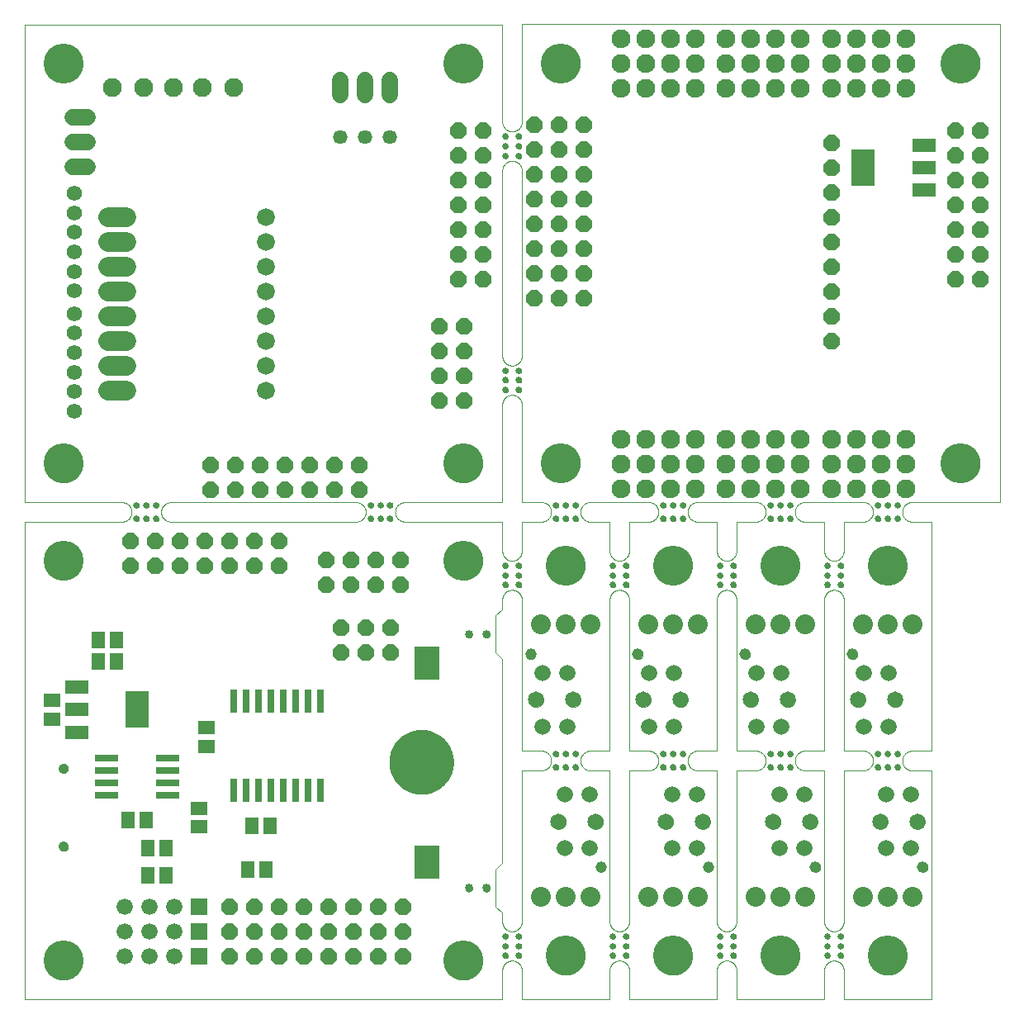
<source format=gbs>
G75*
%MOIN*%
%OFA0B0*%
%FSLAX25Y25*%
%IPPOS*%
%LPD*%
%AMOC8*
5,1,8,0,0,1.08239X$1,22.5*
%
%ADD10C,0.00000*%
%ADD11C,0.02600*%
%ADD12C,0.15954*%
%ADD13C,0.16142*%
%ADD14R,0.05718X0.06506*%
%ADD15R,0.06506X0.05718*%
%ADD16C,0.03356*%
%ADD17C,0.04143*%
%ADD18R,0.02962X0.09261*%
%ADD19C,0.16000*%
%ADD20C,0.25600*%
%ADD21R,0.10443X0.13198*%
%ADD22R,0.06600X0.06600*%
%ADD23C,0.06600*%
%ADD24R,0.09261X0.02569*%
%ADD25R,0.09400X0.05400*%
%ADD26R,0.09261X0.14773*%
%ADD27OC8,0.06600*%
%ADD28C,0.08000*%
%ADD29C,0.07200*%
%ADD30C,0.06600*%
%ADD31C,0.05750*%
%ADD32C,0.06200*%
%ADD33C,0.07687*%
%ADD34C,0.07600*%
%ADD35C,0.06537*%
%ADD36C,0.04537*%
%ADD37C,0.06506*%
%ADD38C,0.08000*%
D10*
X0031742Y0001800D02*
X0224669Y0001800D01*
X0224669Y0013611D01*
X0224671Y0013735D01*
X0224677Y0013858D01*
X0224686Y0013982D01*
X0224700Y0014104D01*
X0224717Y0014227D01*
X0224739Y0014349D01*
X0224764Y0014470D01*
X0224793Y0014590D01*
X0224825Y0014709D01*
X0224862Y0014828D01*
X0224902Y0014945D01*
X0224945Y0015060D01*
X0224993Y0015175D01*
X0225044Y0015287D01*
X0225098Y0015398D01*
X0225156Y0015508D01*
X0225217Y0015615D01*
X0225282Y0015721D01*
X0225350Y0015824D01*
X0225421Y0015925D01*
X0225495Y0016024D01*
X0225572Y0016121D01*
X0225653Y0016215D01*
X0225736Y0016306D01*
X0225822Y0016395D01*
X0225911Y0016481D01*
X0226002Y0016564D01*
X0226096Y0016645D01*
X0226193Y0016722D01*
X0226292Y0016796D01*
X0226393Y0016867D01*
X0226496Y0016935D01*
X0226602Y0017000D01*
X0226709Y0017061D01*
X0226819Y0017119D01*
X0226930Y0017173D01*
X0227042Y0017224D01*
X0227157Y0017272D01*
X0227272Y0017315D01*
X0227389Y0017355D01*
X0227508Y0017392D01*
X0227627Y0017424D01*
X0227747Y0017453D01*
X0227868Y0017478D01*
X0227990Y0017500D01*
X0228113Y0017517D01*
X0228235Y0017531D01*
X0228359Y0017540D01*
X0228482Y0017546D01*
X0228606Y0017548D01*
X0228730Y0017546D01*
X0228853Y0017540D01*
X0228977Y0017531D01*
X0229099Y0017517D01*
X0229222Y0017500D01*
X0229344Y0017478D01*
X0229465Y0017453D01*
X0229585Y0017424D01*
X0229704Y0017392D01*
X0229823Y0017355D01*
X0229940Y0017315D01*
X0230055Y0017272D01*
X0230170Y0017224D01*
X0230282Y0017173D01*
X0230393Y0017119D01*
X0230503Y0017061D01*
X0230610Y0017000D01*
X0230716Y0016935D01*
X0230819Y0016867D01*
X0230920Y0016796D01*
X0231019Y0016722D01*
X0231116Y0016645D01*
X0231210Y0016564D01*
X0231301Y0016481D01*
X0231390Y0016395D01*
X0231476Y0016306D01*
X0231559Y0016215D01*
X0231640Y0016121D01*
X0231717Y0016024D01*
X0231791Y0015925D01*
X0231862Y0015824D01*
X0231930Y0015721D01*
X0231995Y0015615D01*
X0232056Y0015508D01*
X0232114Y0015398D01*
X0232168Y0015287D01*
X0232219Y0015175D01*
X0232267Y0015060D01*
X0232310Y0014945D01*
X0232350Y0014828D01*
X0232387Y0014709D01*
X0232419Y0014590D01*
X0232448Y0014470D01*
X0232473Y0014349D01*
X0232495Y0014227D01*
X0232512Y0014104D01*
X0232526Y0013982D01*
X0232535Y0013858D01*
X0232541Y0013735D01*
X0232543Y0013611D01*
X0232543Y0001800D01*
X0267976Y0001800D01*
X0267976Y0013611D01*
X0267978Y0013735D01*
X0267984Y0013858D01*
X0267993Y0013982D01*
X0268007Y0014104D01*
X0268024Y0014227D01*
X0268046Y0014349D01*
X0268071Y0014470D01*
X0268100Y0014590D01*
X0268132Y0014709D01*
X0268169Y0014828D01*
X0268209Y0014945D01*
X0268252Y0015060D01*
X0268300Y0015175D01*
X0268351Y0015287D01*
X0268405Y0015398D01*
X0268463Y0015508D01*
X0268524Y0015615D01*
X0268589Y0015721D01*
X0268657Y0015824D01*
X0268728Y0015925D01*
X0268802Y0016024D01*
X0268879Y0016121D01*
X0268960Y0016215D01*
X0269043Y0016306D01*
X0269129Y0016395D01*
X0269218Y0016481D01*
X0269309Y0016564D01*
X0269403Y0016645D01*
X0269500Y0016722D01*
X0269599Y0016796D01*
X0269700Y0016867D01*
X0269803Y0016935D01*
X0269909Y0017000D01*
X0270016Y0017061D01*
X0270126Y0017119D01*
X0270237Y0017173D01*
X0270349Y0017224D01*
X0270464Y0017272D01*
X0270579Y0017315D01*
X0270696Y0017355D01*
X0270815Y0017392D01*
X0270934Y0017424D01*
X0271054Y0017453D01*
X0271175Y0017478D01*
X0271297Y0017500D01*
X0271420Y0017517D01*
X0271542Y0017531D01*
X0271666Y0017540D01*
X0271789Y0017546D01*
X0271913Y0017548D01*
X0272037Y0017546D01*
X0272160Y0017540D01*
X0272284Y0017531D01*
X0272406Y0017517D01*
X0272529Y0017500D01*
X0272651Y0017478D01*
X0272772Y0017453D01*
X0272892Y0017424D01*
X0273011Y0017392D01*
X0273130Y0017355D01*
X0273247Y0017315D01*
X0273362Y0017272D01*
X0273477Y0017224D01*
X0273589Y0017173D01*
X0273700Y0017119D01*
X0273810Y0017061D01*
X0273917Y0017000D01*
X0274023Y0016935D01*
X0274126Y0016867D01*
X0274227Y0016796D01*
X0274326Y0016722D01*
X0274423Y0016645D01*
X0274517Y0016564D01*
X0274608Y0016481D01*
X0274697Y0016395D01*
X0274783Y0016306D01*
X0274866Y0016215D01*
X0274947Y0016121D01*
X0275024Y0016024D01*
X0275098Y0015925D01*
X0275169Y0015824D01*
X0275237Y0015721D01*
X0275302Y0015615D01*
X0275363Y0015508D01*
X0275421Y0015398D01*
X0275475Y0015287D01*
X0275526Y0015175D01*
X0275574Y0015060D01*
X0275617Y0014945D01*
X0275657Y0014828D01*
X0275694Y0014709D01*
X0275726Y0014590D01*
X0275755Y0014470D01*
X0275780Y0014349D01*
X0275802Y0014227D01*
X0275819Y0014104D01*
X0275833Y0013982D01*
X0275842Y0013858D01*
X0275848Y0013735D01*
X0275850Y0013611D01*
X0275850Y0001800D01*
X0311283Y0001800D01*
X0311283Y0013611D01*
X0311285Y0013735D01*
X0311291Y0013858D01*
X0311300Y0013982D01*
X0311314Y0014104D01*
X0311331Y0014227D01*
X0311353Y0014349D01*
X0311378Y0014470D01*
X0311407Y0014590D01*
X0311439Y0014709D01*
X0311476Y0014828D01*
X0311516Y0014945D01*
X0311559Y0015060D01*
X0311607Y0015175D01*
X0311658Y0015287D01*
X0311712Y0015398D01*
X0311770Y0015508D01*
X0311831Y0015615D01*
X0311896Y0015721D01*
X0311964Y0015824D01*
X0312035Y0015925D01*
X0312109Y0016024D01*
X0312186Y0016121D01*
X0312267Y0016215D01*
X0312350Y0016306D01*
X0312436Y0016395D01*
X0312525Y0016481D01*
X0312616Y0016564D01*
X0312710Y0016645D01*
X0312807Y0016722D01*
X0312906Y0016796D01*
X0313007Y0016867D01*
X0313110Y0016935D01*
X0313216Y0017000D01*
X0313323Y0017061D01*
X0313433Y0017119D01*
X0313544Y0017173D01*
X0313656Y0017224D01*
X0313771Y0017272D01*
X0313886Y0017315D01*
X0314003Y0017355D01*
X0314122Y0017392D01*
X0314241Y0017424D01*
X0314361Y0017453D01*
X0314482Y0017478D01*
X0314604Y0017500D01*
X0314727Y0017517D01*
X0314849Y0017531D01*
X0314973Y0017540D01*
X0315096Y0017546D01*
X0315220Y0017548D01*
X0315344Y0017546D01*
X0315467Y0017540D01*
X0315591Y0017531D01*
X0315713Y0017517D01*
X0315836Y0017500D01*
X0315958Y0017478D01*
X0316079Y0017453D01*
X0316199Y0017424D01*
X0316318Y0017392D01*
X0316437Y0017355D01*
X0316554Y0017315D01*
X0316669Y0017272D01*
X0316784Y0017224D01*
X0316896Y0017173D01*
X0317007Y0017119D01*
X0317117Y0017061D01*
X0317224Y0017000D01*
X0317330Y0016935D01*
X0317433Y0016867D01*
X0317534Y0016796D01*
X0317633Y0016722D01*
X0317730Y0016645D01*
X0317824Y0016564D01*
X0317915Y0016481D01*
X0318004Y0016395D01*
X0318090Y0016306D01*
X0318173Y0016215D01*
X0318254Y0016121D01*
X0318331Y0016024D01*
X0318405Y0015925D01*
X0318476Y0015824D01*
X0318544Y0015721D01*
X0318609Y0015615D01*
X0318670Y0015508D01*
X0318728Y0015398D01*
X0318782Y0015287D01*
X0318833Y0015175D01*
X0318881Y0015060D01*
X0318924Y0014945D01*
X0318964Y0014828D01*
X0319001Y0014709D01*
X0319033Y0014590D01*
X0319062Y0014470D01*
X0319087Y0014349D01*
X0319109Y0014227D01*
X0319126Y0014104D01*
X0319140Y0013982D01*
X0319149Y0013858D01*
X0319155Y0013735D01*
X0319157Y0013611D01*
X0319157Y0001800D01*
X0354590Y0001800D01*
X0354590Y0013611D01*
X0354592Y0013735D01*
X0354598Y0013858D01*
X0354607Y0013982D01*
X0354621Y0014104D01*
X0354638Y0014227D01*
X0354660Y0014349D01*
X0354685Y0014470D01*
X0354714Y0014590D01*
X0354746Y0014709D01*
X0354783Y0014828D01*
X0354823Y0014945D01*
X0354866Y0015060D01*
X0354914Y0015175D01*
X0354965Y0015287D01*
X0355019Y0015398D01*
X0355077Y0015508D01*
X0355138Y0015615D01*
X0355203Y0015721D01*
X0355271Y0015824D01*
X0355342Y0015925D01*
X0355416Y0016024D01*
X0355493Y0016121D01*
X0355574Y0016215D01*
X0355657Y0016306D01*
X0355743Y0016395D01*
X0355832Y0016481D01*
X0355923Y0016564D01*
X0356017Y0016645D01*
X0356114Y0016722D01*
X0356213Y0016796D01*
X0356314Y0016867D01*
X0356417Y0016935D01*
X0356523Y0017000D01*
X0356630Y0017061D01*
X0356740Y0017119D01*
X0356851Y0017173D01*
X0356963Y0017224D01*
X0357078Y0017272D01*
X0357193Y0017315D01*
X0357310Y0017355D01*
X0357429Y0017392D01*
X0357548Y0017424D01*
X0357668Y0017453D01*
X0357789Y0017478D01*
X0357911Y0017500D01*
X0358034Y0017517D01*
X0358156Y0017531D01*
X0358280Y0017540D01*
X0358403Y0017546D01*
X0358527Y0017548D01*
X0358651Y0017546D01*
X0358774Y0017540D01*
X0358898Y0017531D01*
X0359020Y0017517D01*
X0359143Y0017500D01*
X0359265Y0017478D01*
X0359386Y0017453D01*
X0359506Y0017424D01*
X0359625Y0017392D01*
X0359744Y0017355D01*
X0359861Y0017315D01*
X0359976Y0017272D01*
X0360091Y0017224D01*
X0360203Y0017173D01*
X0360314Y0017119D01*
X0360424Y0017061D01*
X0360531Y0017000D01*
X0360637Y0016935D01*
X0360740Y0016867D01*
X0360841Y0016796D01*
X0360940Y0016722D01*
X0361037Y0016645D01*
X0361131Y0016564D01*
X0361222Y0016481D01*
X0361311Y0016395D01*
X0361397Y0016306D01*
X0361480Y0016215D01*
X0361561Y0016121D01*
X0361638Y0016024D01*
X0361712Y0015925D01*
X0361783Y0015824D01*
X0361851Y0015721D01*
X0361916Y0015615D01*
X0361977Y0015508D01*
X0362035Y0015398D01*
X0362089Y0015287D01*
X0362140Y0015175D01*
X0362188Y0015060D01*
X0362231Y0014945D01*
X0362271Y0014828D01*
X0362308Y0014709D01*
X0362340Y0014590D01*
X0362369Y0014470D01*
X0362394Y0014349D01*
X0362416Y0014227D01*
X0362433Y0014104D01*
X0362447Y0013982D01*
X0362456Y0013858D01*
X0362462Y0013735D01*
X0362464Y0013611D01*
X0362464Y0001800D01*
X0397897Y0001800D01*
X0397897Y0094320D01*
X0390023Y0094320D01*
X0389899Y0094322D01*
X0389776Y0094328D01*
X0389652Y0094337D01*
X0389530Y0094351D01*
X0389407Y0094368D01*
X0389285Y0094390D01*
X0389164Y0094415D01*
X0389044Y0094444D01*
X0388925Y0094476D01*
X0388806Y0094513D01*
X0388689Y0094553D01*
X0388574Y0094596D01*
X0388459Y0094644D01*
X0388347Y0094695D01*
X0388236Y0094749D01*
X0388126Y0094807D01*
X0388019Y0094868D01*
X0387913Y0094933D01*
X0387810Y0095001D01*
X0387709Y0095072D01*
X0387610Y0095146D01*
X0387513Y0095223D01*
X0387419Y0095304D01*
X0387328Y0095387D01*
X0387239Y0095473D01*
X0387153Y0095562D01*
X0387070Y0095653D01*
X0386989Y0095747D01*
X0386912Y0095844D01*
X0386838Y0095943D01*
X0386767Y0096044D01*
X0386699Y0096147D01*
X0386634Y0096253D01*
X0386573Y0096360D01*
X0386515Y0096470D01*
X0386461Y0096581D01*
X0386410Y0096693D01*
X0386362Y0096808D01*
X0386319Y0096923D01*
X0386279Y0097040D01*
X0386242Y0097159D01*
X0386210Y0097278D01*
X0386181Y0097398D01*
X0386156Y0097519D01*
X0386134Y0097641D01*
X0386117Y0097764D01*
X0386103Y0097886D01*
X0386094Y0098010D01*
X0386088Y0098133D01*
X0386086Y0098257D01*
X0386088Y0098381D01*
X0386094Y0098504D01*
X0386103Y0098628D01*
X0386117Y0098750D01*
X0386134Y0098873D01*
X0386156Y0098995D01*
X0386181Y0099116D01*
X0386210Y0099236D01*
X0386242Y0099355D01*
X0386279Y0099474D01*
X0386319Y0099591D01*
X0386362Y0099706D01*
X0386410Y0099821D01*
X0386461Y0099933D01*
X0386515Y0100044D01*
X0386573Y0100154D01*
X0386634Y0100261D01*
X0386699Y0100367D01*
X0386767Y0100470D01*
X0386838Y0100571D01*
X0386912Y0100670D01*
X0386989Y0100767D01*
X0387070Y0100861D01*
X0387153Y0100952D01*
X0387239Y0101041D01*
X0387328Y0101127D01*
X0387419Y0101210D01*
X0387513Y0101291D01*
X0387610Y0101368D01*
X0387709Y0101442D01*
X0387810Y0101513D01*
X0387913Y0101581D01*
X0388019Y0101646D01*
X0388126Y0101707D01*
X0388236Y0101765D01*
X0388347Y0101819D01*
X0388459Y0101870D01*
X0388574Y0101918D01*
X0388689Y0101961D01*
X0388806Y0102001D01*
X0388925Y0102038D01*
X0389044Y0102070D01*
X0389164Y0102099D01*
X0389285Y0102124D01*
X0389407Y0102146D01*
X0389530Y0102163D01*
X0389652Y0102177D01*
X0389776Y0102186D01*
X0389899Y0102192D01*
X0390023Y0102194D01*
X0397897Y0102194D01*
X0397897Y0194713D01*
X0390023Y0194713D01*
X0389899Y0194715D01*
X0389776Y0194721D01*
X0389652Y0194730D01*
X0389530Y0194744D01*
X0389407Y0194761D01*
X0389285Y0194783D01*
X0389164Y0194808D01*
X0389044Y0194837D01*
X0388925Y0194869D01*
X0388806Y0194906D01*
X0388689Y0194946D01*
X0388574Y0194989D01*
X0388459Y0195037D01*
X0388347Y0195088D01*
X0388236Y0195142D01*
X0388126Y0195200D01*
X0388019Y0195261D01*
X0387913Y0195326D01*
X0387810Y0195394D01*
X0387709Y0195465D01*
X0387610Y0195539D01*
X0387513Y0195616D01*
X0387419Y0195697D01*
X0387328Y0195780D01*
X0387239Y0195866D01*
X0387153Y0195955D01*
X0387070Y0196046D01*
X0386989Y0196140D01*
X0386912Y0196237D01*
X0386838Y0196336D01*
X0386767Y0196437D01*
X0386699Y0196540D01*
X0386634Y0196646D01*
X0386573Y0196753D01*
X0386515Y0196863D01*
X0386461Y0196974D01*
X0386410Y0197086D01*
X0386362Y0197201D01*
X0386319Y0197316D01*
X0386279Y0197433D01*
X0386242Y0197552D01*
X0386210Y0197671D01*
X0386181Y0197791D01*
X0386156Y0197912D01*
X0386134Y0198034D01*
X0386117Y0198157D01*
X0386103Y0198279D01*
X0386094Y0198403D01*
X0386088Y0198526D01*
X0386086Y0198650D01*
X0386088Y0198774D01*
X0386094Y0198897D01*
X0386103Y0199021D01*
X0386117Y0199143D01*
X0386134Y0199266D01*
X0386156Y0199388D01*
X0386181Y0199509D01*
X0386210Y0199629D01*
X0386242Y0199748D01*
X0386279Y0199867D01*
X0386319Y0199984D01*
X0386362Y0200099D01*
X0386410Y0200214D01*
X0386461Y0200326D01*
X0386515Y0200437D01*
X0386573Y0200547D01*
X0386634Y0200654D01*
X0386699Y0200760D01*
X0386767Y0200863D01*
X0386838Y0200964D01*
X0386912Y0201063D01*
X0386989Y0201160D01*
X0387070Y0201254D01*
X0387153Y0201345D01*
X0387239Y0201434D01*
X0387328Y0201520D01*
X0387419Y0201603D01*
X0387513Y0201684D01*
X0387610Y0201761D01*
X0387709Y0201835D01*
X0387810Y0201906D01*
X0387913Y0201974D01*
X0388019Y0202039D01*
X0388126Y0202100D01*
X0388236Y0202158D01*
X0388347Y0202212D01*
X0388459Y0202263D01*
X0388574Y0202311D01*
X0388689Y0202354D01*
X0388806Y0202394D01*
X0388925Y0202431D01*
X0389044Y0202463D01*
X0389164Y0202492D01*
X0389285Y0202517D01*
X0389407Y0202539D01*
X0389530Y0202556D01*
X0389652Y0202570D01*
X0389776Y0202579D01*
X0389899Y0202585D01*
X0390023Y0202587D01*
X0425456Y0202587D01*
X0425456Y0395501D01*
X0232543Y0395501D01*
X0232543Y0356131D01*
X0232541Y0356007D01*
X0232535Y0355884D01*
X0232526Y0355760D01*
X0232512Y0355638D01*
X0232495Y0355515D01*
X0232473Y0355393D01*
X0232448Y0355272D01*
X0232419Y0355152D01*
X0232387Y0355033D01*
X0232350Y0354914D01*
X0232310Y0354797D01*
X0232267Y0354682D01*
X0232219Y0354567D01*
X0232168Y0354455D01*
X0232114Y0354344D01*
X0232056Y0354234D01*
X0231995Y0354127D01*
X0231930Y0354021D01*
X0231862Y0353918D01*
X0231791Y0353817D01*
X0231717Y0353718D01*
X0231640Y0353621D01*
X0231559Y0353527D01*
X0231476Y0353436D01*
X0231390Y0353347D01*
X0231301Y0353261D01*
X0231210Y0353178D01*
X0231116Y0353097D01*
X0231019Y0353020D01*
X0230920Y0352946D01*
X0230819Y0352875D01*
X0230716Y0352807D01*
X0230610Y0352742D01*
X0230503Y0352681D01*
X0230393Y0352623D01*
X0230282Y0352569D01*
X0230170Y0352518D01*
X0230055Y0352470D01*
X0229940Y0352427D01*
X0229823Y0352387D01*
X0229704Y0352350D01*
X0229585Y0352318D01*
X0229465Y0352289D01*
X0229344Y0352264D01*
X0229222Y0352242D01*
X0229099Y0352225D01*
X0228977Y0352211D01*
X0228853Y0352202D01*
X0228730Y0352196D01*
X0228606Y0352194D01*
X0228482Y0352196D01*
X0228359Y0352202D01*
X0228235Y0352211D01*
X0228113Y0352225D01*
X0227990Y0352242D01*
X0227868Y0352264D01*
X0227747Y0352289D01*
X0227627Y0352318D01*
X0227508Y0352350D01*
X0227389Y0352387D01*
X0227272Y0352427D01*
X0227157Y0352470D01*
X0227042Y0352518D01*
X0226930Y0352569D01*
X0226819Y0352623D01*
X0226709Y0352681D01*
X0226602Y0352742D01*
X0226496Y0352807D01*
X0226393Y0352875D01*
X0226292Y0352946D01*
X0226193Y0353020D01*
X0226096Y0353097D01*
X0226002Y0353178D01*
X0225911Y0353261D01*
X0225822Y0353347D01*
X0225736Y0353436D01*
X0225653Y0353527D01*
X0225572Y0353621D01*
X0225495Y0353718D01*
X0225421Y0353817D01*
X0225350Y0353918D01*
X0225282Y0354021D01*
X0225217Y0354127D01*
X0225156Y0354234D01*
X0225098Y0354344D01*
X0225044Y0354455D01*
X0224993Y0354567D01*
X0224945Y0354682D01*
X0224902Y0354797D01*
X0224862Y0354914D01*
X0224825Y0355033D01*
X0224793Y0355152D01*
X0224764Y0355272D01*
X0224739Y0355393D01*
X0224717Y0355515D01*
X0224700Y0355638D01*
X0224686Y0355760D01*
X0224677Y0355884D01*
X0224671Y0356007D01*
X0224669Y0356131D01*
X0224669Y0395439D01*
X0031756Y0395439D01*
X0031756Y0202526D01*
X0071126Y0202526D01*
X0071250Y0202524D01*
X0071374Y0202518D01*
X0071497Y0202508D01*
X0071620Y0202495D01*
X0071743Y0202477D01*
X0071865Y0202455D01*
X0071987Y0202430D01*
X0072107Y0202401D01*
X0072226Y0202368D01*
X0072345Y0202331D01*
X0072462Y0202290D01*
X0072578Y0202246D01*
X0072692Y0202198D01*
X0072805Y0202147D01*
X0072916Y0202092D01*
X0073025Y0202033D01*
X0073132Y0201971D01*
X0073238Y0201906D01*
X0073341Y0201837D01*
X0073442Y0201765D01*
X0073541Y0201690D01*
X0073637Y0201612D01*
X0073730Y0201531D01*
X0073821Y0201447D01*
X0073910Y0201360D01*
X0073995Y0201270D01*
X0074078Y0201178D01*
X0074158Y0201083D01*
X0074234Y0200986D01*
X0074308Y0200886D01*
X0074378Y0200784D01*
X0074445Y0200679D01*
X0074509Y0200573D01*
X0074569Y0200465D01*
X0074626Y0200355D01*
X0074679Y0200243D01*
X0074729Y0200129D01*
X0074775Y0200014D01*
X0074817Y0199898D01*
X0074856Y0199780D01*
X0074891Y0199661D01*
X0074922Y0199541D01*
X0074949Y0199420D01*
X0074973Y0199298D01*
X0074992Y0199176D01*
X0075008Y0199053D01*
X0075020Y0198930D01*
X0075028Y0198806D01*
X0075032Y0198682D01*
X0075032Y0198558D01*
X0075028Y0198434D01*
X0075020Y0198310D01*
X0075008Y0198187D01*
X0074992Y0198064D01*
X0074973Y0197942D01*
X0074949Y0197820D01*
X0074922Y0197699D01*
X0074891Y0197579D01*
X0074856Y0197460D01*
X0074817Y0197342D01*
X0074775Y0197226D01*
X0074729Y0197111D01*
X0074679Y0196997D01*
X0074626Y0196885D01*
X0074569Y0196775D01*
X0074509Y0196667D01*
X0074445Y0196561D01*
X0074378Y0196456D01*
X0074308Y0196354D01*
X0074234Y0196254D01*
X0074158Y0196157D01*
X0074078Y0196062D01*
X0073995Y0195970D01*
X0073910Y0195880D01*
X0073821Y0195793D01*
X0073730Y0195709D01*
X0073637Y0195628D01*
X0073541Y0195550D01*
X0073442Y0195475D01*
X0073341Y0195403D01*
X0073238Y0195334D01*
X0073132Y0195269D01*
X0073025Y0195207D01*
X0072916Y0195148D01*
X0072805Y0195093D01*
X0072692Y0195042D01*
X0072578Y0194994D01*
X0072462Y0194950D01*
X0072345Y0194909D01*
X0072226Y0194872D01*
X0072107Y0194839D01*
X0071987Y0194810D01*
X0071865Y0194785D01*
X0071743Y0194763D01*
X0071620Y0194745D01*
X0071497Y0194732D01*
X0071374Y0194722D01*
X0071250Y0194716D01*
X0071126Y0194714D01*
X0071126Y0194713D02*
X0031742Y0194713D01*
X0031742Y0001800D01*
X0039813Y0017548D02*
X0039815Y0017736D01*
X0039822Y0017925D01*
X0039834Y0018113D01*
X0039850Y0018300D01*
X0039871Y0018488D01*
X0039896Y0018674D01*
X0039926Y0018860D01*
X0039961Y0019046D01*
X0040000Y0019230D01*
X0040043Y0019413D01*
X0040091Y0019596D01*
X0040144Y0019777D01*
X0040200Y0019956D01*
X0040262Y0020134D01*
X0040327Y0020311D01*
X0040397Y0020486D01*
X0040472Y0020659D01*
X0040550Y0020830D01*
X0040633Y0021000D01*
X0040719Y0021167D01*
X0040810Y0021332D01*
X0040905Y0021495D01*
X0041004Y0021655D01*
X0041107Y0021813D01*
X0041213Y0021968D01*
X0041324Y0022121D01*
X0041438Y0022271D01*
X0041556Y0022418D01*
X0041677Y0022562D01*
X0041802Y0022704D01*
X0041930Y0022842D01*
X0042062Y0022976D01*
X0042196Y0023108D01*
X0042334Y0023236D01*
X0042476Y0023361D01*
X0042620Y0023482D01*
X0042767Y0023600D01*
X0042917Y0023714D01*
X0043070Y0023825D01*
X0043225Y0023931D01*
X0043383Y0024034D01*
X0043543Y0024133D01*
X0043706Y0024228D01*
X0043871Y0024319D01*
X0044038Y0024405D01*
X0044208Y0024488D01*
X0044379Y0024566D01*
X0044552Y0024641D01*
X0044727Y0024711D01*
X0044904Y0024776D01*
X0045082Y0024838D01*
X0045261Y0024894D01*
X0045442Y0024947D01*
X0045625Y0024995D01*
X0045808Y0025038D01*
X0045992Y0025077D01*
X0046178Y0025112D01*
X0046364Y0025142D01*
X0046550Y0025167D01*
X0046738Y0025188D01*
X0046925Y0025204D01*
X0047113Y0025216D01*
X0047302Y0025223D01*
X0047490Y0025225D01*
X0047678Y0025223D01*
X0047867Y0025216D01*
X0048055Y0025204D01*
X0048242Y0025188D01*
X0048430Y0025167D01*
X0048616Y0025142D01*
X0048802Y0025112D01*
X0048988Y0025077D01*
X0049172Y0025038D01*
X0049355Y0024995D01*
X0049538Y0024947D01*
X0049719Y0024894D01*
X0049898Y0024838D01*
X0050076Y0024776D01*
X0050253Y0024711D01*
X0050428Y0024641D01*
X0050601Y0024566D01*
X0050772Y0024488D01*
X0050942Y0024405D01*
X0051109Y0024319D01*
X0051274Y0024228D01*
X0051437Y0024133D01*
X0051597Y0024034D01*
X0051755Y0023931D01*
X0051910Y0023825D01*
X0052063Y0023714D01*
X0052213Y0023600D01*
X0052360Y0023482D01*
X0052504Y0023361D01*
X0052646Y0023236D01*
X0052784Y0023108D01*
X0052918Y0022976D01*
X0053050Y0022842D01*
X0053178Y0022704D01*
X0053303Y0022562D01*
X0053424Y0022418D01*
X0053542Y0022271D01*
X0053656Y0022121D01*
X0053767Y0021968D01*
X0053873Y0021813D01*
X0053976Y0021655D01*
X0054075Y0021495D01*
X0054170Y0021332D01*
X0054261Y0021167D01*
X0054347Y0021000D01*
X0054430Y0020830D01*
X0054508Y0020659D01*
X0054583Y0020486D01*
X0054653Y0020311D01*
X0054718Y0020134D01*
X0054780Y0019956D01*
X0054836Y0019777D01*
X0054889Y0019596D01*
X0054937Y0019413D01*
X0054980Y0019230D01*
X0055019Y0019046D01*
X0055054Y0018860D01*
X0055084Y0018674D01*
X0055109Y0018488D01*
X0055130Y0018300D01*
X0055146Y0018113D01*
X0055158Y0017925D01*
X0055165Y0017736D01*
X0055167Y0017548D01*
X0055165Y0017360D01*
X0055158Y0017171D01*
X0055146Y0016983D01*
X0055130Y0016796D01*
X0055109Y0016608D01*
X0055084Y0016422D01*
X0055054Y0016236D01*
X0055019Y0016050D01*
X0054980Y0015866D01*
X0054937Y0015683D01*
X0054889Y0015500D01*
X0054836Y0015319D01*
X0054780Y0015140D01*
X0054718Y0014962D01*
X0054653Y0014785D01*
X0054583Y0014610D01*
X0054508Y0014437D01*
X0054430Y0014266D01*
X0054347Y0014096D01*
X0054261Y0013929D01*
X0054170Y0013764D01*
X0054075Y0013601D01*
X0053976Y0013441D01*
X0053873Y0013283D01*
X0053767Y0013128D01*
X0053656Y0012975D01*
X0053542Y0012825D01*
X0053424Y0012678D01*
X0053303Y0012534D01*
X0053178Y0012392D01*
X0053050Y0012254D01*
X0052918Y0012120D01*
X0052784Y0011988D01*
X0052646Y0011860D01*
X0052504Y0011735D01*
X0052360Y0011614D01*
X0052213Y0011496D01*
X0052063Y0011382D01*
X0051910Y0011271D01*
X0051755Y0011165D01*
X0051597Y0011062D01*
X0051437Y0010963D01*
X0051274Y0010868D01*
X0051109Y0010777D01*
X0050942Y0010691D01*
X0050772Y0010608D01*
X0050601Y0010530D01*
X0050428Y0010455D01*
X0050253Y0010385D01*
X0050076Y0010320D01*
X0049898Y0010258D01*
X0049719Y0010202D01*
X0049538Y0010149D01*
X0049355Y0010101D01*
X0049172Y0010058D01*
X0048988Y0010019D01*
X0048802Y0009984D01*
X0048616Y0009954D01*
X0048430Y0009929D01*
X0048242Y0009908D01*
X0048055Y0009892D01*
X0047867Y0009880D01*
X0047678Y0009873D01*
X0047490Y0009871D01*
X0047302Y0009873D01*
X0047113Y0009880D01*
X0046925Y0009892D01*
X0046738Y0009908D01*
X0046550Y0009929D01*
X0046364Y0009954D01*
X0046178Y0009984D01*
X0045992Y0010019D01*
X0045808Y0010058D01*
X0045625Y0010101D01*
X0045442Y0010149D01*
X0045261Y0010202D01*
X0045082Y0010258D01*
X0044904Y0010320D01*
X0044727Y0010385D01*
X0044552Y0010455D01*
X0044379Y0010530D01*
X0044208Y0010608D01*
X0044038Y0010691D01*
X0043871Y0010777D01*
X0043706Y0010868D01*
X0043543Y0010963D01*
X0043383Y0011062D01*
X0043225Y0011165D01*
X0043070Y0011271D01*
X0042917Y0011382D01*
X0042767Y0011496D01*
X0042620Y0011614D01*
X0042476Y0011735D01*
X0042334Y0011860D01*
X0042196Y0011988D01*
X0042062Y0012120D01*
X0041930Y0012254D01*
X0041802Y0012392D01*
X0041677Y0012534D01*
X0041556Y0012678D01*
X0041438Y0012825D01*
X0041324Y0012975D01*
X0041213Y0013128D01*
X0041107Y0013283D01*
X0041004Y0013441D01*
X0040905Y0013601D01*
X0040810Y0013764D01*
X0040719Y0013929D01*
X0040633Y0014096D01*
X0040550Y0014266D01*
X0040472Y0014437D01*
X0040397Y0014610D01*
X0040327Y0014785D01*
X0040262Y0014962D01*
X0040200Y0015140D01*
X0040144Y0015319D01*
X0040091Y0015500D01*
X0040043Y0015683D01*
X0040000Y0015866D01*
X0039961Y0016050D01*
X0039926Y0016236D01*
X0039896Y0016422D01*
X0039871Y0016608D01*
X0039850Y0016796D01*
X0039834Y0016983D01*
X0039822Y0017171D01*
X0039815Y0017360D01*
X0039813Y0017548D01*
X0045758Y0063611D02*
X0045760Y0063695D01*
X0045766Y0063778D01*
X0045776Y0063861D01*
X0045790Y0063944D01*
X0045807Y0064026D01*
X0045829Y0064107D01*
X0045854Y0064186D01*
X0045883Y0064265D01*
X0045916Y0064342D01*
X0045952Y0064417D01*
X0045992Y0064491D01*
X0046035Y0064563D01*
X0046082Y0064632D01*
X0046132Y0064699D01*
X0046185Y0064764D01*
X0046241Y0064826D01*
X0046299Y0064886D01*
X0046361Y0064943D01*
X0046425Y0064996D01*
X0046492Y0065047D01*
X0046561Y0065094D01*
X0046632Y0065139D01*
X0046705Y0065179D01*
X0046780Y0065216D01*
X0046857Y0065250D01*
X0046935Y0065280D01*
X0047014Y0065306D01*
X0047095Y0065329D01*
X0047177Y0065347D01*
X0047259Y0065362D01*
X0047342Y0065373D01*
X0047425Y0065380D01*
X0047509Y0065383D01*
X0047593Y0065382D01*
X0047676Y0065377D01*
X0047760Y0065368D01*
X0047842Y0065355D01*
X0047924Y0065339D01*
X0048005Y0065318D01*
X0048086Y0065294D01*
X0048164Y0065266D01*
X0048242Y0065234D01*
X0048318Y0065198D01*
X0048392Y0065159D01*
X0048464Y0065117D01*
X0048534Y0065071D01*
X0048602Y0065022D01*
X0048667Y0064970D01*
X0048730Y0064915D01*
X0048790Y0064857D01*
X0048848Y0064796D01*
X0048902Y0064732D01*
X0048954Y0064666D01*
X0049002Y0064598D01*
X0049047Y0064527D01*
X0049088Y0064454D01*
X0049127Y0064380D01*
X0049161Y0064304D01*
X0049192Y0064226D01*
X0049219Y0064147D01*
X0049243Y0064066D01*
X0049262Y0063985D01*
X0049278Y0063903D01*
X0049290Y0063820D01*
X0049298Y0063736D01*
X0049302Y0063653D01*
X0049302Y0063569D01*
X0049298Y0063486D01*
X0049290Y0063402D01*
X0049278Y0063319D01*
X0049262Y0063237D01*
X0049243Y0063156D01*
X0049219Y0063075D01*
X0049192Y0062996D01*
X0049161Y0062918D01*
X0049127Y0062842D01*
X0049088Y0062768D01*
X0049047Y0062695D01*
X0049002Y0062624D01*
X0048954Y0062556D01*
X0048902Y0062490D01*
X0048848Y0062426D01*
X0048790Y0062365D01*
X0048730Y0062307D01*
X0048667Y0062252D01*
X0048602Y0062200D01*
X0048534Y0062151D01*
X0048464Y0062105D01*
X0048392Y0062063D01*
X0048318Y0062024D01*
X0048242Y0061988D01*
X0048164Y0061956D01*
X0048086Y0061928D01*
X0048005Y0061904D01*
X0047924Y0061883D01*
X0047842Y0061867D01*
X0047760Y0061854D01*
X0047676Y0061845D01*
X0047593Y0061840D01*
X0047509Y0061839D01*
X0047425Y0061842D01*
X0047342Y0061849D01*
X0047259Y0061860D01*
X0047177Y0061875D01*
X0047095Y0061893D01*
X0047014Y0061916D01*
X0046935Y0061942D01*
X0046857Y0061972D01*
X0046780Y0062006D01*
X0046705Y0062043D01*
X0046632Y0062083D01*
X0046561Y0062128D01*
X0046492Y0062175D01*
X0046425Y0062226D01*
X0046361Y0062279D01*
X0046299Y0062336D01*
X0046241Y0062396D01*
X0046185Y0062458D01*
X0046132Y0062523D01*
X0046082Y0062590D01*
X0046035Y0062659D01*
X0045992Y0062731D01*
X0045952Y0062805D01*
X0045916Y0062880D01*
X0045883Y0062957D01*
X0045854Y0063036D01*
X0045829Y0063115D01*
X0045807Y0063196D01*
X0045790Y0063278D01*
X0045776Y0063361D01*
X0045766Y0063444D01*
X0045760Y0063527D01*
X0045758Y0063611D01*
X0045758Y0095107D02*
X0045760Y0095191D01*
X0045766Y0095274D01*
X0045776Y0095357D01*
X0045790Y0095440D01*
X0045807Y0095522D01*
X0045829Y0095603D01*
X0045854Y0095682D01*
X0045883Y0095761D01*
X0045916Y0095838D01*
X0045952Y0095913D01*
X0045992Y0095987D01*
X0046035Y0096059D01*
X0046082Y0096128D01*
X0046132Y0096195D01*
X0046185Y0096260D01*
X0046241Y0096322D01*
X0046299Y0096382D01*
X0046361Y0096439D01*
X0046425Y0096492D01*
X0046492Y0096543D01*
X0046561Y0096590D01*
X0046632Y0096635D01*
X0046705Y0096675D01*
X0046780Y0096712D01*
X0046857Y0096746D01*
X0046935Y0096776D01*
X0047014Y0096802D01*
X0047095Y0096825D01*
X0047177Y0096843D01*
X0047259Y0096858D01*
X0047342Y0096869D01*
X0047425Y0096876D01*
X0047509Y0096879D01*
X0047593Y0096878D01*
X0047676Y0096873D01*
X0047760Y0096864D01*
X0047842Y0096851D01*
X0047924Y0096835D01*
X0048005Y0096814D01*
X0048086Y0096790D01*
X0048164Y0096762D01*
X0048242Y0096730D01*
X0048318Y0096694D01*
X0048392Y0096655D01*
X0048464Y0096613D01*
X0048534Y0096567D01*
X0048602Y0096518D01*
X0048667Y0096466D01*
X0048730Y0096411D01*
X0048790Y0096353D01*
X0048848Y0096292D01*
X0048902Y0096228D01*
X0048954Y0096162D01*
X0049002Y0096094D01*
X0049047Y0096023D01*
X0049088Y0095950D01*
X0049127Y0095876D01*
X0049161Y0095800D01*
X0049192Y0095722D01*
X0049219Y0095643D01*
X0049243Y0095562D01*
X0049262Y0095481D01*
X0049278Y0095399D01*
X0049290Y0095316D01*
X0049298Y0095232D01*
X0049302Y0095149D01*
X0049302Y0095065D01*
X0049298Y0094982D01*
X0049290Y0094898D01*
X0049278Y0094815D01*
X0049262Y0094733D01*
X0049243Y0094652D01*
X0049219Y0094571D01*
X0049192Y0094492D01*
X0049161Y0094414D01*
X0049127Y0094338D01*
X0049088Y0094264D01*
X0049047Y0094191D01*
X0049002Y0094120D01*
X0048954Y0094052D01*
X0048902Y0093986D01*
X0048848Y0093922D01*
X0048790Y0093861D01*
X0048730Y0093803D01*
X0048667Y0093748D01*
X0048602Y0093696D01*
X0048534Y0093647D01*
X0048464Y0093601D01*
X0048392Y0093559D01*
X0048318Y0093520D01*
X0048242Y0093484D01*
X0048164Y0093452D01*
X0048086Y0093424D01*
X0048005Y0093400D01*
X0047924Y0093379D01*
X0047842Y0093363D01*
X0047760Y0093350D01*
X0047676Y0093341D01*
X0047593Y0093336D01*
X0047509Y0093335D01*
X0047425Y0093338D01*
X0047342Y0093345D01*
X0047259Y0093356D01*
X0047177Y0093371D01*
X0047095Y0093389D01*
X0047014Y0093412D01*
X0046935Y0093438D01*
X0046857Y0093468D01*
X0046780Y0093502D01*
X0046705Y0093539D01*
X0046632Y0093579D01*
X0046561Y0093624D01*
X0046492Y0093671D01*
X0046425Y0093722D01*
X0046361Y0093775D01*
X0046299Y0093832D01*
X0046241Y0093892D01*
X0046185Y0093954D01*
X0046132Y0094019D01*
X0046082Y0094086D01*
X0046035Y0094155D01*
X0045992Y0094227D01*
X0045952Y0094301D01*
X0045916Y0094376D01*
X0045883Y0094453D01*
X0045854Y0094532D01*
X0045829Y0094611D01*
X0045807Y0094692D01*
X0045790Y0094774D01*
X0045776Y0094857D01*
X0045766Y0094940D01*
X0045760Y0095023D01*
X0045758Y0095107D01*
X0039813Y0178965D02*
X0039815Y0179153D01*
X0039822Y0179342D01*
X0039834Y0179530D01*
X0039850Y0179717D01*
X0039871Y0179905D01*
X0039896Y0180091D01*
X0039926Y0180277D01*
X0039961Y0180463D01*
X0040000Y0180647D01*
X0040043Y0180830D01*
X0040091Y0181013D01*
X0040144Y0181194D01*
X0040200Y0181373D01*
X0040262Y0181551D01*
X0040327Y0181728D01*
X0040397Y0181903D01*
X0040472Y0182076D01*
X0040550Y0182247D01*
X0040633Y0182417D01*
X0040719Y0182584D01*
X0040810Y0182749D01*
X0040905Y0182912D01*
X0041004Y0183072D01*
X0041107Y0183230D01*
X0041213Y0183385D01*
X0041324Y0183538D01*
X0041438Y0183688D01*
X0041556Y0183835D01*
X0041677Y0183979D01*
X0041802Y0184121D01*
X0041930Y0184259D01*
X0042062Y0184393D01*
X0042196Y0184525D01*
X0042334Y0184653D01*
X0042476Y0184778D01*
X0042620Y0184899D01*
X0042767Y0185017D01*
X0042917Y0185131D01*
X0043070Y0185242D01*
X0043225Y0185348D01*
X0043383Y0185451D01*
X0043543Y0185550D01*
X0043706Y0185645D01*
X0043871Y0185736D01*
X0044038Y0185822D01*
X0044208Y0185905D01*
X0044379Y0185983D01*
X0044552Y0186058D01*
X0044727Y0186128D01*
X0044904Y0186193D01*
X0045082Y0186255D01*
X0045261Y0186311D01*
X0045442Y0186364D01*
X0045625Y0186412D01*
X0045808Y0186455D01*
X0045992Y0186494D01*
X0046178Y0186529D01*
X0046364Y0186559D01*
X0046550Y0186584D01*
X0046738Y0186605D01*
X0046925Y0186621D01*
X0047113Y0186633D01*
X0047302Y0186640D01*
X0047490Y0186642D01*
X0047678Y0186640D01*
X0047867Y0186633D01*
X0048055Y0186621D01*
X0048242Y0186605D01*
X0048430Y0186584D01*
X0048616Y0186559D01*
X0048802Y0186529D01*
X0048988Y0186494D01*
X0049172Y0186455D01*
X0049355Y0186412D01*
X0049538Y0186364D01*
X0049719Y0186311D01*
X0049898Y0186255D01*
X0050076Y0186193D01*
X0050253Y0186128D01*
X0050428Y0186058D01*
X0050601Y0185983D01*
X0050772Y0185905D01*
X0050942Y0185822D01*
X0051109Y0185736D01*
X0051274Y0185645D01*
X0051437Y0185550D01*
X0051597Y0185451D01*
X0051755Y0185348D01*
X0051910Y0185242D01*
X0052063Y0185131D01*
X0052213Y0185017D01*
X0052360Y0184899D01*
X0052504Y0184778D01*
X0052646Y0184653D01*
X0052784Y0184525D01*
X0052918Y0184393D01*
X0053050Y0184259D01*
X0053178Y0184121D01*
X0053303Y0183979D01*
X0053424Y0183835D01*
X0053542Y0183688D01*
X0053656Y0183538D01*
X0053767Y0183385D01*
X0053873Y0183230D01*
X0053976Y0183072D01*
X0054075Y0182912D01*
X0054170Y0182749D01*
X0054261Y0182584D01*
X0054347Y0182417D01*
X0054430Y0182247D01*
X0054508Y0182076D01*
X0054583Y0181903D01*
X0054653Y0181728D01*
X0054718Y0181551D01*
X0054780Y0181373D01*
X0054836Y0181194D01*
X0054889Y0181013D01*
X0054937Y0180830D01*
X0054980Y0180647D01*
X0055019Y0180463D01*
X0055054Y0180277D01*
X0055084Y0180091D01*
X0055109Y0179905D01*
X0055130Y0179717D01*
X0055146Y0179530D01*
X0055158Y0179342D01*
X0055165Y0179153D01*
X0055167Y0178965D01*
X0055165Y0178777D01*
X0055158Y0178588D01*
X0055146Y0178400D01*
X0055130Y0178213D01*
X0055109Y0178025D01*
X0055084Y0177839D01*
X0055054Y0177653D01*
X0055019Y0177467D01*
X0054980Y0177283D01*
X0054937Y0177100D01*
X0054889Y0176917D01*
X0054836Y0176736D01*
X0054780Y0176557D01*
X0054718Y0176379D01*
X0054653Y0176202D01*
X0054583Y0176027D01*
X0054508Y0175854D01*
X0054430Y0175683D01*
X0054347Y0175513D01*
X0054261Y0175346D01*
X0054170Y0175181D01*
X0054075Y0175018D01*
X0053976Y0174858D01*
X0053873Y0174700D01*
X0053767Y0174545D01*
X0053656Y0174392D01*
X0053542Y0174242D01*
X0053424Y0174095D01*
X0053303Y0173951D01*
X0053178Y0173809D01*
X0053050Y0173671D01*
X0052918Y0173537D01*
X0052784Y0173405D01*
X0052646Y0173277D01*
X0052504Y0173152D01*
X0052360Y0173031D01*
X0052213Y0172913D01*
X0052063Y0172799D01*
X0051910Y0172688D01*
X0051755Y0172582D01*
X0051597Y0172479D01*
X0051437Y0172380D01*
X0051274Y0172285D01*
X0051109Y0172194D01*
X0050942Y0172108D01*
X0050772Y0172025D01*
X0050601Y0171947D01*
X0050428Y0171872D01*
X0050253Y0171802D01*
X0050076Y0171737D01*
X0049898Y0171675D01*
X0049719Y0171619D01*
X0049538Y0171566D01*
X0049355Y0171518D01*
X0049172Y0171475D01*
X0048988Y0171436D01*
X0048802Y0171401D01*
X0048616Y0171371D01*
X0048430Y0171346D01*
X0048242Y0171325D01*
X0048055Y0171309D01*
X0047867Y0171297D01*
X0047678Y0171290D01*
X0047490Y0171288D01*
X0047302Y0171290D01*
X0047113Y0171297D01*
X0046925Y0171309D01*
X0046738Y0171325D01*
X0046550Y0171346D01*
X0046364Y0171371D01*
X0046178Y0171401D01*
X0045992Y0171436D01*
X0045808Y0171475D01*
X0045625Y0171518D01*
X0045442Y0171566D01*
X0045261Y0171619D01*
X0045082Y0171675D01*
X0044904Y0171737D01*
X0044727Y0171802D01*
X0044552Y0171872D01*
X0044379Y0171947D01*
X0044208Y0172025D01*
X0044038Y0172108D01*
X0043871Y0172194D01*
X0043706Y0172285D01*
X0043543Y0172380D01*
X0043383Y0172479D01*
X0043225Y0172582D01*
X0043070Y0172688D01*
X0042917Y0172799D01*
X0042767Y0172913D01*
X0042620Y0173031D01*
X0042476Y0173152D01*
X0042334Y0173277D01*
X0042196Y0173405D01*
X0042062Y0173537D01*
X0041930Y0173671D01*
X0041802Y0173809D01*
X0041677Y0173951D01*
X0041556Y0174095D01*
X0041438Y0174242D01*
X0041324Y0174392D01*
X0041213Y0174545D01*
X0041107Y0174700D01*
X0041004Y0174858D01*
X0040905Y0175018D01*
X0040810Y0175181D01*
X0040719Y0175346D01*
X0040633Y0175513D01*
X0040550Y0175683D01*
X0040472Y0175854D01*
X0040397Y0176027D01*
X0040327Y0176202D01*
X0040262Y0176379D01*
X0040200Y0176557D01*
X0040144Y0176736D01*
X0040091Y0176917D01*
X0040043Y0177100D01*
X0040000Y0177283D01*
X0039961Y0177467D01*
X0039926Y0177653D01*
X0039896Y0177839D01*
X0039871Y0178025D01*
X0039850Y0178213D01*
X0039834Y0178400D01*
X0039822Y0178588D01*
X0039815Y0178777D01*
X0039813Y0178965D01*
X0076031Y0195894D02*
X0076033Y0195957D01*
X0076039Y0196019D01*
X0076049Y0196081D01*
X0076062Y0196143D01*
X0076080Y0196203D01*
X0076101Y0196262D01*
X0076126Y0196320D01*
X0076155Y0196376D01*
X0076187Y0196430D01*
X0076222Y0196482D01*
X0076260Y0196531D01*
X0076302Y0196579D01*
X0076346Y0196623D01*
X0076394Y0196665D01*
X0076443Y0196703D01*
X0076495Y0196738D01*
X0076549Y0196770D01*
X0076605Y0196799D01*
X0076663Y0196824D01*
X0076722Y0196845D01*
X0076782Y0196863D01*
X0076844Y0196876D01*
X0076906Y0196886D01*
X0076968Y0196892D01*
X0077031Y0196894D01*
X0077094Y0196892D01*
X0077156Y0196886D01*
X0077218Y0196876D01*
X0077280Y0196863D01*
X0077340Y0196845D01*
X0077399Y0196824D01*
X0077457Y0196799D01*
X0077513Y0196770D01*
X0077567Y0196738D01*
X0077619Y0196703D01*
X0077668Y0196665D01*
X0077716Y0196623D01*
X0077760Y0196579D01*
X0077802Y0196531D01*
X0077840Y0196482D01*
X0077875Y0196430D01*
X0077907Y0196376D01*
X0077936Y0196320D01*
X0077961Y0196262D01*
X0077982Y0196203D01*
X0078000Y0196143D01*
X0078013Y0196081D01*
X0078023Y0196019D01*
X0078029Y0195957D01*
X0078031Y0195894D01*
X0078029Y0195831D01*
X0078023Y0195769D01*
X0078013Y0195707D01*
X0078000Y0195645D01*
X0077982Y0195585D01*
X0077961Y0195526D01*
X0077936Y0195468D01*
X0077907Y0195412D01*
X0077875Y0195358D01*
X0077840Y0195306D01*
X0077802Y0195257D01*
X0077760Y0195209D01*
X0077716Y0195165D01*
X0077668Y0195123D01*
X0077619Y0195085D01*
X0077567Y0195050D01*
X0077513Y0195018D01*
X0077457Y0194989D01*
X0077399Y0194964D01*
X0077340Y0194943D01*
X0077280Y0194925D01*
X0077218Y0194912D01*
X0077156Y0194902D01*
X0077094Y0194896D01*
X0077031Y0194894D01*
X0076968Y0194896D01*
X0076906Y0194902D01*
X0076844Y0194912D01*
X0076782Y0194925D01*
X0076722Y0194943D01*
X0076663Y0194964D01*
X0076605Y0194989D01*
X0076549Y0195018D01*
X0076495Y0195050D01*
X0076443Y0195085D01*
X0076394Y0195123D01*
X0076346Y0195165D01*
X0076302Y0195209D01*
X0076260Y0195257D01*
X0076222Y0195306D01*
X0076187Y0195358D01*
X0076155Y0195412D01*
X0076126Y0195468D01*
X0076101Y0195526D01*
X0076080Y0195585D01*
X0076062Y0195645D01*
X0076049Y0195707D01*
X0076039Y0195769D01*
X0076033Y0195831D01*
X0076031Y0195894D01*
X0079968Y0195894D02*
X0079970Y0195957D01*
X0079976Y0196019D01*
X0079986Y0196081D01*
X0079999Y0196143D01*
X0080017Y0196203D01*
X0080038Y0196262D01*
X0080063Y0196320D01*
X0080092Y0196376D01*
X0080124Y0196430D01*
X0080159Y0196482D01*
X0080197Y0196531D01*
X0080239Y0196579D01*
X0080283Y0196623D01*
X0080331Y0196665D01*
X0080380Y0196703D01*
X0080432Y0196738D01*
X0080486Y0196770D01*
X0080542Y0196799D01*
X0080600Y0196824D01*
X0080659Y0196845D01*
X0080719Y0196863D01*
X0080781Y0196876D01*
X0080843Y0196886D01*
X0080905Y0196892D01*
X0080968Y0196894D01*
X0081031Y0196892D01*
X0081093Y0196886D01*
X0081155Y0196876D01*
X0081217Y0196863D01*
X0081277Y0196845D01*
X0081336Y0196824D01*
X0081394Y0196799D01*
X0081450Y0196770D01*
X0081504Y0196738D01*
X0081556Y0196703D01*
X0081605Y0196665D01*
X0081653Y0196623D01*
X0081697Y0196579D01*
X0081739Y0196531D01*
X0081777Y0196482D01*
X0081812Y0196430D01*
X0081844Y0196376D01*
X0081873Y0196320D01*
X0081898Y0196262D01*
X0081919Y0196203D01*
X0081937Y0196143D01*
X0081950Y0196081D01*
X0081960Y0196019D01*
X0081966Y0195957D01*
X0081968Y0195894D01*
X0081966Y0195831D01*
X0081960Y0195769D01*
X0081950Y0195707D01*
X0081937Y0195645D01*
X0081919Y0195585D01*
X0081898Y0195526D01*
X0081873Y0195468D01*
X0081844Y0195412D01*
X0081812Y0195358D01*
X0081777Y0195306D01*
X0081739Y0195257D01*
X0081697Y0195209D01*
X0081653Y0195165D01*
X0081605Y0195123D01*
X0081556Y0195085D01*
X0081504Y0195050D01*
X0081450Y0195018D01*
X0081394Y0194989D01*
X0081336Y0194964D01*
X0081277Y0194943D01*
X0081217Y0194925D01*
X0081155Y0194912D01*
X0081093Y0194902D01*
X0081031Y0194896D01*
X0080968Y0194894D01*
X0080905Y0194896D01*
X0080843Y0194902D01*
X0080781Y0194912D01*
X0080719Y0194925D01*
X0080659Y0194943D01*
X0080600Y0194964D01*
X0080542Y0194989D01*
X0080486Y0195018D01*
X0080432Y0195050D01*
X0080380Y0195085D01*
X0080331Y0195123D01*
X0080283Y0195165D01*
X0080239Y0195209D01*
X0080197Y0195257D01*
X0080159Y0195306D01*
X0080124Y0195358D01*
X0080092Y0195412D01*
X0080063Y0195468D01*
X0080038Y0195526D01*
X0080017Y0195585D01*
X0079999Y0195645D01*
X0079986Y0195707D01*
X0079976Y0195769D01*
X0079970Y0195831D01*
X0079968Y0195894D01*
X0083905Y0195894D02*
X0083907Y0195957D01*
X0083913Y0196019D01*
X0083923Y0196081D01*
X0083936Y0196143D01*
X0083954Y0196203D01*
X0083975Y0196262D01*
X0084000Y0196320D01*
X0084029Y0196376D01*
X0084061Y0196430D01*
X0084096Y0196482D01*
X0084134Y0196531D01*
X0084176Y0196579D01*
X0084220Y0196623D01*
X0084268Y0196665D01*
X0084317Y0196703D01*
X0084369Y0196738D01*
X0084423Y0196770D01*
X0084479Y0196799D01*
X0084537Y0196824D01*
X0084596Y0196845D01*
X0084656Y0196863D01*
X0084718Y0196876D01*
X0084780Y0196886D01*
X0084842Y0196892D01*
X0084905Y0196894D01*
X0084968Y0196892D01*
X0085030Y0196886D01*
X0085092Y0196876D01*
X0085154Y0196863D01*
X0085214Y0196845D01*
X0085273Y0196824D01*
X0085331Y0196799D01*
X0085387Y0196770D01*
X0085441Y0196738D01*
X0085493Y0196703D01*
X0085542Y0196665D01*
X0085590Y0196623D01*
X0085634Y0196579D01*
X0085676Y0196531D01*
X0085714Y0196482D01*
X0085749Y0196430D01*
X0085781Y0196376D01*
X0085810Y0196320D01*
X0085835Y0196262D01*
X0085856Y0196203D01*
X0085874Y0196143D01*
X0085887Y0196081D01*
X0085897Y0196019D01*
X0085903Y0195957D01*
X0085905Y0195894D01*
X0085903Y0195831D01*
X0085897Y0195769D01*
X0085887Y0195707D01*
X0085874Y0195645D01*
X0085856Y0195585D01*
X0085835Y0195526D01*
X0085810Y0195468D01*
X0085781Y0195412D01*
X0085749Y0195358D01*
X0085714Y0195306D01*
X0085676Y0195257D01*
X0085634Y0195209D01*
X0085590Y0195165D01*
X0085542Y0195123D01*
X0085493Y0195085D01*
X0085441Y0195050D01*
X0085387Y0195018D01*
X0085331Y0194989D01*
X0085273Y0194964D01*
X0085214Y0194943D01*
X0085154Y0194925D01*
X0085092Y0194912D01*
X0085030Y0194902D01*
X0084968Y0194896D01*
X0084905Y0194894D01*
X0084842Y0194896D01*
X0084780Y0194902D01*
X0084718Y0194912D01*
X0084656Y0194925D01*
X0084596Y0194943D01*
X0084537Y0194964D01*
X0084479Y0194989D01*
X0084423Y0195018D01*
X0084369Y0195050D01*
X0084317Y0195085D01*
X0084268Y0195123D01*
X0084220Y0195165D01*
X0084176Y0195209D01*
X0084134Y0195257D01*
X0084096Y0195306D01*
X0084061Y0195358D01*
X0084029Y0195412D01*
X0084000Y0195468D01*
X0083975Y0195526D01*
X0083954Y0195585D01*
X0083936Y0195645D01*
X0083923Y0195707D01*
X0083913Y0195769D01*
X0083907Y0195831D01*
X0083905Y0195894D01*
X0083905Y0201406D02*
X0083907Y0201469D01*
X0083913Y0201531D01*
X0083923Y0201593D01*
X0083936Y0201655D01*
X0083954Y0201715D01*
X0083975Y0201774D01*
X0084000Y0201832D01*
X0084029Y0201888D01*
X0084061Y0201942D01*
X0084096Y0201994D01*
X0084134Y0202043D01*
X0084176Y0202091D01*
X0084220Y0202135D01*
X0084268Y0202177D01*
X0084317Y0202215D01*
X0084369Y0202250D01*
X0084423Y0202282D01*
X0084479Y0202311D01*
X0084537Y0202336D01*
X0084596Y0202357D01*
X0084656Y0202375D01*
X0084718Y0202388D01*
X0084780Y0202398D01*
X0084842Y0202404D01*
X0084905Y0202406D01*
X0084968Y0202404D01*
X0085030Y0202398D01*
X0085092Y0202388D01*
X0085154Y0202375D01*
X0085214Y0202357D01*
X0085273Y0202336D01*
X0085331Y0202311D01*
X0085387Y0202282D01*
X0085441Y0202250D01*
X0085493Y0202215D01*
X0085542Y0202177D01*
X0085590Y0202135D01*
X0085634Y0202091D01*
X0085676Y0202043D01*
X0085714Y0201994D01*
X0085749Y0201942D01*
X0085781Y0201888D01*
X0085810Y0201832D01*
X0085835Y0201774D01*
X0085856Y0201715D01*
X0085874Y0201655D01*
X0085887Y0201593D01*
X0085897Y0201531D01*
X0085903Y0201469D01*
X0085905Y0201406D01*
X0085903Y0201343D01*
X0085897Y0201281D01*
X0085887Y0201219D01*
X0085874Y0201157D01*
X0085856Y0201097D01*
X0085835Y0201038D01*
X0085810Y0200980D01*
X0085781Y0200924D01*
X0085749Y0200870D01*
X0085714Y0200818D01*
X0085676Y0200769D01*
X0085634Y0200721D01*
X0085590Y0200677D01*
X0085542Y0200635D01*
X0085493Y0200597D01*
X0085441Y0200562D01*
X0085387Y0200530D01*
X0085331Y0200501D01*
X0085273Y0200476D01*
X0085214Y0200455D01*
X0085154Y0200437D01*
X0085092Y0200424D01*
X0085030Y0200414D01*
X0084968Y0200408D01*
X0084905Y0200406D01*
X0084842Y0200408D01*
X0084780Y0200414D01*
X0084718Y0200424D01*
X0084656Y0200437D01*
X0084596Y0200455D01*
X0084537Y0200476D01*
X0084479Y0200501D01*
X0084423Y0200530D01*
X0084369Y0200562D01*
X0084317Y0200597D01*
X0084268Y0200635D01*
X0084220Y0200677D01*
X0084176Y0200721D01*
X0084134Y0200769D01*
X0084096Y0200818D01*
X0084061Y0200870D01*
X0084029Y0200924D01*
X0084000Y0200980D01*
X0083975Y0201038D01*
X0083954Y0201097D01*
X0083936Y0201157D01*
X0083923Y0201219D01*
X0083913Y0201281D01*
X0083907Y0201343D01*
X0083905Y0201406D01*
X0079968Y0201406D02*
X0079970Y0201469D01*
X0079976Y0201531D01*
X0079986Y0201593D01*
X0079999Y0201655D01*
X0080017Y0201715D01*
X0080038Y0201774D01*
X0080063Y0201832D01*
X0080092Y0201888D01*
X0080124Y0201942D01*
X0080159Y0201994D01*
X0080197Y0202043D01*
X0080239Y0202091D01*
X0080283Y0202135D01*
X0080331Y0202177D01*
X0080380Y0202215D01*
X0080432Y0202250D01*
X0080486Y0202282D01*
X0080542Y0202311D01*
X0080600Y0202336D01*
X0080659Y0202357D01*
X0080719Y0202375D01*
X0080781Y0202388D01*
X0080843Y0202398D01*
X0080905Y0202404D01*
X0080968Y0202406D01*
X0081031Y0202404D01*
X0081093Y0202398D01*
X0081155Y0202388D01*
X0081217Y0202375D01*
X0081277Y0202357D01*
X0081336Y0202336D01*
X0081394Y0202311D01*
X0081450Y0202282D01*
X0081504Y0202250D01*
X0081556Y0202215D01*
X0081605Y0202177D01*
X0081653Y0202135D01*
X0081697Y0202091D01*
X0081739Y0202043D01*
X0081777Y0201994D01*
X0081812Y0201942D01*
X0081844Y0201888D01*
X0081873Y0201832D01*
X0081898Y0201774D01*
X0081919Y0201715D01*
X0081937Y0201655D01*
X0081950Y0201593D01*
X0081960Y0201531D01*
X0081966Y0201469D01*
X0081968Y0201406D01*
X0081966Y0201343D01*
X0081960Y0201281D01*
X0081950Y0201219D01*
X0081937Y0201157D01*
X0081919Y0201097D01*
X0081898Y0201038D01*
X0081873Y0200980D01*
X0081844Y0200924D01*
X0081812Y0200870D01*
X0081777Y0200818D01*
X0081739Y0200769D01*
X0081697Y0200721D01*
X0081653Y0200677D01*
X0081605Y0200635D01*
X0081556Y0200597D01*
X0081504Y0200562D01*
X0081450Y0200530D01*
X0081394Y0200501D01*
X0081336Y0200476D01*
X0081277Y0200455D01*
X0081217Y0200437D01*
X0081155Y0200424D01*
X0081093Y0200414D01*
X0081031Y0200408D01*
X0080968Y0200406D01*
X0080905Y0200408D01*
X0080843Y0200414D01*
X0080781Y0200424D01*
X0080719Y0200437D01*
X0080659Y0200455D01*
X0080600Y0200476D01*
X0080542Y0200501D01*
X0080486Y0200530D01*
X0080432Y0200562D01*
X0080380Y0200597D01*
X0080331Y0200635D01*
X0080283Y0200677D01*
X0080239Y0200721D01*
X0080197Y0200769D01*
X0080159Y0200818D01*
X0080124Y0200870D01*
X0080092Y0200924D01*
X0080063Y0200980D01*
X0080038Y0201038D01*
X0080017Y0201097D01*
X0079999Y0201157D01*
X0079986Y0201219D01*
X0079976Y0201281D01*
X0079970Y0201343D01*
X0079968Y0201406D01*
X0076031Y0201406D02*
X0076033Y0201469D01*
X0076039Y0201531D01*
X0076049Y0201593D01*
X0076062Y0201655D01*
X0076080Y0201715D01*
X0076101Y0201774D01*
X0076126Y0201832D01*
X0076155Y0201888D01*
X0076187Y0201942D01*
X0076222Y0201994D01*
X0076260Y0202043D01*
X0076302Y0202091D01*
X0076346Y0202135D01*
X0076394Y0202177D01*
X0076443Y0202215D01*
X0076495Y0202250D01*
X0076549Y0202282D01*
X0076605Y0202311D01*
X0076663Y0202336D01*
X0076722Y0202357D01*
X0076782Y0202375D01*
X0076844Y0202388D01*
X0076906Y0202398D01*
X0076968Y0202404D01*
X0077031Y0202406D01*
X0077094Y0202404D01*
X0077156Y0202398D01*
X0077218Y0202388D01*
X0077280Y0202375D01*
X0077340Y0202357D01*
X0077399Y0202336D01*
X0077457Y0202311D01*
X0077513Y0202282D01*
X0077567Y0202250D01*
X0077619Y0202215D01*
X0077668Y0202177D01*
X0077716Y0202135D01*
X0077760Y0202091D01*
X0077802Y0202043D01*
X0077840Y0201994D01*
X0077875Y0201942D01*
X0077907Y0201888D01*
X0077936Y0201832D01*
X0077961Y0201774D01*
X0077982Y0201715D01*
X0078000Y0201655D01*
X0078013Y0201593D01*
X0078023Y0201531D01*
X0078029Y0201469D01*
X0078031Y0201406D01*
X0078029Y0201343D01*
X0078023Y0201281D01*
X0078013Y0201219D01*
X0078000Y0201157D01*
X0077982Y0201097D01*
X0077961Y0201038D01*
X0077936Y0200980D01*
X0077907Y0200924D01*
X0077875Y0200870D01*
X0077840Y0200818D01*
X0077802Y0200769D01*
X0077760Y0200721D01*
X0077716Y0200677D01*
X0077668Y0200635D01*
X0077619Y0200597D01*
X0077567Y0200562D01*
X0077513Y0200530D01*
X0077457Y0200501D01*
X0077399Y0200476D01*
X0077340Y0200455D01*
X0077280Y0200437D01*
X0077218Y0200424D01*
X0077156Y0200414D01*
X0077094Y0200408D01*
X0077031Y0200406D01*
X0076968Y0200408D01*
X0076906Y0200414D01*
X0076844Y0200424D01*
X0076782Y0200437D01*
X0076722Y0200455D01*
X0076663Y0200476D01*
X0076605Y0200501D01*
X0076549Y0200530D01*
X0076495Y0200562D01*
X0076443Y0200597D01*
X0076394Y0200635D01*
X0076346Y0200677D01*
X0076302Y0200721D01*
X0076260Y0200769D01*
X0076222Y0200818D01*
X0076187Y0200870D01*
X0076155Y0200924D01*
X0076126Y0200980D01*
X0076101Y0201038D01*
X0076080Y0201097D01*
X0076062Y0201157D01*
X0076049Y0201219D01*
X0076039Y0201281D01*
X0076033Y0201343D01*
X0076031Y0201406D01*
X0090811Y0202526D02*
X0165614Y0202526D01*
X0165738Y0202524D01*
X0165862Y0202518D01*
X0165985Y0202508D01*
X0166108Y0202495D01*
X0166231Y0202477D01*
X0166353Y0202455D01*
X0166475Y0202430D01*
X0166595Y0202401D01*
X0166714Y0202368D01*
X0166833Y0202331D01*
X0166950Y0202290D01*
X0167066Y0202246D01*
X0167180Y0202198D01*
X0167293Y0202147D01*
X0167404Y0202092D01*
X0167513Y0202033D01*
X0167620Y0201971D01*
X0167726Y0201906D01*
X0167829Y0201837D01*
X0167930Y0201765D01*
X0168029Y0201690D01*
X0168125Y0201612D01*
X0168218Y0201531D01*
X0168309Y0201447D01*
X0168398Y0201360D01*
X0168483Y0201270D01*
X0168566Y0201178D01*
X0168646Y0201083D01*
X0168722Y0200986D01*
X0168796Y0200886D01*
X0168866Y0200784D01*
X0168933Y0200679D01*
X0168997Y0200573D01*
X0169057Y0200465D01*
X0169114Y0200355D01*
X0169167Y0200243D01*
X0169217Y0200129D01*
X0169263Y0200014D01*
X0169305Y0199898D01*
X0169344Y0199780D01*
X0169379Y0199661D01*
X0169410Y0199541D01*
X0169437Y0199420D01*
X0169461Y0199298D01*
X0169480Y0199176D01*
X0169496Y0199053D01*
X0169508Y0198930D01*
X0169516Y0198806D01*
X0169520Y0198682D01*
X0169520Y0198558D01*
X0169516Y0198434D01*
X0169508Y0198310D01*
X0169496Y0198187D01*
X0169480Y0198064D01*
X0169461Y0197942D01*
X0169437Y0197820D01*
X0169410Y0197699D01*
X0169379Y0197579D01*
X0169344Y0197460D01*
X0169305Y0197342D01*
X0169263Y0197226D01*
X0169217Y0197111D01*
X0169167Y0196997D01*
X0169114Y0196885D01*
X0169057Y0196775D01*
X0168997Y0196667D01*
X0168933Y0196561D01*
X0168866Y0196456D01*
X0168796Y0196354D01*
X0168722Y0196254D01*
X0168646Y0196157D01*
X0168566Y0196062D01*
X0168483Y0195970D01*
X0168398Y0195880D01*
X0168309Y0195793D01*
X0168218Y0195709D01*
X0168125Y0195628D01*
X0168029Y0195550D01*
X0167930Y0195475D01*
X0167829Y0195403D01*
X0167726Y0195334D01*
X0167620Y0195269D01*
X0167513Y0195207D01*
X0167404Y0195148D01*
X0167293Y0195093D01*
X0167180Y0195042D01*
X0167066Y0194994D01*
X0166950Y0194950D01*
X0166833Y0194909D01*
X0166714Y0194872D01*
X0166595Y0194839D01*
X0166475Y0194810D01*
X0166353Y0194785D01*
X0166231Y0194763D01*
X0166108Y0194745D01*
X0165985Y0194732D01*
X0165862Y0194722D01*
X0165738Y0194716D01*
X0165614Y0194714D01*
X0165614Y0194713D02*
X0090811Y0194713D01*
X0090811Y0194714D02*
X0090687Y0194716D01*
X0090563Y0194722D01*
X0090440Y0194732D01*
X0090317Y0194745D01*
X0090194Y0194763D01*
X0090072Y0194785D01*
X0089950Y0194810D01*
X0089830Y0194839D01*
X0089711Y0194872D01*
X0089592Y0194909D01*
X0089475Y0194950D01*
X0089359Y0194994D01*
X0089245Y0195042D01*
X0089132Y0195093D01*
X0089021Y0195148D01*
X0088912Y0195207D01*
X0088805Y0195269D01*
X0088699Y0195334D01*
X0088596Y0195403D01*
X0088495Y0195475D01*
X0088396Y0195550D01*
X0088300Y0195628D01*
X0088207Y0195709D01*
X0088116Y0195793D01*
X0088027Y0195880D01*
X0087942Y0195970D01*
X0087859Y0196062D01*
X0087779Y0196157D01*
X0087703Y0196254D01*
X0087629Y0196354D01*
X0087559Y0196456D01*
X0087492Y0196561D01*
X0087428Y0196667D01*
X0087368Y0196775D01*
X0087311Y0196885D01*
X0087258Y0196997D01*
X0087208Y0197111D01*
X0087162Y0197226D01*
X0087120Y0197342D01*
X0087081Y0197460D01*
X0087046Y0197579D01*
X0087015Y0197699D01*
X0086988Y0197820D01*
X0086964Y0197942D01*
X0086945Y0198064D01*
X0086929Y0198187D01*
X0086917Y0198310D01*
X0086909Y0198434D01*
X0086905Y0198558D01*
X0086905Y0198682D01*
X0086909Y0198806D01*
X0086917Y0198930D01*
X0086929Y0199053D01*
X0086945Y0199176D01*
X0086964Y0199298D01*
X0086988Y0199420D01*
X0087015Y0199541D01*
X0087046Y0199661D01*
X0087081Y0199780D01*
X0087120Y0199898D01*
X0087162Y0200014D01*
X0087208Y0200129D01*
X0087258Y0200243D01*
X0087311Y0200355D01*
X0087368Y0200465D01*
X0087428Y0200573D01*
X0087492Y0200679D01*
X0087559Y0200784D01*
X0087629Y0200886D01*
X0087703Y0200986D01*
X0087779Y0201083D01*
X0087859Y0201178D01*
X0087942Y0201270D01*
X0088027Y0201360D01*
X0088116Y0201447D01*
X0088207Y0201531D01*
X0088300Y0201612D01*
X0088396Y0201690D01*
X0088495Y0201765D01*
X0088596Y0201837D01*
X0088699Y0201906D01*
X0088805Y0201971D01*
X0088912Y0202033D01*
X0089021Y0202092D01*
X0089132Y0202147D01*
X0089245Y0202198D01*
X0089359Y0202246D01*
X0089475Y0202290D01*
X0089592Y0202331D01*
X0089711Y0202368D01*
X0089830Y0202401D01*
X0089950Y0202430D01*
X0090072Y0202455D01*
X0090194Y0202477D01*
X0090317Y0202495D01*
X0090440Y0202508D01*
X0090563Y0202518D01*
X0090687Y0202524D01*
X0090811Y0202526D01*
X0039827Y0218274D02*
X0039829Y0218462D01*
X0039836Y0218651D01*
X0039848Y0218839D01*
X0039864Y0219026D01*
X0039885Y0219214D01*
X0039910Y0219400D01*
X0039940Y0219586D01*
X0039975Y0219772D01*
X0040014Y0219956D01*
X0040057Y0220139D01*
X0040105Y0220322D01*
X0040158Y0220503D01*
X0040214Y0220682D01*
X0040276Y0220860D01*
X0040341Y0221037D01*
X0040411Y0221212D01*
X0040486Y0221385D01*
X0040564Y0221556D01*
X0040647Y0221726D01*
X0040733Y0221893D01*
X0040824Y0222058D01*
X0040919Y0222221D01*
X0041018Y0222381D01*
X0041121Y0222539D01*
X0041227Y0222694D01*
X0041338Y0222847D01*
X0041452Y0222997D01*
X0041570Y0223144D01*
X0041691Y0223288D01*
X0041816Y0223430D01*
X0041944Y0223568D01*
X0042076Y0223702D01*
X0042210Y0223834D01*
X0042348Y0223962D01*
X0042490Y0224087D01*
X0042634Y0224208D01*
X0042781Y0224326D01*
X0042931Y0224440D01*
X0043084Y0224551D01*
X0043239Y0224657D01*
X0043397Y0224760D01*
X0043557Y0224859D01*
X0043720Y0224954D01*
X0043885Y0225045D01*
X0044052Y0225131D01*
X0044222Y0225214D01*
X0044393Y0225292D01*
X0044566Y0225367D01*
X0044741Y0225437D01*
X0044918Y0225502D01*
X0045096Y0225564D01*
X0045275Y0225620D01*
X0045456Y0225673D01*
X0045639Y0225721D01*
X0045822Y0225764D01*
X0046006Y0225803D01*
X0046192Y0225838D01*
X0046378Y0225868D01*
X0046564Y0225893D01*
X0046752Y0225914D01*
X0046939Y0225930D01*
X0047127Y0225942D01*
X0047316Y0225949D01*
X0047504Y0225951D01*
X0047692Y0225949D01*
X0047881Y0225942D01*
X0048069Y0225930D01*
X0048256Y0225914D01*
X0048444Y0225893D01*
X0048630Y0225868D01*
X0048816Y0225838D01*
X0049002Y0225803D01*
X0049186Y0225764D01*
X0049369Y0225721D01*
X0049552Y0225673D01*
X0049733Y0225620D01*
X0049912Y0225564D01*
X0050090Y0225502D01*
X0050267Y0225437D01*
X0050442Y0225367D01*
X0050615Y0225292D01*
X0050786Y0225214D01*
X0050956Y0225131D01*
X0051123Y0225045D01*
X0051288Y0224954D01*
X0051451Y0224859D01*
X0051611Y0224760D01*
X0051769Y0224657D01*
X0051924Y0224551D01*
X0052077Y0224440D01*
X0052227Y0224326D01*
X0052374Y0224208D01*
X0052518Y0224087D01*
X0052660Y0223962D01*
X0052798Y0223834D01*
X0052932Y0223702D01*
X0053064Y0223568D01*
X0053192Y0223430D01*
X0053317Y0223288D01*
X0053438Y0223144D01*
X0053556Y0222997D01*
X0053670Y0222847D01*
X0053781Y0222694D01*
X0053887Y0222539D01*
X0053990Y0222381D01*
X0054089Y0222221D01*
X0054184Y0222058D01*
X0054275Y0221893D01*
X0054361Y0221726D01*
X0054444Y0221556D01*
X0054522Y0221385D01*
X0054597Y0221212D01*
X0054667Y0221037D01*
X0054732Y0220860D01*
X0054794Y0220682D01*
X0054850Y0220503D01*
X0054903Y0220322D01*
X0054951Y0220139D01*
X0054994Y0219956D01*
X0055033Y0219772D01*
X0055068Y0219586D01*
X0055098Y0219400D01*
X0055123Y0219214D01*
X0055144Y0219026D01*
X0055160Y0218839D01*
X0055172Y0218651D01*
X0055179Y0218462D01*
X0055181Y0218274D01*
X0055179Y0218086D01*
X0055172Y0217897D01*
X0055160Y0217709D01*
X0055144Y0217522D01*
X0055123Y0217334D01*
X0055098Y0217148D01*
X0055068Y0216962D01*
X0055033Y0216776D01*
X0054994Y0216592D01*
X0054951Y0216409D01*
X0054903Y0216226D01*
X0054850Y0216045D01*
X0054794Y0215866D01*
X0054732Y0215688D01*
X0054667Y0215511D01*
X0054597Y0215336D01*
X0054522Y0215163D01*
X0054444Y0214992D01*
X0054361Y0214822D01*
X0054275Y0214655D01*
X0054184Y0214490D01*
X0054089Y0214327D01*
X0053990Y0214167D01*
X0053887Y0214009D01*
X0053781Y0213854D01*
X0053670Y0213701D01*
X0053556Y0213551D01*
X0053438Y0213404D01*
X0053317Y0213260D01*
X0053192Y0213118D01*
X0053064Y0212980D01*
X0052932Y0212846D01*
X0052798Y0212714D01*
X0052660Y0212586D01*
X0052518Y0212461D01*
X0052374Y0212340D01*
X0052227Y0212222D01*
X0052077Y0212108D01*
X0051924Y0211997D01*
X0051769Y0211891D01*
X0051611Y0211788D01*
X0051451Y0211689D01*
X0051288Y0211594D01*
X0051123Y0211503D01*
X0050956Y0211417D01*
X0050786Y0211334D01*
X0050615Y0211256D01*
X0050442Y0211181D01*
X0050267Y0211111D01*
X0050090Y0211046D01*
X0049912Y0210984D01*
X0049733Y0210928D01*
X0049552Y0210875D01*
X0049369Y0210827D01*
X0049186Y0210784D01*
X0049002Y0210745D01*
X0048816Y0210710D01*
X0048630Y0210680D01*
X0048444Y0210655D01*
X0048256Y0210634D01*
X0048069Y0210618D01*
X0047881Y0210606D01*
X0047692Y0210599D01*
X0047504Y0210597D01*
X0047316Y0210599D01*
X0047127Y0210606D01*
X0046939Y0210618D01*
X0046752Y0210634D01*
X0046564Y0210655D01*
X0046378Y0210680D01*
X0046192Y0210710D01*
X0046006Y0210745D01*
X0045822Y0210784D01*
X0045639Y0210827D01*
X0045456Y0210875D01*
X0045275Y0210928D01*
X0045096Y0210984D01*
X0044918Y0211046D01*
X0044741Y0211111D01*
X0044566Y0211181D01*
X0044393Y0211256D01*
X0044222Y0211334D01*
X0044052Y0211417D01*
X0043885Y0211503D01*
X0043720Y0211594D01*
X0043557Y0211689D01*
X0043397Y0211788D01*
X0043239Y0211891D01*
X0043084Y0211997D01*
X0042931Y0212108D01*
X0042781Y0212222D01*
X0042634Y0212340D01*
X0042490Y0212461D01*
X0042348Y0212586D01*
X0042210Y0212714D01*
X0042076Y0212846D01*
X0041944Y0212980D01*
X0041816Y0213118D01*
X0041691Y0213260D01*
X0041570Y0213404D01*
X0041452Y0213551D01*
X0041338Y0213701D01*
X0041227Y0213854D01*
X0041121Y0214009D01*
X0041018Y0214167D01*
X0040919Y0214327D01*
X0040824Y0214490D01*
X0040733Y0214655D01*
X0040647Y0214822D01*
X0040564Y0214992D01*
X0040486Y0215163D01*
X0040411Y0215336D01*
X0040341Y0215511D01*
X0040276Y0215688D01*
X0040214Y0215866D01*
X0040158Y0216045D01*
X0040105Y0216226D01*
X0040057Y0216409D01*
X0040014Y0216592D01*
X0039975Y0216776D01*
X0039940Y0216962D01*
X0039910Y0217148D01*
X0039885Y0217334D01*
X0039864Y0217522D01*
X0039848Y0217709D01*
X0039836Y0217897D01*
X0039829Y0218086D01*
X0039827Y0218274D01*
X0170519Y0201406D02*
X0170521Y0201469D01*
X0170527Y0201531D01*
X0170537Y0201593D01*
X0170550Y0201655D01*
X0170568Y0201715D01*
X0170589Y0201774D01*
X0170614Y0201832D01*
X0170643Y0201888D01*
X0170675Y0201942D01*
X0170710Y0201994D01*
X0170748Y0202043D01*
X0170790Y0202091D01*
X0170834Y0202135D01*
X0170882Y0202177D01*
X0170931Y0202215D01*
X0170983Y0202250D01*
X0171037Y0202282D01*
X0171093Y0202311D01*
X0171151Y0202336D01*
X0171210Y0202357D01*
X0171270Y0202375D01*
X0171332Y0202388D01*
X0171394Y0202398D01*
X0171456Y0202404D01*
X0171519Y0202406D01*
X0171582Y0202404D01*
X0171644Y0202398D01*
X0171706Y0202388D01*
X0171768Y0202375D01*
X0171828Y0202357D01*
X0171887Y0202336D01*
X0171945Y0202311D01*
X0172001Y0202282D01*
X0172055Y0202250D01*
X0172107Y0202215D01*
X0172156Y0202177D01*
X0172204Y0202135D01*
X0172248Y0202091D01*
X0172290Y0202043D01*
X0172328Y0201994D01*
X0172363Y0201942D01*
X0172395Y0201888D01*
X0172424Y0201832D01*
X0172449Y0201774D01*
X0172470Y0201715D01*
X0172488Y0201655D01*
X0172501Y0201593D01*
X0172511Y0201531D01*
X0172517Y0201469D01*
X0172519Y0201406D01*
X0172517Y0201343D01*
X0172511Y0201281D01*
X0172501Y0201219D01*
X0172488Y0201157D01*
X0172470Y0201097D01*
X0172449Y0201038D01*
X0172424Y0200980D01*
X0172395Y0200924D01*
X0172363Y0200870D01*
X0172328Y0200818D01*
X0172290Y0200769D01*
X0172248Y0200721D01*
X0172204Y0200677D01*
X0172156Y0200635D01*
X0172107Y0200597D01*
X0172055Y0200562D01*
X0172001Y0200530D01*
X0171945Y0200501D01*
X0171887Y0200476D01*
X0171828Y0200455D01*
X0171768Y0200437D01*
X0171706Y0200424D01*
X0171644Y0200414D01*
X0171582Y0200408D01*
X0171519Y0200406D01*
X0171456Y0200408D01*
X0171394Y0200414D01*
X0171332Y0200424D01*
X0171270Y0200437D01*
X0171210Y0200455D01*
X0171151Y0200476D01*
X0171093Y0200501D01*
X0171037Y0200530D01*
X0170983Y0200562D01*
X0170931Y0200597D01*
X0170882Y0200635D01*
X0170834Y0200677D01*
X0170790Y0200721D01*
X0170748Y0200769D01*
X0170710Y0200818D01*
X0170675Y0200870D01*
X0170643Y0200924D01*
X0170614Y0200980D01*
X0170589Y0201038D01*
X0170568Y0201097D01*
X0170550Y0201157D01*
X0170537Y0201219D01*
X0170527Y0201281D01*
X0170521Y0201343D01*
X0170519Y0201406D01*
X0174456Y0201406D02*
X0174458Y0201469D01*
X0174464Y0201531D01*
X0174474Y0201593D01*
X0174487Y0201655D01*
X0174505Y0201715D01*
X0174526Y0201774D01*
X0174551Y0201832D01*
X0174580Y0201888D01*
X0174612Y0201942D01*
X0174647Y0201994D01*
X0174685Y0202043D01*
X0174727Y0202091D01*
X0174771Y0202135D01*
X0174819Y0202177D01*
X0174868Y0202215D01*
X0174920Y0202250D01*
X0174974Y0202282D01*
X0175030Y0202311D01*
X0175088Y0202336D01*
X0175147Y0202357D01*
X0175207Y0202375D01*
X0175269Y0202388D01*
X0175331Y0202398D01*
X0175393Y0202404D01*
X0175456Y0202406D01*
X0175519Y0202404D01*
X0175581Y0202398D01*
X0175643Y0202388D01*
X0175705Y0202375D01*
X0175765Y0202357D01*
X0175824Y0202336D01*
X0175882Y0202311D01*
X0175938Y0202282D01*
X0175992Y0202250D01*
X0176044Y0202215D01*
X0176093Y0202177D01*
X0176141Y0202135D01*
X0176185Y0202091D01*
X0176227Y0202043D01*
X0176265Y0201994D01*
X0176300Y0201942D01*
X0176332Y0201888D01*
X0176361Y0201832D01*
X0176386Y0201774D01*
X0176407Y0201715D01*
X0176425Y0201655D01*
X0176438Y0201593D01*
X0176448Y0201531D01*
X0176454Y0201469D01*
X0176456Y0201406D01*
X0176454Y0201343D01*
X0176448Y0201281D01*
X0176438Y0201219D01*
X0176425Y0201157D01*
X0176407Y0201097D01*
X0176386Y0201038D01*
X0176361Y0200980D01*
X0176332Y0200924D01*
X0176300Y0200870D01*
X0176265Y0200818D01*
X0176227Y0200769D01*
X0176185Y0200721D01*
X0176141Y0200677D01*
X0176093Y0200635D01*
X0176044Y0200597D01*
X0175992Y0200562D01*
X0175938Y0200530D01*
X0175882Y0200501D01*
X0175824Y0200476D01*
X0175765Y0200455D01*
X0175705Y0200437D01*
X0175643Y0200424D01*
X0175581Y0200414D01*
X0175519Y0200408D01*
X0175456Y0200406D01*
X0175393Y0200408D01*
X0175331Y0200414D01*
X0175269Y0200424D01*
X0175207Y0200437D01*
X0175147Y0200455D01*
X0175088Y0200476D01*
X0175030Y0200501D01*
X0174974Y0200530D01*
X0174920Y0200562D01*
X0174868Y0200597D01*
X0174819Y0200635D01*
X0174771Y0200677D01*
X0174727Y0200721D01*
X0174685Y0200769D01*
X0174647Y0200818D01*
X0174612Y0200870D01*
X0174580Y0200924D01*
X0174551Y0200980D01*
X0174526Y0201038D01*
X0174505Y0201097D01*
X0174487Y0201157D01*
X0174474Y0201219D01*
X0174464Y0201281D01*
X0174458Y0201343D01*
X0174456Y0201406D01*
X0178393Y0201406D02*
X0178395Y0201469D01*
X0178401Y0201531D01*
X0178411Y0201593D01*
X0178424Y0201655D01*
X0178442Y0201715D01*
X0178463Y0201774D01*
X0178488Y0201832D01*
X0178517Y0201888D01*
X0178549Y0201942D01*
X0178584Y0201994D01*
X0178622Y0202043D01*
X0178664Y0202091D01*
X0178708Y0202135D01*
X0178756Y0202177D01*
X0178805Y0202215D01*
X0178857Y0202250D01*
X0178911Y0202282D01*
X0178967Y0202311D01*
X0179025Y0202336D01*
X0179084Y0202357D01*
X0179144Y0202375D01*
X0179206Y0202388D01*
X0179268Y0202398D01*
X0179330Y0202404D01*
X0179393Y0202406D01*
X0179456Y0202404D01*
X0179518Y0202398D01*
X0179580Y0202388D01*
X0179642Y0202375D01*
X0179702Y0202357D01*
X0179761Y0202336D01*
X0179819Y0202311D01*
X0179875Y0202282D01*
X0179929Y0202250D01*
X0179981Y0202215D01*
X0180030Y0202177D01*
X0180078Y0202135D01*
X0180122Y0202091D01*
X0180164Y0202043D01*
X0180202Y0201994D01*
X0180237Y0201942D01*
X0180269Y0201888D01*
X0180298Y0201832D01*
X0180323Y0201774D01*
X0180344Y0201715D01*
X0180362Y0201655D01*
X0180375Y0201593D01*
X0180385Y0201531D01*
X0180391Y0201469D01*
X0180393Y0201406D01*
X0180391Y0201343D01*
X0180385Y0201281D01*
X0180375Y0201219D01*
X0180362Y0201157D01*
X0180344Y0201097D01*
X0180323Y0201038D01*
X0180298Y0200980D01*
X0180269Y0200924D01*
X0180237Y0200870D01*
X0180202Y0200818D01*
X0180164Y0200769D01*
X0180122Y0200721D01*
X0180078Y0200677D01*
X0180030Y0200635D01*
X0179981Y0200597D01*
X0179929Y0200562D01*
X0179875Y0200530D01*
X0179819Y0200501D01*
X0179761Y0200476D01*
X0179702Y0200455D01*
X0179642Y0200437D01*
X0179580Y0200424D01*
X0179518Y0200414D01*
X0179456Y0200408D01*
X0179393Y0200406D01*
X0179330Y0200408D01*
X0179268Y0200414D01*
X0179206Y0200424D01*
X0179144Y0200437D01*
X0179084Y0200455D01*
X0179025Y0200476D01*
X0178967Y0200501D01*
X0178911Y0200530D01*
X0178857Y0200562D01*
X0178805Y0200597D01*
X0178756Y0200635D01*
X0178708Y0200677D01*
X0178664Y0200721D01*
X0178622Y0200769D01*
X0178584Y0200818D01*
X0178549Y0200870D01*
X0178517Y0200924D01*
X0178488Y0200980D01*
X0178463Y0201038D01*
X0178442Y0201097D01*
X0178424Y0201157D01*
X0178411Y0201219D01*
X0178401Y0201281D01*
X0178395Y0201343D01*
X0178393Y0201406D01*
X0178393Y0195894D02*
X0178395Y0195957D01*
X0178401Y0196019D01*
X0178411Y0196081D01*
X0178424Y0196143D01*
X0178442Y0196203D01*
X0178463Y0196262D01*
X0178488Y0196320D01*
X0178517Y0196376D01*
X0178549Y0196430D01*
X0178584Y0196482D01*
X0178622Y0196531D01*
X0178664Y0196579D01*
X0178708Y0196623D01*
X0178756Y0196665D01*
X0178805Y0196703D01*
X0178857Y0196738D01*
X0178911Y0196770D01*
X0178967Y0196799D01*
X0179025Y0196824D01*
X0179084Y0196845D01*
X0179144Y0196863D01*
X0179206Y0196876D01*
X0179268Y0196886D01*
X0179330Y0196892D01*
X0179393Y0196894D01*
X0179456Y0196892D01*
X0179518Y0196886D01*
X0179580Y0196876D01*
X0179642Y0196863D01*
X0179702Y0196845D01*
X0179761Y0196824D01*
X0179819Y0196799D01*
X0179875Y0196770D01*
X0179929Y0196738D01*
X0179981Y0196703D01*
X0180030Y0196665D01*
X0180078Y0196623D01*
X0180122Y0196579D01*
X0180164Y0196531D01*
X0180202Y0196482D01*
X0180237Y0196430D01*
X0180269Y0196376D01*
X0180298Y0196320D01*
X0180323Y0196262D01*
X0180344Y0196203D01*
X0180362Y0196143D01*
X0180375Y0196081D01*
X0180385Y0196019D01*
X0180391Y0195957D01*
X0180393Y0195894D01*
X0180391Y0195831D01*
X0180385Y0195769D01*
X0180375Y0195707D01*
X0180362Y0195645D01*
X0180344Y0195585D01*
X0180323Y0195526D01*
X0180298Y0195468D01*
X0180269Y0195412D01*
X0180237Y0195358D01*
X0180202Y0195306D01*
X0180164Y0195257D01*
X0180122Y0195209D01*
X0180078Y0195165D01*
X0180030Y0195123D01*
X0179981Y0195085D01*
X0179929Y0195050D01*
X0179875Y0195018D01*
X0179819Y0194989D01*
X0179761Y0194964D01*
X0179702Y0194943D01*
X0179642Y0194925D01*
X0179580Y0194912D01*
X0179518Y0194902D01*
X0179456Y0194896D01*
X0179393Y0194894D01*
X0179330Y0194896D01*
X0179268Y0194902D01*
X0179206Y0194912D01*
X0179144Y0194925D01*
X0179084Y0194943D01*
X0179025Y0194964D01*
X0178967Y0194989D01*
X0178911Y0195018D01*
X0178857Y0195050D01*
X0178805Y0195085D01*
X0178756Y0195123D01*
X0178708Y0195165D01*
X0178664Y0195209D01*
X0178622Y0195257D01*
X0178584Y0195306D01*
X0178549Y0195358D01*
X0178517Y0195412D01*
X0178488Y0195468D01*
X0178463Y0195526D01*
X0178442Y0195585D01*
X0178424Y0195645D01*
X0178411Y0195707D01*
X0178401Y0195769D01*
X0178395Y0195831D01*
X0178393Y0195894D01*
X0174456Y0195894D02*
X0174458Y0195957D01*
X0174464Y0196019D01*
X0174474Y0196081D01*
X0174487Y0196143D01*
X0174505Y0196203D01*
X0174526Y0196262D01*
X0174551Y0196320D01*
X0174580Y0196376D01*
X0174612Y0196430D01*
X0174647Y0196482D01*
X0174685Y0196531D01*
X0174727Y0196579D01*
X0174771Y0196623D01*
X0174819Y0196665D01*
X0174868Y0196703D01*
X0174920Y0196738D01*
X0174974Y0196770D01*
X0175030Y0196799D01*
X0175088Y0196824D01*
X0175147Y0196845D01*
X0175207Y0196863D01*
X0175269Y0196876D01*
X0175331Y0196886D01*
X0175393Y0196892D01*
X0175456Y0196894D01*
X0175519Y0196892D01*
X0175581Y0196886D01*
X0175643Y0196876D01*
X0175705Y0196863D01*
X0175765Y0196845D01*
X0175824Y0196824D01*
X0175882Y0196799D01*
X0175938Y0196770D01*
X0175992Y0196738D01*
X0176044Y0196703D01*
X0176093Y0196665D01*
X0176141Y0196623D01*
X0176185Y0196579D01*
X0176227Y0196531D01*
X0176265Y0196482D01*
X0176300Y0196430D01*
X0176332Y0196376D01*
X0176361Y0196320D01*
X0176386Y0196262D01*
X0176407Y0196203D01*
X0176425Y0196143D01*
X0176438Y0196081D01*
X0176448Y0196019D01*
X0176454Y0195957D01*
X0176456Y0195894D01*
X0176454Y0195831D01*
X0176448Y0195769D01*
X0176438Y0195707D01*
X0176425Y0195645D01*
X0176407Y0195585D01*
X0176386Y0195526D01*
X0176361Y0195468D01*
X0176332Y0195412D01*
X0176300Y0195358D01*
X0176265Y0195306D01*
X0176227Y0195257D01*
X0176185Y0195209D01*
X0176141Y0195165D01*
X0176093Y0195123D01*
X0176044Y0195085D01*
X0175992Y0195050D01*
X0175938Y0195018D01*
X0175882Y0194989D01*
X0175824Y0194964D01*
X0175765Y0194943D01*
X0175705Y0194925D01*
X0175643Y0194912D01*
X0175581Y0194902D01*
X0175519Y0194896D01*
X0175456Y0194894D01*
X0175393Y0194896D01*
X0175331Y0194902D01*
X0175269Y0194912D01*
X0175207Y0194925D01*
X0175147Y0194943D01*
X0175088Y0194964D01*
X0175030Y0194989D01*
X0174974Y0195018D01*
X0174920Y0195050D01*
X0174868Y0195085D01*
X0174819Y0195123D01*
X0174771Y0195165D01*
X0174727Y0195209D01*
X0174685Y0195257D01*
X0174647Y0195306D01*
X0174612Y0195358D01*
X0174580Y0195412D01*
X0174551Y0195468D01*
X0174526Y0195526D01*
X0174505Y0195585D01*
X0174487Y0195645D01*
X0174474Y0195707D01*
X0174464Y0195769D01*
X0174458Y0195831D01*
X0174456Y0195894D01*
X0170519Y0195894D02*
X0170521Y0195957D01*
X0170527Y0196019D01*
X0170537Y0196081D01*
X0170550Y0196143D01*
X0170568Y0196203D01*
X0170589Y0196262D01*
X0170614Y0196320D01*
X0170643Y0196376D01*
X0170675Y0196430D01*
X0170710Y0196482D01*
X0170748Y0196531D01*
X0170790Y0196579D01*
X0170834Y0196623D01*
X0170882Y0196665D01*
X0170931Y0196703D01*
X0170983Y0196738D01*
X0171037Y0196770D01*
X0171093Y0196799D01*
X0171151Y0196824D01*
X0171210Y0196845D01*
X0171270Y0196863D01*
X0171332Y0196876D01*
X0171394Y0196886D01*
X0171456Y0196892D01*
X0171519Y0196894D01*
X0171582Y0196892D01*
X0171644Y0196886D01*
X0171706Y0196876D01*
X0171768Y0196863D01*
X0171828Y0196845D01*
X0171887Y0196824D01*
X0171945Y0196799D01*
X0172001Y0196770D01*
X0172055Y0196738D01*
X0172107Y0196703D01*
X0172156Y0196665D01*
X0172204Y0196623D01*
X0172248Y0196579D01*
X0172290Y0196531D01*
X0172328Y0196482D01*
X0172363Y0196430D01*
X0172395Y0196376D01*
X0172424Y0196320D01*
X0172449Y0196262D01*
X0172470Y0196203D01*
X0172488Y0196143D01*
X0172501Y0196081D01*
X0172511Y0196019D01*
X0172517Y0195957D01*
X0172519Y0195894D01*
X0172517Y0195831D01*
X0172511Y0195769D01*
X0172501Y0195707D01*
X0172488Y0195645D01*
X0172470Y0195585D01*
X0172449Y0195526D01*
X0172424Y0195468D01*
X0172395Y0195412D01*
X0172363Y0195358D01*
X0172328Y0195306D01*
X0172290Y0195257D01*
X0172248Y0195209D01*
X0172204Y0195165D01*
X0172156Y0195123D01*
X0172107Y0195085D01*
X0172055Y0195050D01*
X0172001Y0195018D01*
X0171945Y0194989D01*
X0171887Y0194964D01*
X0171828Y0194943D01*
X0171768Y0194925D01*
X0171706Y0194912D01*
X0171644Y0194902D01*
X0171582Y0194896D01*
X0171519Y0194894D01*
X0171456Y0194896D01*
X0171394Y0194902D01*
X0171332Y0194912D01*
X0171270Y0194925D01*
X0171210Y0194943D01*
X0171151Y0194964D01*
X0171093Y0194989D01*
X0171037Y0195018D01*
X0170983Y0195050D01*
X0170931Y0195085D01*
X0170882Y0195123D01*
X0170834Y0195165D01*
X0170790Y0195209D01*
X0170748Y0195257D01*
X0170710Y0195306D01*
X0170675Y0195358D01*
X0170643Y0195412D01*
X0170614Y0195468D01*
X0170589Y0195526D01*
X0170568Y0195585D01*
X0170550Y0195645D01*
X0170537Y0195707D01*
X0170527Y0195769D01*
X0170521Y0195831D01*
X0170519Y0195894D01*
X0185299Y0194713D02*
X0224669Y0194713D01*
X0224669Y0182902D01*
X0224671Y0182778D01*
X0224677Y0182655D01*
X0224686Y0182531D01*
X0224700Y0182409D01*
X0224717Y0182286D01*
X0224739Y0182164D01*
X0224764Y0182043D01*
X0224793Y0181923D01*
X0224825Y0181804D01*
X0224862Y0181685D01*
X0224902Y0181568D01*
X0224945Y0181453D01*
X0224993Y0181338D01*
X0225044Y0181226D01*
X0225098Y0181115D01*
X0225156Y0181005D01*
X0225217Y0180898D01*
X0225282Y0180792D01*
X0225350Y0180689D01*
X0225421Y0180588D01*
X0225495Y0180489D01*
X0225572Y0180392D01*
X0225653Y0180298D01*
X0225736Y0180207D01*
X0225822Y0180118D01*
X0225911Y0180032D01*
X0226002Y0179949D01*
X0226096Y0179868D01*
X0226193Y0179791D01*
X0226292Y0179717D01*
X0226393Y0179646D01*
X0226496Y0179578D01*
X0226602Y0179513D01*
X0226709Y0179452D01*
X0226819Y0179394D01*
X0226930Y0179340D01*
X0227042Y0179289D01*
X0227157Y0179241D01*
X0227272Y0179198D01*
X0227389Y0179158D01*
X0227508Y0179121D01*
X0227627Y0179089D01*
X0227747Y0179060D01*
X0227868Y0179035D01*
X0227990Y0179013D01*
X0228113Y0178996D01*
X0228235Y0178982D01*
X0228359Y0178973D01*
X0228482Y0178967D01*
X0228606Y0178965D01*
X0228730Y0178967D01*
X0228853Y0178973D01*
X0228977Y0178982D01*
X0229099Y0178996D01*
X0229222Y0179013D01*
X0229344Y0179035D01*
X0229465Y0179060D01*
X0229585Y0179089D01*
X0229704Y0179121D01*
X0229823Y0179158D01*
X0229940Y0179198D01*
X0230055Y0179241D01*
X0230170Y0179289D01*
X0230282Y0179340D01*
X0230393Y0179394D01*
X0230503Y0179452D01*
X0230610Y0179513D01*
X0230716Y0179578D01*
X0230819Y0179646D01*
X0230920Y0179717D01*
X0231019Y0179791D01*
X0231116Y0179868D01*
X0231210Y0179949D01*
X0231301Y0180032D01*
X0231390Y0180118D01*
X0231476Y0180207D01*
X0231559Y0180298D01*
X0231640Y0180392D01*
X0231717Y0180489D01*
X0231791Y0180588D01*
X0231862Y0180689D01*
X0231930Y0180792D01*
X0231995Y0180898D01*
X0232056Y0181005D01*
X0232114Y0181115D01*
X0232168Y0181226D01*
X0232219Y0181338D01*
X0232267Y0181453D01*
X0232310Y0181568D01*
X0232350Y0181685D01*
X0232387Y0181804D01*
X0232419Y0181923D01*
X0232448Y0182043D01*
X0232473Y0182164D01*
X0232495Y0182286D01*
X0232512Y0182409D01*
X0232526Y0182531D01*
X0232535Y0182655D01*
X0232541Y0182778D01*
X0232543Y0182902D01*
X0232543Y0194713D01*
X0240417Y0194713D01*
X0240541Y0194715D01*
X0240664Y0194721D01*
X0240788Y0194730D01*
X0240910Y0194744D01*
X0241033Y0194761D01*
X0241155Y0194783D01*
X0241276Y0194808D01*
X0241396Y0194837D01*
X0241515Y0194869D01*
X0241634Y0194906D01*
X0241751Y0194946D01*
X0241866Y0194989D01*
X0241981Y0195037D01*
X0242093Y0195088D01*
X0242204Y0195142D01*
X0242314Y0195200D01*
X0242421Y0195261D01*
X0242527Y0195326D01*
X0242630Y0195394D01*
X0242731Y0195465D01*
X0242830Y0195539D01*
X0242927Y0195616D01*
X0243021Y0195697D01*
X0243112Y0195780D01*
X0243201Y0195866D01*
X0243287Y0195955D01*
X0243370Y0196046D01*
X0243451Y0196140D01*
X0243528Y0196237D01*
X0243602Y0196336D01*
X0243673Y0196437D01*
X0243741Y0196540D01*
X0243806Y0196646D01*
X0243867Y0196753D01*
X0243925Y0196863D01*
X0243979Y0196974D01*
X0244030Y0197086D01*
X0244078Y0197201D01*
X0244121Y0197316D01*
X0244161Y0197433D01*
X0244198Y0197552D01*
X0244230Y0197671D01*
X0244259Y0197791D01*
X0244284Y0197912D01*
X0244306Y0198034D01*
X0244323Y0198157D01*
X0244337Y0198279D01*
X0244346Y0198403D01*
X0244352Y0198526D01*
X0244354Y0198650D01*
X0244352Y0198774D01*
X0244346Y0198897D01*
X0244337Y0199021D01*
X0244323Y0199143D01*
X0244306Y0199266D01*
X0244284Y0199388D01*
X0244259Y0199509D01*
X0244230Y0199629D01*
X0244198Y0199748D01*
X0244161Y0199867D01*
X0244121Y0199984D01*
X0244078Y0200099D01*
X0244030Y0200214D01*
X0243979Y0200326D01*
X0243925Y0200437D01*
X0243867Y0200547D01*
X0243806Y0200654D01*
X0243741Y0200760D01*
X0243673Y0200863D01*
X0243602Y0200964D01*
X0243528Y0201063D01*
X0243451Y0201160D01*
X0243370Y0201254D01*
X0243287Y0201345D01*
X0243201Y0201434D01*
X0243112Y0201520D01*
X0243021Y0201603D01*
X0242927Y0201684D01*
X0242830Y0201761D01*
X0242731Y0201835D01*
X0242630Y0201906D01*
X0242527Y0201974D01*
X0242421Y0202039D01*
X0242314Y0202100D01*
X0242204Y0202158D01*
X0242093Y0202212D01*
X0241981Y0202263D01*
X0241866Y0202311D01*
X0241751Y0202354D01*
X0241634Y0202394D01*
X0241515Y0202431D01*
X0241396Y0202463D01*
X0241276Y0202492D01*
X0241155Y0202517D01*
X0241033Y0202539D01*
X0240910Y0202556D01*
X0240788Y0202570D01*
X0240664Y0202579D01*
X0240541Y0202585D01*
X0240417Y0202587D01*
X0232543Y0202587D01*
X0232543Y0241957D01*
X0232541Y0242081D01*
X0232535Y0242204D01*
X0232526Y0242328D01*
X0232512Y0242450D01*
X0232495Y0242573D01*
X0232473Y0242695D01*
X0232448Y0242816D01*
X0232419Y0242936D01*
X0232387Y0243055D01*
X0232350Y0243174D01*
X0232310Y0243291D01*
X0232267Y0243406D01*
X0232219Y0243521D01*
X0232168Y0243633D01*
X0232114Y0243744D01*
X0232056Y0243854D01*
X0231995Y0243961D01*
X0231930Y0244067D01*
X0231862Y0244170D01*
X0231791Y0244271D01*
X0231717Y0244370D01*
X0231640Y0244467D01*
X0231559Y0244561D01*
X0231476Y0244652D01*
X0231390Y0244741D01*
X0231301Y0244827D01*
X0231210Y0244910D01*
X0231116Y0244991D01*
X0231019Y0245068D01*
X0230920Y0245142D01*
X0230819Y0245213D01*
X0230716Y0245281D01*
X0230610Y0245346D01*
X0230503Y0245407D01*
X0230393Y0245465D01*
X0230282Y0245519D01*
X0230170Y0245570D01*
X0230055Y0245618D01*
X0229940Y0245661D01*
X0229823Y0245701D01*
X0229704Y0245738D01*
X0229585Y0245770D01*
X0229465Y0245799D01*
X0229344Y0245824D01*
X0229222Y0245846D01*
X0229099Y0245863D01*
X0228977Y0245877D01*
X0228853Y0245886D01*
X0228730Y0245892D01*
X0228606Y0245894D01*
X0228482Y0245892D01*
X0228359Y0245886D01*
X0228235Y0245877D01*
X0228113Y0245863D01*
X0227990Y0245846D01*
X0227868Y0245824D01*
X0227747Y0245799D01*
X0227627Y0245770D01*
X0227508Y0245738D01*
X0227389Y0245701D01*
X0227272Y0245661D01*
X0227157Y0245618D01*
X0227042Y0245570D01*
X0226930Y0245519D01*
X0226819Y0245465D01*
X0226709Y0245407D01*
X0226602Y0245346D01*
X0226496Y0245281D01*
X0226393Y0245213D01*
X0226292Y0245142D01*
X0226193Y0245068D01*
X0226096Y0244991D01*
X0226002Y0244910D01*
X0225911Y0244827D01*
X0225822Y0244741D01*
X0225736Y0244652D01*
X0225653Y0244561D01*
X0225572Y0244467D01*
X0225495Y0244370D01*
X0225421Y0244271D01*
X0225350Y0244170D01*
X0225282Y0244067D01*
X0225217Y0243961D01*
X0225156Y0243854D01*
X0225098Y0243744D01*
X0225044Y0243633D01*
X0224993Y0243521D01*
X0224945Y0243406D01*
X0224902Y0243291D01*
X0224862Y0243174D01*
X0224825Y0243055D01*
X0224793Y0242936D01*
X0224764Y0242816D01*
X0224739Y0242695D01*
X0224717Y0242573D01*
X0224700Y0242450D01*
X0224686Y0242328D01*
X0224677Y0242204D01*
X0224671Y0242081D01*
X0224669Y0241957D01*
X0224669Y0202526D01*
X0185299Y0202526D01*
X0185175Y0202524D01*
X0185051Y0202518D01*
X0184928Y0202508D01*
X0184805Y0202495D01*
X0184682Y0202477D01*
X0184560Y0202455D01*
X0184438Y0202430D01*
X0184318Y0202401D01*
X0184199Y0202368D01*
X0184080Y0202331D01*
X0183963Y0202290D01*
X0183847Y0202246D01*
X0183733Y0202198D01*
X0183620Y0202147D01*
X0183509Y0202092D01*
X0183400Y0202033D01*
X0183293Y0201971D01*
X0183187Y0201906D01*
X0183084Y0201837D01*
X0182983Y0201765D01*
X0182884Y0201690D01*
X0182788Y0201612D01*
X0182695Y0201531D01*
X0182604Y0201447D01*
X0182515Y0201360D01*
X0182430Y0201270D01*
X0182347Y0201178D01*
X0182267Y0201083D01*
X0182191Y0200986D01*
X0182117Y0200886D01*
X0182047Y0200784D01*
X0181980Y0200679D01*
X0181916Y0200573D01*
X0181856Y0200465D01*
X0181799Y0200355D01*
X0181746Y0200243D01*
X0181696Y0200129D01*
X0181650Y0200014D01*
X0181608Y0199898D01*
X0181569Y0199780D01*
X0181534Y0199661D01*
X0181503Y0199541D01*
X0181476Y0199420D01*
X0181452Y0199298D01*
X0181433Y0199176D01*
X0181417Y0199053D01*
X0181405Y0198930D01*
X0181397Y0198806D01*
X0181393Y0198682D01*
X0181393Y0198558D01*
X0181397Y0198434D01*
X0181405Y0198310D01*
X0181417Y0198187D01*
X0181433Y0198064D01*
X0181452Y0197942D01*
X0181476Y0197820D01*
X0181503Y0197699D01*
X0181534Y0197579D01*
X0181569Y0197460D01*
X0181608Y0197342D01*
X0181650Y0197226D01*
X0181696Y0197111D01*
X0181746Y0196997D01*
X0181799Y0196885D01*
X0181856Y0196775D01*
X0181916Y0196667D01*
X0181980Y0196561D01*
X0182047Y0196456D01*
X0182117Y0196354D01*
X0182191Y0196254D01*
X0182267Y0196157D01*
X0182347Y0196062D01*
X0182430Y0195970D01*
X0182515Y0195880D01*
X0182604Y0195793D01*
X0182695Y0195709D01*
X0182788Y0195628D01*
X0182884Y0195550D01*
X0182983Y0195475D01*
X0183084Y0195403D01*
X0183187Y0195334D01*
X0183293Y0195269D01*
X0183400Y0195207D01*
X0183509Y0195148D01*
X0183620Y0195093D01*
X0183733Y0195042D01*
X0183847Y0194994D01*
X0183963Y0194950D01*
X0184080Y0194909D01*
X0184199Y0194872D01*
X0184318Y0194839D01*
X0184438Y0194810D01*
X0184560Y0194785D01*
X0184682Y0194763D01*
X0184805Y0194745D01*
X0184928Y0194732D01*
X0185051Y0194722D01*
X0185175Y0194716D01*
X0185299Y0194714D01*
X0201230Y0178965D02*
X0201232Y0179153D01*
X0201239Y0179342D01*
X0201251Y0179530D01*
X0201267Y0179717D01*
X0201288Y0179905D01*
X0201313Y0180091D01*
X0201343Y0180277D01*
X0201378Y0180463D01*
X0201417Y0180647D01*
X0201460Y0180830D01*
X0201508Y0181013D01*
X0201561Y0181194D01*
X0201617Y0181373D01*
X0201679Y0181551D01*
X0201744Y0181728D01*
X0201814Y0181903D01*
X0201889Y0182076D01*
X0201967Y0182247D01*
X0202050Y0182417D01*
X0202136Y0182584D01*
X0202227Y0182749D01*
X0202322Y0182912D01*
X0202421Y0183072D01*
X0202524Y0183230D01*
X0202630Y0183385D01*
X0202741Y0183538D01*
X0202855Y0183688D01*
X0202973Y0183835D01*
X0203094Y0183979D01*
X0203219Y0184121D01*
X0203347Y0184259D01*
X0203479Y0184393D01*
X0203613Y0184525D01*
X0203751Y0184653D01*
X0203893Y0184778D01*
X0204037Y0184899D01*
X0204184Y0185017D01*
X0204334Y0185131D01*
X0204487Y0185242D01*
X0204642Y0185348D01*
X0204800Y0185451D01*
X0204960Y0185550D01*
X0205123Y0185645D01*
X0205288Y0185736D01*
X0205455Y0185822D01*
X0205625Y0185905D01*
X0205796Y0185983D01*
X0205969Y0186058D01*
X0206144Y0186128D01*
X0206321Y0186193D01*
X0206499Y0186255D01*
X0206678Y0186311D01*
X0206859Y0186364D01*
X0207042Y0186412D01*
X0207225Y0186455D01*
X0207409Y0186494D01*
X0207595Y0186529D01*
X0207781Y0186559D01*
X0207967Y0186584D01*
X0208155Y0186605D01*
X0208342Y0186621D01*
X0208530Y0186633D01*
X0208719Y0186640D01*
X0208907Y0186642D01*
X0209095Y0186640D01*
X0209284Y0186633D01*
X0209472Y0186621D01*
X0209659Y0186605D01*
X0209847Y0186584D01*
X0210033Y0186559D01*
X0210219Y0186529D01*
X0210405Y0186494D01*
X0210589Y0186455D01*
X0210772Y0186412D01*
X0210955Y0186364D01*
X0211136Y0186311D01*
X0211315Y0186255D01*
X0211493Y0186193D01*
X0211670Y0186128D01*
X0211845Y0186058D01*
X0212018Y0185983D01*
X0212189Y0185905D01*
X0212359Y0185822D01*
X0212526Y0185736D01*
X0212691Y0185645D01*
X0212854Y0185550D01*
X0213014Y0185451D01*
X0213172Y0185348D01*
X0213327Y0185242D01*
X0213480Y0185131D01*
X0213630Y0185017D01*
X0213777Y0184899D01*
X0213921Y0184778D01*
X0214063Y0184653D01*
X0214201Y0184525D01*
X0214335Y0184393D01*
X0214467Y0184259D01*
X0214595Y0184121D01*
X0214720Y0183979D01*
X0214841Y0183835D01*
X0214959Y0183688D01*
X0215073Y0183538D01*
X0215184Y0183385D01*
X0215290Y0183230D01*
X0215393Y0183072D01*
X0215492Y0182912D01*
X0215587Y0182749D01*
X0215678Y0182584D01*
X0215764Y0182417D01*
X0215847Y0182247D01*
X0215925Y0182076D01*
X0216000Y0181903D01*
X0216070Y0181728D01*
X0216135Y0181551D01*
X0216197Y0181373D01*
X0216253Y0181194D01*
X0216306Y0181013D01*
X0216354Y0180830D01*
X0216397Y0180647D01*
X0216436Y0180463D01*
X0216471Y0180277D01*
X0216501Y0180091D01*
X0216526Y0179905D01*
X0216547Y0179717D01*
X0216563Y0179530D01*
X0216575Y0179342D01*
X0216582Y0179153D01*
X0216584Y0178965D01*
X0216582Y0178777D01*
X0216575Y0178588D01*
X0216563Y0178400D01*
X0216547Y0178213D01*
X0216526Y0178025D01*
X0216501Y0177839D01*
X0216471Y0177653D01*
X0216436Y0177467D01*
X0216397Y0177283D01*
X0216354Y0177100D01*
X0216306Y0176917D01*
X0216253Y0176736D01*
X0216197Y0176557D01*
X0216135Y0176379D01*
X0216070Y0176202D01*
X0216000Y0176027D01*
X0215925Y0175854D01*
X0215847Y0175683D01*
X0215764Y0175513D01*
X0215678Y0175346D01*
X0215587Y0175181D01*
X0215492Y0175018D01*
X0215393Y0174858D01*
X0215290Y0174700D01*
X0215184Y0174545D01*
X0215073Y0174392D01*
X0214959Y0174242D01*
X0214841Y0174095D01*
X0214720Y0173951D01*
X0214595Y0173809D01*
X0214467Y0173671D01*
X0214335Y0173537D01*
X0214201Y0173405D01*
X0214063Y0173277D01*
X0213921Y0173152D01*
X0213777Y0173031D01*
X0213630Y0172913D01*
X0213480Y0172799D01*
X0213327Y0172688D01*
X0213172Y0172582D01*
X0213014Y0172479D01*
X0212854Y0172380D01*
X0212691Y0172285D01*
X0212526Y0172194D01*
X0212359Y0172108D01*
X0212189Y0172025D01*
X0212018Y0171947D01*
X0211845Y0171872D01*
X0211670Y0171802D01*
X0211493Y0171737D01*
X0211315Y0171675D01*
X0211136Y0171619D01*
X0210955Y0171566D01*
X0210772Y0171518D01*
X0210589Y0171475D01*
X0210405Y0171436D01*
X0210219Y0171401D01*
X0210033Y0171371D01*
X0209847Y0171346D01*
X0209659Y0171325D01*
X0209472Y0171309D01*
X0209284Y0171297D01*
X0209095Y0171290D01*
X0208907Y0171288D01*
X0208719Y0171290D01*
X0208530Y0171297D01*
X0208342Y0171309D01*
X0208155Y0171325D01*
X0207967Y0171346D01*
X0207781Y0171371D01*
X0207595Y0171401D01*
X0207409Y0171436D01*
X0207225Y0171475D01*
X0207042Y0171518D01*
X0206859Y0171566D01*
X0206678Y0171619D01*
X0206499Y0171675D01*
X0206321Y0171737D01*
X0206144Y0171802D01*
X0205969Y0171872D01*
X0205796Y0171947D01*
X0205625Y0172025D01*
X0205455Y0172108D01*
X0205288Y0172194D01*
X0205123Y0172285D01*
X0204960Y0172380D01*
X0204800Y0172479D01*
X0204642Y0172582D01*
X0204487Y0172688D01*
X0204334Y0172799D01*
X0204184Y0172913D01*
X0204037Y0173031D01*
X0203893Y0173152D01*
X0203751Y0173277D01*
X0203613Y0173405D01*
X0203479Y0173537D01*
X0203347Y0173671D01*
X0203219Y0173809D01*
X0203094Y0173951D01*
X0202973Y0174095D01*
X0202855Y0174242D01*
X0202741Y0174392D01*
X0202630Y0174545D01*
X0202524Y0174700D01*
X0202421Y0174858D01*
X0202322Y0175018D01*
X0202227Y0175181D01*
X0202136Y0175346D01*
X0202050Y0175513D01*
X0201967Y0175683D01*
X0201889Y0175854D01*
X0201814Y0176027D01*
X0201744Y0176202D01*
X0201679Y0176379D01*
X0201617Y0176557D01*
X0201561Y0176736D01*
X0201508Y0176917D01*
X0201460Y0177100D01*
X0201417Y0177283D01*
X0201378Y0177467D01*
X0201343Y0177653D01*
X0201313Y0177839D01*
X0201288Y0178025D01*
X0201267Y0178213D01*
X0201251Y0178400D01*
X0201239Y0178588D01*
X0201232Y0178777D01*
X0201230Y0178965D01*
X0224669Y0163217D02*
X0224669Y0159300D01*
X0221956Y0156800D01*
X0221956Y0141800D01*
X0224669Y0139300D01*
X0224669Y0056800D01*
X0221956Y0054300D01*
X0221956Y0039300D01*
X0224669Y0036800D01*
X0224669Y0033296D01*
X0224671Y0033172D01*
X0224677Y0033049D01*
X0224686Y0032925D01*
X0224700Y0032803D01*
X0224717Y0032680D01*
X0224739Y0032558D01*
X0224764Y0032437D01*
X0224793Y0032317D01*
X0224825Y0032198D01*
X0224862Y0032079D01*
X0224902Y0031962D01*
X0224945Y0031847D01*
X0224993Y0031732D01*
X0225044Y0031620D01*
X0225098Y0031509D01*
X0225156Y0031399D01*
X0225217Y0031292D01*
X0225282Y0031186D01*
X0225350Y0031083D01*
X0225421Y0030982D01*
X0225495Y0030883D01*
X0225572Y0030786D01*
X0225653Y0030692D01*
X0225736Y0030601D01*
X0225822Y0030512D01*
X0225911Y0030426D01*
X0226002Y0030343D01*
X0226096Y0030262D01*
X0226193Y0030185D01*
X0226292Y0030111D01*
X0226393Y0030040D01*
X0226496Y0029972D01*
X0226602Y0029907D01*
X0226709Y0029846D01*
X0226819Y0029788D01*
X0226930Y0029734D01*
X0227042Y0029683D01*
X0227157Y0029635D01*
X0227272Y0029592D01*
X0227389Y0029552D01*
X0227508Y0029515D01*
X0227627Y0029483D01*
X0227747Y0029454D01*
X0227868Y0029429D01*
X0227990Y0029407D01*
X0228113Y0029390D01*
X0228235Y0029376D01*
X0228359Y0029367D01*
X0228482Y0029361D01*
X0228606Y0029359D01*
X0228730Y0029361D01*
X0228853Y0029367D01*
X0228977Y0029376D01*
X0229099Y0029390D01*
X0229222Y0029407D01*
X0229344Y0029429D01*
X0229465Y0029454D01*
X0229585Y0029483D01*
X0229704Y0029515D01*
X0229823Y0029552D01*
X0229940Y0029592D01*
X0230055Y0029635D01*
X0230170Y0029683D01*
X0230282Y0029734D01*
X0230393Y0029788D01*
X0230503Y0029846D01*
X0230610Y0029907D01*
X0230716Y0029972D01*
X0230819Y0030040D01*
X0230920Y0030111D01*
X0231019Y0030185D01*
X0231116Y0030262D01*
X0231210Y0030343D01*
X0231301Y0030426D01*
X0231390Y0030512D01*
X0231476Y0030601D01*
X0231559Y0030692D01*
X0231640Y0030786D01*
X0231717Y0030883D01*
X0231791Y0030982D01*
X0231862Y0031083D01*
X0231930Y0031186D01*
X0231995Y0031292D01*
X0232056Y0031399D01*
X0232114Y0031509D01*
X0232168Y0031620D01*
X0232219Y0031732D01*
X0232267Y0031847D01*
X0232310Y0031962D01*
X0232350Y0032079D01*
X0232387Y0032198D01*
X0232419Y0032317D01*
X0232448Y0032437D01*
X0232473Y0032558D01*
X0232495Y0032680D01*
X0232512Y0032803D01*
X0232526Y0032925D01*
X0232535Y0033049D01*
X0232541Y0033172D01*
X0232543Y0033296D01*
X0232543Y0094320D01*
X0240417Y0094320D01*
X0240541Y0094322D01*
X0240664Y0094328D01*
X0240788Y0094337D01*
X0240910Y0094351D01*
X0241033Y0094368D01*
X0241155Y0094390D01*
X0241276Y0094415D01*
X0241396Y0094444D01*
X0241515Y0094476D01*
X0241634Y0094513D01*
X0241751Y0094553D01*
X0241866Y0094596D01*
X0241981Y0094644D01*
X0242093Y0094695D01*
X0242204Y0094749D01*
X0242314Y0094807D01*
X0242421Y0094868D01*
X0242527Y0094933D01*
X0242630Y0095001D01*
X0242731Y0095072D01*
X0242830Y0095146D01*
X0242927Y0095223D01*
X0243021Y0095304D01*
X0243112Y0095387D01*
X0243201Y0095473D01*
X0243287Y0095562D01*
X0243370Y0095653D01*
X0243451Y0095747D01*
X0243528Y0095844D01*
X0243602Y0095943D01*
X0243673Y0096044D01*
X0243741Y0096147D01*
X0243806Y0096253D01*
X0243867Y0096360D01*
X0243925Y0096470D01*
X0243979Y0096581D01*
X0244030Y0096693D01*
X0244078Y0096808D01*
X0244121Y0096923D01*
X0244161Y0097040D01*
X0244198Y0097159D01*
X0244230Y0097278D01*
X0244259Y0097398D01*
X0244284Y0097519D01*
X0244306Y0097641D01*
X0244323Y0097764D01*
X0244337Y0097886D01*
X0244346Y0098010D01*
X0244352Y0098133D01*
X0244354Y0098257D01*
X0244352Y0098381D01*
X0244346Y0098504D01*
X0244337Y0098628D01*
X0244323Y0098750D01*
X0244306Y0098873D01*
X0244284Y0098995D01*
X0244259Y0099116D01*
X0244230Y0099236D01*
X0244198Y0099355D01*
X0244161Y0099474D01*
X0244121Y0099591D01*
X0244078Y0099706D01*
X0244030Y0099821D01*
X0243979Y0099933D01*
X0243925Y0100044D01*
X0243867Y0100154D01*
X0243806Y0100261D01*
X0243741Y0100367D01*
X0243673Y0100470D01*
X0243602Y0100571D01*
X0243528Y0100670D01*
X0243451Y0100767D01*
X0243370Y0100861D01*
X0243287Y0100952D01*
X0243201Y0101041D01*
X0243112Y0101127D01*
X0243021Y0101210D01*
X0242927Y0101291D01*
X0242830Y0101368D01*
X0242731Y0101442D01*
X0242630Y0101513D01*
X0242527Y0101581D01*
X0242421Y0101646D01*
X0242314Y0101707D01*
X0242204Y0101765D01*
X0242093Y0101819D01*
X0241981Y0101870D01*
X0241866Y0101918D01*
X0241751Y0101961D01*
X0241634Y0102001D01*
X0241515Y0102038D01*
X0241396Y0102070D01*
X0241276Y0102099D01*
X0241155Y0102124D01*
X0241033Y0102146D01*
X0240910Y0102163D01*
X0240788Y0102177D01*
X0240664Y0102186D01*
X0240541Y0102192D01*
X0240417Y0102194D01*
X0232543Y0102194D01*
X0232543Y0163217D01*
X0232541Y0163341D01*
X0232535Y0163464D01*
X0232526Y0163588D01*
X0232512Y0163710D01*
X0232495Y0163833D01*
X0232473Y0163955D01*
X0232448Y0164076D01*
X0232419Y0164196D01*
X0232387Y0164315D01*
X0232350Y0164434D01*
X0232310Y0164551D01*
X0232267Y0164666D01*
X0232219Y0164781D01*
X0232168Y0164893D01*
X0232114Y0165004D01*
X0232056Y0165114D01*
X0231995Y0165221D01*
X0231930Y0165327D01*
X0231862Y0165430D01*
X0231791Y0165531D01*
X0231717Y0165630D01*
X0231640Y0165727D01*
X0231559Y0165821D01*
X0231476Y0165912D01*
X0231390Y0166001D01*
X0231301Y0166087D01*
X0231210Y0166170D01*
X0231116Y0166251D01*
X0231019Y0166328D01*
X0230920Y0166402D01*
X0230819Y0166473D01*
X0230716Y0166541D01*
X0230610Y0166606D01*
X0230503Y0166667D01*
X0230393Y0166725D01*
X0230282Y0166779D01*
X0230170Y0166830D01*
X0230055Y0166878D01*
X0229940Y0166921D01*
X0229823Y0166961D01*
X0229704Y0166998D01*
X0229585Y0167030D01*
X0229465Y0167059D01*
X0229344Y0167084D01*
X0229222Y0167106D01*
X0229099Y0167123D01*
X0228977Y0167137D01*
X0228853Y0167146D01*
X0228730Y0167152D01*
X0228606Y0167154D01*
X0228482Y0167152D01*
X0228359Y0167146D01*
X0228235Y0167137D01*
X0228113Y0167123D01*
X0227990Y0167106D01*
X0227868Y0167084D01*
X0227747Y0167059D01*
X0227627Y0167030D01*
X0227508Y0166998D01*
X0227389Y0166961D01*
X0227272Y0166921D01*
X0227157Y0166878D01*
X0227042Y0166830D01*
X0226930Y0166779D01*
X0226819Y0166725D01*
X0226709Y0166667D01*
X0226602Y0166606D01*
X0226496Y0166541D01*
X0226393Y0166473D01*
X0226292Y0166402D01*
X0226193Y0166328D01*
X0226096Y0166251D01*
X0226002Y0166170D01*
X0225911Y0166087D01*
X0225822Y0166001D01*
X0225736Y0165912D01*
X0225653Y0165821D01*
X0225572Y0165727D01*
X0225495Y0165630D01*
X0225421Y0165531D01*
X0225350Y0165430D01*
X0225282Y0165327D01*
X0225217Y0165221D01*
X0225156Y0165114D01*
X0225098Y0165004D01*
X0225044Y0164893D01*
X0224993Y0164781D01*
X0224945Y0164666D01*
X0224902Y0164551D01*
X0224862Y0164434D01*
X0224825Y0164315D01*
X0224793Y0164196D01*
X0224764Y0164076D01*
X0224739Y0163955D01*
X0224717Y0163833D01*
X0224700Y0163710D01*
X0224686Y0163588D01*
X0224677Y0163464D01*
X0224671Y0163341D01*
X0224669Y0163217D01*
X0224850Y0169123D02*
X0224852Y0169186D01*
X0224858Y0169248D01*
X0224868Y0169310D01*
X0224881Y0169372D01*
X0224899Y0169432D01*
X0224920Y0169491D01*
X0224945Y0169549D01*
X0224974Y0169605D01*
X0225006Y0169659D01*
X0225041Y0169711D01*
X0225079Y0169760D01*
X0225121Y0169808D01*
X0225165Y0169852D01*
X0225213Y0169894D01*
X0225262Y0169932D01*
X0225314Y0169967D01*
X0225368Y0169999D01*
X0225424Y0170028D01*
X0225482Y0170053D01*
X0225541Y0170074D01*
X0225601Y0170092D01*
X0225663Y0170105D01*
X0225725Y0170115D01*
X0225787Y0170121D01*
X0225850Y0170123D01*
X0225913Y0170121D01*
X0225975Y0170115D01*
X0226037Y0170105D01*
X0226099Y0170092D01*
X0226159Y0170074D01*
X0226218Y0170053D01*
X0226276Y0170028D01*
X0226332Y0169999D01*
X0226386Y0169967D01*
X0226438Y0169932D01*
X0226487Y0169894D01*
X0226535Y0169852D01*
X0226579Y0169808D01*
X0226621Y0169760D01*
X0226659Y0169711D01*
X0226694Y0169659D01*
X0226726Y0169605D01*
X0226755Y0169549D01*
X0226780Y0169491D01*
X0226801Y0169432D01*
X0226819Y0169372D01*
X0226832Y0169310D01*
X0226842Y0169248D01*
X0226848Y0169186D01*
X0226850Y0169123D01*
X0226848Y0169060D01*
X0226842Y0168998D01*
X0226832Y0168936D01*
X0226819Y0168874D01*
X0226801Y0168814D01*
X0226780Y0168755D01*
X0226755Y0168697D01*
X0226726Y0168641D01*
X0226694Y0168587D01*
X0226659Y0168535D01*
X0226621Y0168486D01*
X0226579Y0168438D01*
X0226535Y0168394D01*
X0226487Y0168352D01*
X0226438Y0168314D01*
X0226386Y0168279D01*
X0226332Y0168247D01*
X0226276Y0168218D01*
X0226218Y0168193D01*
X0226159Y0168172D01*
X0226099Y0168154D01*
X0226037Y0168141D01*
X0225975Y0168131D01*
X0225913Y0168125D01*
X0225850Y0168123D01*
X0225787Y0168125D01*
X0225725Y0168131D01*
X0225663Y0168141D01*
X0225601Y0168154D01*
X0225541Y0168172D01*
X0225482Y0168193D01*
X0225424Y0168218D01*
X0225368Y0168247D01*
X0225314Y0168279D01*
X0225262Y0168314D01*
X0225213Y0168352D01*
X0225165Y0168394D01*
X0225121Y0168438D01*
X0225079Y0168486D01*
X0225041Y0168535D01*
X0225006Y0168587D01*
X0224974Y0168641D01*
X0224945Y0168697D01*
X0224920Y0168755D01*
X0224899Y0168814D01*
X0224881Y0168874D01*
X0224868Y0168936D01*
X0224858Y0168998D01*
X0224852Y0169060D01*
X0224850Y0169123D01*
X0224850Y0173060D02*
X0224852Y0173123D01*
X0224858Y0173185D01*
X0224868Y0173247D01*
X0224881Y0173309D01*
X0224899Y0173369D01*
X0224920Y0173428D01*
X0224945Y0173486D01*
X0224974Y0173542D01*
X0225006Y0173596D01*
X0225041Y0173648D01*
X0225079Y0173697D01*
X0225121Y0173745D01*
X0225165Y0173789D01*
X0225213Y0173831D01*
X0225262Y0173869D01*
X0225314Y0173904D01*
X0225368Y0173936D01*
X0225424Y0173965D01*
X0225482Y0173990D01*
X0225541Y0174011D01*
X0225601Y0174029D01*
X0225663Y0174042D01*
X0225725Y0174052D01*
X0225787Y0174058D01*
X0225850Y0174060D01*
X0225913Y0174058D01*
X0225975Y0174052D01*
X0226037Y0174042D01*
X0226099Y0174029D01*
X0226159Y0174011D01*
X0226218Y0173990D01*
X0226276Y0173965D01*
X0226332Y0173936D01*
X0226386Y0173904D01*
X0226438Y0173869D01*
X0226487Y0173831D01*
X0226535Y0173789D01*
X0226579Y0173745D01*
X0226621Y0173697D01*
X0226659Y0173648D01*
X0226694Y0173596D01*
X0226726Y0173542D01*
X0226755Y0173486D01*
X0226780Y0173428D01*
X0226801Y0173369D01*
X0226819Y0173309D01*
X0226832Y0173247D01*
X0226842Y0173185D01*
X0226848Y0173123D01*
X0226850Y0173060D01*
X0226848Y0172997D01*
X0226842Y0172935D01*
X0226832Y0172873D01*
X0226819Y0172811D01*
X0226801Y0172751D01*
X0226780Y0172692D01*
X0226755Y0172634D01*
X0226726Y0172578D01*
X0226694Y0172524D01*
X0226659Y0172472D01*
X0226621Y0172423D01*
X0226579Y0172375D01*
X0226535Y0172331D01*
X0226487Y0172289D01*
X0226438Y0172251D01*
X0226386Y0172216D01*
X0226332Y0172184D01*
X0226276Y0172155D01*
X0226218Y0172130D01*
X0226159Y0172109D01*
X0226099Y0172091D01*
X0226037Y0172078D01*
X0225975Y0172068D01*
X0225913Y0172062D01*
X0225850Y0172060D01*
X0225787Y0172062D01*
X0225725Y0172068D01*
X0225663Y0172078D01*
X0225601Y0172091D01*
X0225541Y0172109D01*
X0225482Y0172130D01*
X0225424Y0172155D01*
X0225368Y0172184D01*
X0225314Y0172216D01*
X0225262Y0172251D01*
X0225213Y0172289D01*
X0225165Y0172331D01*
X0225121Y0172375D01*
X0225079Y0172423D01*
X0225041Y0172472D01*
X0225006Y0172524D01*
X0224974Y0172578D01*
X0224945Y0172634D01*
X0224920Y0172692D01*
X0224899Y0172751D01*
X0224881Y0172811D01*
X0224868Y0172873D01*
X0224858Y0172935D01*
X0224852Y0172997D01*
X0224850Y0173060D01*
X0224850Y0176997D02*
X0224852Y0177060D01*
X0224858Y0177122D01*
X0224868Y0177184D01*
X0224881Y0177246D01*
X0224899Y0177306D01*
X0224920Y0177365D01*
X0224945Y0177423D01*
X0224974Y0177479D01*
X0225006Y0177533D01*
X0225041Y0177585D01*
X0225079Y0177634D01*
X0225121Y0177682D01*
X0225165Y0177726D01*
X0225213Y0177768D01*
X0225262Y0177806D01*
X0225314Y0177841D01*
X0225368Y0177873D01*
X0225424Y0177902D01*
X0225482Y0177927D01*
X0225541Y0177948D01*
X0225601Y0177966D01*
X0225663Y0177979D01*
X0225725Y0177989D01*
X0225787Y0177995D01*
X0225850Y0177997D01*
X0225913Y0177995D01*
X0225975Y0177989D01*
X0226037Y0177979D01*
X0226099Y0177966D01*
X0226159Y0177948D01*
X0226218Y0177927D01*
X0226276Y0177902D01*
X0226332Y0177873D01*
X0226386Y0177841D01*
X0226438Y0177806D01*
X0226487Y0177768D01*
X0226535Y0177726D01*
X0226579Y0177682D01*
X0226621Y0177634D01*
X0226659Y0177585D01*
X0226694Y0177533D01*
X0226726Y0177479D01*
X0226755Y0177423D01*
X0226780Y0177365D01*
X0226801Y0177306D01*
X0226819Y0177246D01*
X0226832Y0177184D01*
X0226842Y0177122D01*
X0226848Y0177060D01*
X0226850Y0176997D01*
X0226848Y0176934D01*
X0226842Y0176872D01*
X0226832Y0176810D01*
X0226819Y0176748D01*
X0226801Y0176688D01*
X0226780Y0176629D01*
X0226755Y0176571D01*
X0226726Y0176515D01*
X0226694Y0176461D01*
X0226659Y0176409D01*
X0226621Y0176360D01*
X0226579Y0176312D01*
X0226535Y0176268D01*
X0226487Y0176226D01*
X0226438Y0176188D01*
X0226386Y0176153D01*
X0226332Y0176121D01*
X0226276Y0176092D01*
X0226218Y0176067D01*
X0226159Y0176046D01*
X0226099Y0176028D01*
X0226037Y0176015D01*
X0225975Y0176005D01*
X0225913Y0175999D01*
X0225850Y0175997D01*
X0225787Y0175999D01*
X0225725Y0176005D01*
X0225663Y0176015D01*
X0225601Y0176028D01*
X0225541Y0176046D01*
X0225482Y0176067D01*
X0225424Y0176092D01*
X0225368Y0176121D01*
X0225314Y0176153D01*
X0225262Y0176188D01*
X0225213Y0176226D01*
X0225165Y0176268D01*
X0225121Y0176312D01*
X0225079Y0176360D01*
X0225041Y0176409D01*
X0225006Y0176461D01*
X0224974Y0176515D01*
X0224945Y0176571D01*
X0224920Y0176629D01*
X0224899Y0176688D01*
X0224881Y0176748D01*
X0224868Y0176810D01*
X0224858Y0176872D01*
X0224852Y0176934D01*
X0224850Y0176997D01*
X0230362Y0176997D02*
X0230364Y0177060D01*
X0230370Y0177122D01*
X0230380Y0177184D01*
X0230393Y0177246D01*
X0230411Y0177306D01*
X0230432Y0177365D01*
X0230457Y0177423D01*
X0230486Y0177479D01*
X0230518Y0177533D01*
X0230553Y0177585D01*
X0230591Y0177634D01*
X0230633Y0177682D01*
X0230677Y0177726D01*
X0230725Y0177768D01*
X0230774Y0177806D01*
X0230826Y0177841D01*
X0230880Y0177873D01*
X0230936Y0177902D01*
X0230994Y0177927D01*
X0231053Y0177948D01*
X0231113Y0177966D01*
X0231175Y0177979D01*
X0231237Y0177989D01*
X0231299Y0177995D01*
X0231362Y0177997D01*
X0231425Y0177995D01*
X0231487Y0177989D01*
X0231549Y0177979D01*
X0231611Y0177966D01*
X0231671Y0177948D01*
X0231730Y0177927D01*
X0231788Y0177902D01*
X0231844Y0177873D01*
X0231898Y0177841D01*
X0231950Y0177806D01*
X0231999Y0177768D01*
X0232047Y0177726D01*
X0232091Y0177682D01*
X0232133Y0177634D01*
X0232171Y0177585D01*
X0232206Y0177533D01*
X0232238Y0177479D01*
X0232267Y0177423D01*
X0232292Y0177365D01*
X0232313Y0177306D01*
X0232331Y0177246D01*
X0232344Y0177184D01*
X0232354Y0177122D01*
X0232360Y0177060D01*
X0232362Y0176997D01*
X0232360Y0176934D01*
X0232354Y0176872D01*
X0232344Y0176810D01*
X0232331Y0176748D01*
X0232313Y0176688D01*
X0232292Y0176629D01*
X0232267Y0176571D01*
X0232238Y0176515D01*
X0232206Y0176461D01*
X0232171Y0176409D01*
X0232133Y0176360D01*
X0232091Y0176312D01*
X0232047Y0176268D01*
X0231999Y0176226D01*
X0231950Y0176188D01*
X0231898Y0176153D01*
X0231844Y0176121D01*
X0231788Y0176092D01*
X0231730Y0176067D01*
X0231671Y0176046D01*
X0231611Y0176028D01*
X0231549Y0176015D01*
X0231487Y0176005D01*
X0231425Y0175999D01*
X0231362Y0175997D01*
X0231299Y0175999D01*
X0231237Y0176005D01*
X0231175Y0176015D01*
X0231113Y0176028D01*
X0231053Y0176046D01*
X0230994Y0176067D01*
X0230936Y0176092D01*
X0230880Y0176121D01*
X0230826Y0176153D01*
X0230774Y0176188D01*
X0230725Y0176226D01*
X0230677Y0176268D01*
X0230633Y0176312D01*
X0230591Y0176360D01*
X0230553Y0176409D01*
X0230518Y0176461D01*
X0230486Y0176515D01*
X0230457Y0176571D01*
X0230432Y0176629D01*
X0230411Y0176688D01*
X0230393Y0176748D01*
X0230380Y0176810D01*
X0230370Y0176872D01*
X0230364Y0176934D01*
X0230362Y0176997D01*
X0230362Y0173060D02*
X0230364Y0173123D01*
X0230370Y0173185D01*
X0230380Y0173247D01*
X0230393Y0173309D01*
X0230411Y0173369D01*
X0230432Y0173428D01*
X0230457Y0173486D01*
X0230486Y0173542D01*
X0230518Y0173596D01*
X0230553Y0173648D01*
X0230591Y0173697D01*
X0230633Y0173745D01*
X0230677Y0173789D01*
X0230725Y0173831D01*
X0230774Y0173869D01*
X0230826Y0173904D01*
X0230880Y0173936D01*
X0230936Y0173965D01*
X0230994Y0173990D01*
X0231053Y0174011D01*
X0231113Y0174029D01*
X0231175Y0174042D01*
X0231237Y0174052D01*
X0231299Y0174058D01*
X0231362Y0174060D01*
X0231425Y0174058D01*
X0231487Y0174052D01*
X0231549Y0174042D01*
X0231611Y0174029D01*
X0231671Y0174011D01*
X0231730Y0173990D01*
X0231788Y0173965D01*
X0231844Y0173936D01*
X0231898Y0173904D01*
X0231950Y0173869D01*
X0231999Y0173831D01*
X0232047Y0173789D01*
X0232091Y0173745D01*
X0232133Y0173697D01*
X0232171Y0173648D01*
X0232206Y0173596D01*
X0232238Y0173542D01*
X0232267Y0173486D01*
X0232292Y0173428D01*
X0232313Y0173369D01*
X0232331Y0173309D01*
X0232344Y0173247D01*
X0232354Y0173185D01*
X0232360Y0173123D01*
X0232362Y0173060D01*
X0232360Y0172997D01*
X0232354Y0172935D01*
X0232344Y0172873D01*
X0232331Y0172811D01*
X0232313Y0172751D01*
X0232292Y0172692D01*
X0232267Y0172634D01*
X0232238Y0172578D01*
X0232206Y0172524D01*
X0232171Y0172472D01*
X0232133Y0172423D01*
X0232091Y0172375D01*
X0232047Y0172331D01*
X0231999Y0172289D01*
X0231950Y0172251D01*
X0231898Y0172216D01*
X0231844Y0172184D01*
X0231788Y0172155D01*
X0231730Y0172130D01*
X0231671Y0172109D01*
X0231611Y0172091D01*
X0231549Y0172078D01*
X0231487Y0172068D01*
X0231425Y0172062D01*
X0231362Y0172060D01*
X0231299Y0172062D01*
X0231237Y0172068D01*
X0231175Y0172078D01*
X0231113Y0172091D01*
X0231053Y0172109D01*
X0230994Y0172130D01*
X0230936Y0172155D01*
X0230880Y0172184D01*
X0230826Y0172216D01*
X0230774Y0172251D01*
X0230725Y0172289D01*
X0230677Y0172331D01*
X0230633Y0172375D01*
X0230591Y0172423D01*
X0230553Y0172472D01*
X0230518Y0172524D01*
X0230486Y0172578D01*
X0230457Y0172634D01*
X0230432Y0172692D01*
X0230411Y0172751D01*
X0230393Y0172811D01*
X0230380Y0172873D01*
X0230370Y0172935D01*
X0230364Y0172997D01*
X0230362Y0173060D01*
X0230362Y0169123D02*
X0230364Y0169186D01*
X0230370Y0169248D01*
X0230380Y0169310D01*
X0230393Y0169372D01*
X0230411Y0169432D01*
X0230432Y0169491D01*
X0230457Y0169549D01*
X0230486Y0169605D01*
X0230518Y0169659D01*
X0230553Y0169711D01*
X0230591Y0169760D01*
X0230633Y0169808D01*
X0230677Y0169852D01*
X0230725Y0169894D01*
X0230774Y0169932D01*
X0230826Y0169967D01*
X0230880Y0169999D01*
X0230936Y0170028D01*
X0230994Y0170053D01*
X0231053Y0170074D01*
X0231113Y0170092D01*
X0231175Y0170105D01*
X0231237Y0170115D01*
X0231299Y0170121D01*
X0231362Y0170123D01*
X0231425Y0170121D01*
X0231487Y0170115D01*
X0231549Y0170105D01*
X0231611Y0170092D01*
X0231671Y0170074D01*
X0231730Y0170053D01*
X0231788Y0170028D01*
X0231844Y0169999D01*
X0231898Y0169967D01*
X0231950Y0169932D01*
X0231999Y0169894D01*
X0232047Y0169852D01*
X0232091Y0169808D01*
X0232133Y0169760D01*
X0232171Y0169711D01*
X0232206Y0169659D01*
X0232238Y0169605D01*
X0232267Y0169549D01*
X0232292Y0169491D01*
X0232313Y0169432D01*
X0232331Y0169372D01*
X0232344Y0169310D01*
X0232354Y0169248D01*
X0232360Y0169186D01*
X0232362Y0169123D01*
X0232360Y0169060D01*
X0232354Y0168998D01*
X0232344Y0168936D01*
X0232331Y0168874D01*
X0232313Y0168814D01*
X0232292Y0168755D01*
X0232267Y0168697D01*
X0232238Y0168641D01*
X0232206Y0168587D01*
X0232171Y0168535D01*
X0232133Y0168486D01*
X0232091Y0168438D01*
X0232047Y0168394D01*
X0231999Y0168352D01*
X0231950Y0168314D01*
X0231898Y0168279D01*
X0231844Y0168247D01*
X0231788Y0168218D01*
X0231730Y0168193D01*
X0231671Y0168172D01*
X0231611Y0168154D01*
X0231549Y0168141D01*
X0231487Y0168131D01*
X0231425Y0168125D01*
X0231362Y0168123D01*
X0231299Y0168125D01*
X0231237Y0168131D01*
X0231175Y0168141D01*
X0231113Y0168154D01*
X0231053Y0168172D01*
X0230994Y0168193D01*
X0230936Y0168218D01*
X0230880Y0168247D01*
X0230826Y0168279D01*
X0230774Y0168314D01*
X0230725Y0168352D01*
X0230677Y0168394D01*
X0230633Y0168438D01*
X0230591Y0168486D01*
X0230553Y0168535D01*
X0230518Y0168587D01*
X0230486Y0168641D01*
X0230457Y0168697D01*
X0230432Y0168755D01*
X0230411Y0168814D01*
X0230393Y0168874D01*
X0230380Y0168936D01*
X0230370Y0168998D01*
X0230364Y0169060D01*
X0230362Y0169123D01*
X0242582Y0176997D02*
X0242584Y0177185D01*
X0242591Y0177374D01*
X0242603Y0177562D01*
X0242619Y0177749D01*
X0242640Y0177937D01*
X0242665Y0178123D01*
X0242695Y0178309D01*
X0242730Y0178495D01*
X0242769Y0178679D01*
X0242812Y0178862D01*
X0242860Y0179045D01*
X0242913Y0179226D01*
X0242969Y0179405D01*
X0243031Y0179583D01*
X0243096Y0179760D01*
X0243166Y0179935D01*
X0243241Y0180108D01*
X0243319Y0180279D01*
X0243402Y0180449D01*
X0243488Y0180616D01*
X0243579Y0180781D01*
X0243674Y0180944D01*
X0243773Y0181104D01*
X0243876Y0181262D01*
X0243982Y0181417D01*
X0244093Y0181570D01*
X0244207Y0181720D01*
X0244325Y0181867D01*
X0244446Y0182011D01*
X0244571Y0182153D01*
X0244699Y0182291D01*
X0244831Y0182425D01*
X0244965Y0182557D01*
X0245103Y0182685D01*
X0245245Y0182810D01*
X0245389Y0182931D01*
X0245536Y0183049D01*
X0245686Y0183163D01*
X0245839Y0183274D01*
X0245994Y0183380D01*
X0246152Y0183483D01*
X0246312Y0183582D01*
X0246475Y0183677D01*
X0246640Y0183768D01*
X0246807Y0183854D01*
X0246977Y0183937D01*
X0247148Y0184015D01*
X0247321Y0184090D01*
X0247496Y0184160D01*
X0247673Y0184225D01*
X0247851Y0184287D01*
X0248030Y0184343D01*
X0248211Y0184396D01*
X0248394Y0184444D01*
X0248577Y0184487D01*
X0248761Y0184526D01*
X0248947Y0184561D01*
X0249133Y0184591D01*
X0249319Y0184616D01*
X0249507Y0184637D01*
X0249694Y0184653D01*
X0249882Y0184665D01*
X0250071Y0184672D01*
X0250259Y0184674D01*
X0250447Y0184672D01*
X0250636Y0184665D01*
X0250824Y0184653D01*
X0251011Y0184637D01*
X0251199Y0184616D01*
X0251385Y0184591D01*
X0251571Y0184561D01*
X0251757Y0184526D01*
X0251941Y0184487D01*
X0252124Y0184444D01*
X0252307Y0184396D01*
X0252488Y0184343D01*
X0252667Y0184287D01*
X0252845Y0184225D01*
X0253022Y0184160D01*
X0253197Y0184090D01*
X0253370Y0184015D01*
X0253541Y0183937D01*
X0253711Y0183854D01*
X0253878Y0183768D01*
X0254043Y0183677D01*
X0254206Y0183582D01*
X0254366Y0183483D01*
X0254524Y0183380D01*
X0254679Y0183274D01*
X0254832Y0183163D01*
X0254982Y0183049D01*
X0255129Y0182931D01*
X0255273Y0182810D01*
X0255415Y0182685D01*
X0255553Y0182557D01*
X0255687Y0182425D01*
X0255819Y0182291D01*
X0255947Y0182153D01*
X0256072Y0182011D01*
X0256193Y0181867D01*
X0256311Y0181720D01*
X0256425Y0181570D01*
X0256536Y0181417D01*
X0256642Y0181262D01*
X0256745Y0181104D01*
X0256844Y0180944D01*
X0256939Y0180781D01*
X0257030Y0180616D01*
X0257116Y0180449D01*
X0257199Y0180279D01*
X0257277Y0180108D01*
X0257352Y0179935D01*
X0257422Y0179760D01*
X0257487Y0179583D01*
X0257549Y0179405D01*
X0257605Y0179226D01*
X0257658Y0179045D01*
X0257706Y0178862D01*
X0257749Y0178679D01*
X0257788Y0178495D01*
X0257823Y0178309D01*
X0257853Y0178123D01*
X0257878Y0177937D01*
X0257899Y0177749D01*
X0257915Y0177562D01*
X0257927Y0177374D01*
X0257934Y0177185D01*
X0257936Y0176997D01*
X0257934Y0176809D01*
X0257927Y0176620D01*
X0257915Y0176432D01*
X0257899Y0176245D01*
X0257878Y0176057D01*
X0257853Y0175871D01*
X0257823Y0175685D01*
X0257788Y0175499D01*
X0257749Y0175315D01*
X0257706Y0175132D01*
X0257658Y0174949D01*
X0257605Y0174768D01*
X0257549Y0174589D01*
X0257487Y0174411D01*
X0257422Y0174234D01*
X0257352Y0174059D01*
X0257277Y0173886D01*
X0257199Y0173715D01*
X0257116Y0173545D01*
X0257030Y0173378D01*
X0256939Y0173213D01*
X0256844Y0173050D01*
X0256745Y0172890D01*
X0256642Y0172732D01*
X0256536Y0172577D01*
X0256425Y0172424D01*
X0256311Y0172274D01*
X0256193Y0172127D01*
X0256072Y0171983D01*
X0255947Y0171841D01*
X0255819Y0171703D01*
X0255687Y0171569D01*
X0255553Y0171437D01*
X0255415Y0171309D01*
X0255273Y0171184D01*
X0255129Y0171063D01*
X0254982Y0170945D01*
X0254832Y0170831D01*
X0254679Y0170720D01*
X0254524Y0170614D01*
X0254366Y0170511D01*
X0254206Y0170412D01*
X0254043Y0170317D01*
X0253878Y0170226D01*
X0253711Y0170140D01*
X0253541Y0170057D01*
X0253370Y0169979D01*
X0253197Y0169904D01*
X0253022Y0169834D01*
X0252845Y0169769D01*
X0252667Y0169707D01*
X0252488Y0169651D01*
X0252307Y0169598D01*
X0252124Y0169550D01*
X0251941Y0169507D01*
X0251757Y0169468D01*
X0251571Y0169433D01*
X0251385Y0169403D01*
X0251199Y0169378D01*
X0251011Y0169357D01*
X0250824Y0169341D01*
X0250636Y0169329D01*
X0250447Y0169322D01*
X0250259Y0169320D01*
X0250071Y0169322D01*
X0249882Y0169329D01*
X0249694Y0169341D01*
X0249507Y0169357D01*
X0249319Y0169378D01*
X0249133Y0169403D01*
X0248947Y0169433D01*
X0248761Y0169468D01*
X0248577Y0169507D01*
X0248394Y0169550D01*
X0248211Y0169598D01*
X0248030Y0169651D01*
X0247851Y0169707D01*
X0247673Y0169769D01*
X0247496Y0169834D01*
X0247321Y0169904D01*
X0247148Y0169979D01*
X0246977Y0170057D01*
X0246807Y0170140D01*
X0246640Y0170226D01*
X0246475Y0170317D01*
X0246312Y0170412D01*
X0246152Y0170511D01*
X0245994Y0170614D01*
X0245839Y0170720D01*
X0245686Y0170831D01*
X0245536Y0170945D01*
X0245389Y0171063D01*
X0245245Y0171184D01*
X0245103Y0171309D01*
X0244965Y0171437D01*
X0244831Y0171569D01*
X0244699Y0171703D01*
X0244571Y0171841D01*
X0244446Y0171983D01*
X0244325Y0172127D01*
X0244207Y0172274D01*
X0244093Y0172424D01*
X0243982Y0172577D01*
X0243876Y0172732D01*
X0243773Y0172890D01*
X0243674Y0173050D01*
X0243579Y0173213D01*
X0243488Y0173378D01*
X0243402Y0173545D01*
X0243319Y0173715D01*
X0243241Y0173886D01*
X0243166Y0174059D01*
X0243096Y0174234D01*
X0243031Y0174411D01*
X0242969Y0174589D01*
X0242913Y0174768D01*
X0242860Y0174949D01*
X0242812Y0175132D01*
X0242769Y0175315D01*
X0242730Y0175499D01*
X0242695Y0175685D01*
X0242665Y0175871D01*
X0242640Y0176057D01*
X0242619Y0176245D01*
X0242603Y0176432D01*
X0242591Y0176620D01*
X0242584Y0176809D01*
X0242582Y0176997D01*
X0260102Y0194713D02*
X0267976Y0194713D01*
X0267976Y0182902D01*
X0267978Y0182778D01*
X0267984Y0182655D01*
X0267993Y0182531D01*
X0268007Y0182409D01*
X0268024Y0182286D01*
X0268046Y0182164D01*
X0268071Y0182043D01*
X0268100Y0181923D01*
X0268132Y0181804D01*
X0268169Y0181685D01*
X0268209Y0181568D01*
X0268252Y0181453D01*
X0268300Y0181338D01*
X0268351Y0181226D01*
X0268405Y0181115D01*
X0268463Y0181005D01*
X0268524Y0180898D01*
X0268589Y0180792D01*
X0268657Y0180689D01*
X0268728Y0180588D01*
X0268802Y0180489D01*
X0268879Y0180392D01*
X0268960Y0180298D01*
X0269043Y0180207D01*
X0269129Y0180118D01*
X0269218Y0180032D01*
X0269309Y0179949D01*
X0269403Y0179868D01*
X0269500Y0179791D01*
X0269599Y0179717D01*
X0269700Y0179646D01*
X0269803Y0179578D01*
X0269909Y0179513D01*
X0270016Y0179452D01*
X0270126Y0179394D01*
X0270237Y0179340D01*
X0270349Y0179289D01*
X0270464Y0179241D01*
X0270579Y0179198D01*
X0270696Y0179158D01*
X0270815Y0179121D01*
X0270934Y0179089D01*
X0271054Y0179060D01*
X0271175Y0179035D01*
X0271297Y0179013D01*
X0271420Y0178996D01*
X0271542Y0178982D01*
X0271666Y0178973D01*
X0271789Y0178967D01*
X0271913Y0178965D01*
X0272037Y0178967D01*
X0272160Y0178973D01*
X0272284Y0178982D01*
X0272406Y0178996D01*
X0272529Y0179013D01*
X0272651Y0179035D01*
X0272772Y0179060D01*
X0272892Y0179089D01*
X0273011Y0179121D01*
X0273130Y0179158D01*
X0273247Y0179198D01*
X0273362Y0179241D01*
X0273477Y0179289D01*
X0273589Y0179340D01*
X0273700Y0179394D01*
X0273810Y0179452D01*
X0273917Y0179513D01*
X0274023Y0179578D01*
X0274126Y0179646D01*
X0274227Y0179717D01*
X0274326Y0179791D01*
X0274423Y0179868D01*
X0274517Y0179949D01*
X0274608Y0180032D01*
X0274697Y0180118D01*
X0274783Y0180207D01*
X0274866Y0180298D01*
X0274947Y0180392D01*
X0275024Y0180489D01*
X0275098Y0180588D01*
X0275169Y0180689D01*
X0275237Y0180792D01*
X0275302Y0180898D01*
X0275363Y0181005D01*
X0275421Y0181115D01*
X0275475Y0181226D01*
X0275526Y0181338D01*
X0275574Y0181453D01*
X0275617Y0181568D01*
X0275657Y0181685D01*
X0275694Y0181804D01*
X0275726Y0181923D01*
X0275755Y0182043D01*
X0275780Y0182164D01*
X0275802Y0182286D01*
X0275819Y0182409D01*
X0275833Y0182531D01*
X0275842Y0182655D01*
X0275848Y0182778D01*
X0275850Y0182902D01*
X0275850Y0194713D01*
X0283724Y0194713D01*
X0283848Y0194715D01*
X0283971Y0194721D01*
X0284095Y0194730D01*
X0284217Y0194744D01*
X0284340Y0194761D01*
X0284462Y0194783D01*
X0284583Y0194808D01*
X0284703Y0194837D01*
X0284822Y0194869D01*
X0284941Y0194906D01*
X0285058Y0194946D01*
X0285173Y0194989D01*
X0285288Y0195037D01*
X0285400Y0195088D01*
X0285511Y0195142D01*
X0285621Y0195200D01*
X0285728Y0195261D01*
X0285834Y0195326D01*
X0285937Y0195394D01*
X0286038Y0195465D01*
X0286137Y0195539D01*
X0286234Y0195616D01*
X0286328Y0195697D01*
X0286419Y0195780D01*
X0286508Y0195866D01*
X0286594Y0195955D01*
X0286677Y0196046D01*
X0286758Y0196140D01*
X0286835Y0196237D01*
X0286909Y0196336D01*
X0286980Y0196437D01*
X0287048Y0196540D01*
X0287113Y0196646D01*
X0287174Y0196753D01*
X0287232Y0196863D01*
X0287286Y0196974D01*
X0287337Y0197086D01*
X0287385Y0197201D01*
X0287428Y0197316D01*
X0287468Y0197433D01*
X0287505Y0197552D01*
X0287537Y0197671D01*
X0287566Y0197791D01*
X0287591Y0197912D01*
X0287613Y0198034D01*
X0287630Y0198157D01*
X0287644Y0198279D01*
X0287653Y0198403D01*
X0287659Y0198526D01*
X0287661Y0198650D01*
X0287659Y0198774D01*
X0287653Y0198897D01*
X0287644Y0199021D01*
X0287630Y0199143D01*
X0287613Y0199266D01*
X0287591Y0199388D01*
X0287566Y0199509D01*
X0287537Y0199629D01*
X0287505Y0199748D01*
X0287468Y0199867D01*
X0287428Y0199984D01*
X0287385Y0200099D01*
X0287337Y0200214D01*
X0287286Y0200326D01*
X0287232Y0200437D01*
X0287174Y0200547D01*
X0287113Y0200654D01*
X0287048Y0200760D01*
X0286980Y0200863D01*
X0286909Y0200964D01*
X0286835Y0201063D01*
X0286758Y0201160D01*
X0286677Y0201254D01*
X0286594Y0201345D01*
X0286508Y0201434D01*
X0286419Y0201520D01*
X0286328Y0201603D01*
X0286234Y0201684D01*
X0286137Y0201761D01*
X0286038Y0201835D01*
X0285937Y0201906D01*
X0285834Y0201974D01*
X0285728Y0202039D01*
X0285621Y0202100D01*
X0285511Y0202158D01*
X0285400Y0202212D01*
X0285288Y0202263D01*
X0285173Y0202311D01*
X0285058Y0202354D01*
X0284941Y0202394D01*
X0284822Y0202431D01*
X0284703Y0202463D01*
X0284583Y0202492D01*
X0284462Y0202517D01*
X0284340Y0202539D01*
X0284217Y0202556D01*
X0284095Y0202570D01*
X0283971Y0202579D01*
X0283848Y0202585D01*
X0283724Y0202587D01*
X0260102Y0202587D01*
X0259978Y0202585D01*
X0259855Y0202579D01*
X0259731Y0202570D01*
X0259609Y0202556D01*
X0259486Y0202539D01*
X0259364Y0202517D01*
X0259243Y0202492D01*
X0259123Y0202463D01*
X0259004Y0202431D01*
X0258885Y0202394D01*
X0258768Y0202354D01*
X0258653Y0202311D01*
X0258538Y0202263D01*
X0258426Y0202212D01*
X0258315Y0202158D01*
X0258205Y0202100D01*
X0258098Y0202039D01*
X0257992Y0201974D01*
X0257889Y0201906D01*
X0257788Y0201835D01*
X0257689Y0201761D01*
X0257592Y0201684D01*
X0257498Y0201603D01*
X0257407Y0201520D01*
X0257318Y0201434D01*
X0257232Y0201345D01*
X0257149Y0201254D01*
X0257068Y0201160D01*
X0256991Y0201063D01*
X0256917Y0200964D01*
X0256846Y0200863D01*
X0256778Y0200760D01*
X0256713Y0200654D01*
X0256652Y0200547D01*
X0256594Y0200437D01*
X0256540Y0200326D01*
X0256489Y0200214D01*
X0256441Y0200099D01*
X0256398Y0199984D01*
X0256358Y0199867D01*
X0256321Y0199748D01*
X0256289Y0199629D01*
X0256260Y0199509D01*
X0256235Y0199388D01*
X0256213Y0199266D01*
X0256196Y0199143D01*
X0256182Y0199021D01*
X0256173Y0198897D01*
X0256167Y0198774D01*
X0256165Y0198650D01*
X0256167Y0198526D01*
X0256173Y0198403D01*
X0256182Y0198279D01*
X0256196Y0198157D01*
X0256213Y0198034D01*
X0256235Y0197912D01*
X0256260Y0197791D01*
X0256289Y0197671D01*
X0256321Y0197552D01*
X0256358Y0197433D01*
X0256398Y0197316D01*
X0256441Y0197201D01*
X0256489Y0197086D01*
X0256540Y0196974D01*
X0256594Y0196863D01*
X0256652Y0196753D01*
X0256713Y0196646D01*
X0256778Y0196540D01*
X0256846Y0196437D01*
X0256917Y0196336D01*
X0256991Y0196237D01*
X0257068Y0196140D01*
X0257149Y0196046D01*
X0257232Y0195955D01*
X0257318Y0195866D01*
X0257407Y0195780D01*
X0257498Y0195697D01*
X0257592Y0195616D01*
X0257689Y0195539D01*
X0257788Y0195465D01*
X0257889Y0195394D01*
X0257992Y0195326D01*
X0258098Y0195261D01*
X0258205Y0195200D01*
X0258315Y0195142D01*
X0258426Y0195088D01*
X0258538Y0195037D01*
X0258653Y0194989D01*
X0258768Y0194946D01*
X0258885Y0194906D01*
X0259004Y0194869D01*
X0259123Y0194837D01*
X0259243Y0194808D01*
X0259364Y0194783D01*
X0259486Y0194761D01*
X0259609Y0194744D01*
X0259731Y0194730D01*
X0259855Y0194721D01*
X0259978Y0194715D01*
X0260102Y0194713D01*
X0253196Y0195894D02*
X0253198Y0195957D01*
X0253204Y0196019D01*
X0253214Y0196081D01*
X0253227Y0196143D01*
X0253245Y0196203D01*
X0253266Y0196262D01*
X0253291Y0196320D01*
X0253320Y0196376D01*
X0253352Y0196430D01*
X0253387Y0196482D01*
X0253425Y0196531D01*
X0253467Y0196579D01*
X0253511Y0196623D01*
X0253559Y0196665D01*
X0253608Y0196703D01*
X0253660Y0196738D01*
X0253714Y0196770D01*
X0253770Y0196799D01*
X0253828Y0196824D01*
X0253887Y0196845D01*
X0253947Y0196863D01*
X0254009Y0196876D01*
X0254071Y0196886D01*
X0254133Y0196892D01*
X0254196Y0196894D01*
X0254259Y0196892D01*
X0254321Y0196886D01*
X0254383Y0196876D01*
X0254445Y0196863D01*
X0254505Y0196845D01*
X0254564Y0196824D01*
X0254622Y0196799D01*
X0254678Y0196770D01*
X0254732Y0196738D01*
X0254784Y0196703D01*
X0254833Y0196665D01*
X0254881Y0196623D01*
X0254925Y0196579D01*
X0254967Y0196531D01*
X0255005Y0196482D01*
X0255040Y0196430D01*
X0255072Y0196376D01*
X0255101Y0196320D01*
X0255126Y0196262D01*
X0255147Y0196203D01*
X0255165Y0196143D01*
X0255178Y0196081D01*
X0255188Y0196019D01*
X0255194Y0195957D01*
X0255196Y0195894D01*
X0255194Y0195831D01*
X0255188Y0195769D01*
X0255178Y0195707D01*
X0255165Y0195645D01*
X0255147Y0195585D01*
X0255126Y0195526D01*
X0255101Y0195468D01*
X0255072Y0195412D01*
X0255040Y0195358D01*
X0255005Y0195306D01*
X0254967Y0195257D01*
X0254925Y0195209D01*
X0254881Y0195165D01*
X0254833Y0195123D01*
X0254784Y0195085D01*
X0254732Y0195050D01*
X0254678Y0195018D01*
X0254622Y0194989D01*
X0254564Y0194964D01*
X0254505Y0194943D01*
X0254445Y0194925D01*
X0254383Y0194912D01*
X0254321Y0194902D01*
X0254259Y0194896D01*
X0254196Y0194894D01*
X0254133Y0194896D01*
X0254071Y0194902D01*
X0254009Y0194912D01*
X0253947Y0194925D01*
X0253887Y0194943D01*
X0253828Y0194964D01*
X0253770Y0194989D01*
X0253714Y0195018D01*
X0253660Y0195050D01*
X0253608Y0195085D01*
X0253559Y0195123D01*
X0253511Y0195165D01*
X0253467Y0195209D01*
X0253425Y0195257D01*
X0253387Y0195306D01*
X0253352Y0195358D01*
X0253320Y0195412D01*
X0253291Y0195468D01*
X0253266Y0195526D01*
X0253245Y0195585D01*
X0253227Y0195645D01*
X0253214Y0195707D01*
X0253204Y0195769D01*
X0253198Y0195831D01*
X0253196Y0195894D01*
X0249259Y0195894D02*
X0249261Y0195957D01*
X0249267Y0196019D01*
X0249277Y0196081D01*
X0249290Y0196143D01*
X0249308Y0196203D01*
X0249329Y0196262D01*
X0249354Y0196320D01*
X0249383Y0196376D01*
X0249415Y0196430D01*
X0249450Y0196482D01*
X0249488Y0196531D01*
X0249530Y0196579D01*
X0249574Y0196623D01*
X0249622Y0196665D01*
X0249671Y0196703D01*
X0249723Y0196738D01*
X0249777Y0196770D01*
X0249833Y0196799D01*
X0249891Y0196824D01*
X0249950Y0196845D01*
X0250010Y0196863D01*
X0250072Y0196876D01*
X0250134Y0196886D01*
X0250196Y0196892D01*
X0250259Y0196894D01*
X0250322Y0196892D01*
X0250384Y0196886D01*
X0250446Y0196876D01*
X0250508Y0196863D01*
X0250568Y0196845D01*
X0250627Y0196824D01*
X0250685Y0196799D01*
X0250741Y0196770D01*
X0250795Y0196738D01*
X0250847Y0196703D01*
X0250896Y0196665D01*
X0250944Y0196623D01*
X0250988Y0196579D01*
X0251030Y0196531D01*
X0251068Y0196482D01*
X0251103Y0196430D01*
X0251135Y0196376D01*
X0251164Y0196320D01*
X0251189Y0196262D01*
X0251210Y0196203D01*
X0251228Y0196143D01*
X0251241Y0196081D01*
X0251251Y0196019D01*
X0251257Y0195957D01*
X0251259Y0195894D01*
X0251257Y0195831D01*
X0251251Y0195769D01*
X0251241Y0195707D01*
X0251228Y0195645D01*
X0251210Y0195585D01*
X0251189Y0195526D01*
X0251164Y0195468D01*
X0251135Y0195412D01*
X0251103Y0195358D01*
X0251068Y0195306D01*
X0251030Y0195257D01*
X0250988Y0195209D01*
X0250944Y0195165D01*
X0250896Y0195123D01*
X0250847Y0195085D01*
X0250795Y0195050D01*
X0250741Y0195018D01*
X0250685Y0194989D01*
X0250627Y0194964D01*
X0250568Y0194943D01*
X0250508Y0194925D01*
X0250446Y0194912D01*
X0250384Y0194902D01*
X0250322Y0194896D01*
X0250259Y0194894D01*
X0250196Y0194896D01*
X0250134Y0194902D01*
X0250072Y0194912D01*
X0250010Y0194925D01*
X0249950Y0194943D01*
X0249891Y0194964D01*
X0249833Y0194989D01*
X0249777Y0195018D01*
X0249723Y0195050D01*
X0249671Y0195085D01*
X0249622Y0195123D01*
X0249574Y0195165D01*
X0249530Y0195209D01*
X0249488Y0195257D01*
X0249450Y0195306D01*
X0249415Y0195358D01*
X0249383Y0195412D01*
X0249354Y0195468D01*
X0249329Y0195526D01*
X0249308Y0195585D01*
X0249290Y0195645D01*
X0249277Y0195707D01*
X0249267Y0195769D01*
X0249261Y0195831D01*
X0249259Y0195894D01*
X0245322Y0195894D02*
X0245324Y0195957D01*
X0245330Y0196019D01*
X0245340Y0196081D01*
X0245353Y0196143D01*
X0245371Y0196203D01*
X0245392Y0196262D01*
X0245417Y0196320D01*
X0245446Y0196376D01*
X0245478Y0196430D01*
X0245513Y0196482D01*
X0245551Y0196531D01*
X0245593Y0196579D01*
X0245637Y0196623D01*
X0245685Y0196665D01*
X0245734Y0196703D01*
X0245786Y0196738D01*
X0245840Y0196770D01*
X0245896Y0196799D01*
X0245954Y0196824D01*
X0246013Y0196845D01*
X0246073Y0196863D01*
X0246135Y0196876D01*
X0246197Y0196886D01*
X0246259Y0196892D01*
X0246322Y0196894D01*
X0246385Y0196892D01*
X0246447Y0196886D01*
X0246509Y0196876D01*
X0246571Y0196863D01*
X0246631Y0196845D01*
X0246690Y0196824D01*
X0246748Y0196799D01*
X0246804Y0196770D01*
X0246858Y0196738D01*
X0246910Y0196703D01*
X0246959Y0196665D01*
X0247007Y0196623D01*
X0247051Y0196579D01*
X0247093Y0196531D01*
X0247131Y0196482D01*
X0247166Y0196430D01*
X0247198Y0196376D01*
X0247227Y0196320D01*
X0247252Y0196262D01*
X0247273Y0196203D01*
X0247291Y0196143D01*
X0247304Y0196081D01*
X0247314Y0196019D01*
X0247320Y0195957D01*
X0247322Y0195894D01*
X0247320Y0195831D01*
X0247314Y0195769D01*
X0247304Y0195707D01*
X0247291Y0195645D01*
X0247273Y0195585D01*
X0247252Y0195526D01*
X0247227Y0195468D01*
X0247198Y0195412D01*
X0247166Y0195358D01*
X0247131Y0195306D01*
X0247093Y0195257D01*
X0247051Y0195209D01*
X0247007Y0195165D01*
X0246959Y0195123D01*
X0246910Y0195085D01*
X0246858Y0195050D01*
X0246804Y0195018D01*
X0246748Y0194989D01*
X0246690Y0194964D01*
X0246631Y0194943D01*
X0246571Y0194925D01*
X0246509Y0194912D01*
X0246447Y0194902D01*
X0246385Y0194896D01*
X0246322Y0194894D01*
X0246259Y0194896D01*
X0246197Y0194902D01*
X0246135Y0194912D01*
X0246073Y0194925D01*
X0246013Y0194943D01*
X0245954Y0194964D01*
X0245896Y0194989D01*
X0245840Y0195018D01*
X0245786Y0195050D01*
X0245734Y0195085D01*
X0245685Y0195123D01*
X0245637Y0195165D01*
X0245593Y0195209D01*
X0245551Y0195257D01*
X0245513Y0195306D01*
X0245478Y0195358D01*
X0245446Y0195412D01*
X0245417Y0195468D01*
X0245392Y0195526D01*
X0245371Y0195585D01*
X0245353Y0195645D01*
X0245340Y0195707D01*
X0245330Y0195769D01*
X0245324Y0195831D01*
X0245322Y0195894D01*
X0245322Y0201406D02*
X0245324Y0201469D01*
X0245330Y0201531D01*
X0245340Y0201593D01*
X0245353Y0201655D01*
X0245371Y0201715D01*
X0245392Y0201774D01*
X0245417Y0201832D01*
X0245446Y0201888D01*
X0245478Y0201942D01*
X0245513Y0201994D01*
X0245551Y0202043D01*
X0245593Y0202091D01*
X0245637Y0202135D01*
X0245685Y0202177D01*
X0245734Y0202215D01*
X0245786Y0202250D01*
X0245840Y0202282D01*
X0245896Y0202311D01*
X0245954Y0202336D01*
X0246013Y0202357D01*
X0246073Y0202375D01*
X0246135Y0202388D01*
X0246197Y0202398D01*
X0246259Y0202404D01*
X0246322Y0202406D01*
X0246385Y0202404D01*
X0246447Y0202398D01*
X0246509Y0202388D01*
X0246571Y0202375D01*
X0246631Y0202357D01*
X0246690Y0202336D01*
X0246748Y0202311D01*
X0246804Y0202282D01*
X0246858Y0202250D01*
X0246910Y0202215D01*
X0246959Y0202177D01*
X0247007Y0202135D01*
X0247051Y0202091D01*
X0247093Y0202043D01*
X0247131Y0201994D01*
X0247166Y0201942D01*
X0247198Y0201888D01*
X0247227Y0201832D01*
X0247252Y0201774D01*
X0247273Y0201715D01*
X0247291Y0201655D01*
X0247304Y0201593D01*
X0247314Y0201531D01*
X0247320Y0201469D01*
X0247322Y0201406D01*
X0247320Y0201343D01*
X0247314Y0201281D01*
X0247304Y0201219D01*
X0247291Y0201157D01*
X0247273Y0201097D01*
X0247252Y0201038D01*
X0247227Y0200980D01*
X0247198Y0200924D01*
X0247166Y0200870D01*
X0247131Y0200818D01*
X0247093Y0200769D01*
X0247051Y0200721D01*
X0247007Y0200677D01*
X0246959Y0200635D01*
X0246910Y0200597D01*
X0246858Y0200562D01*
X0246804Y0200530D01*
X0246748Y0200501D01*
X0246690Y0200476D01*
X0246631Y0200455D01*
X0246571Y0200437D01*
X0246509Y0200424D01*
X0246447Y0200414D01*
X0246385Y0200408D01*
X0246322Y0200406D01*
X0246259Y0200408D01*
X0246197Y0200414D01*
X0246135Y0200424D01*
X0246073Y0200437D01*
X0246013Y0200455D01*
X0245954Y0200476D01*
X0245896Y0200501D01*
X0245840Y0200530D01*
X0245786Y0200562D01*
X0245734Y0200597D01*
X0245685Y0200635D01*
X0245637Y0200677D01*
X0245593Y0200721D01*
X0245551Y0200769D01*
X0245513Y0200818D01*
X0245478Y0200870D01*
X0245446Y0200924D01*
X0245417Y0200980D01*
X0245392Y0201038D01*
X0245371Y0201097D01*
X0245353Y0201157D01*
X0245340Y0201219D01*
X0245330Y0201281D01*
X0245324Y0201343D01*
X0245322Y0201406D01*
X0249259Y0201406D02*
X0249261Y0201469D01*
X0249267Y0201531D01*
X0249277Y0201593D01*
X0249290Y0201655D01*
X0249308Y0201715D01*
X0249329Y0201774D01*
X0249354Y0201832D01*
X0249383Y0201888D01*
X0249415Y0201942D01*
X0249450Y0201994D01*
X0249488Y0202043D01*
X0249530Y0202091D01*
X0249574Y0202135D01*
X0249622Y0202177D01*
X0249671Y0202215D01*
X0249723Y0202250D01*
X0249777Y0202282D01*
X0249833Y0202311D01*
X0249891Y0202336D01*
X0249950Y0202357D01*
X0250010Y0202375D01*
X0250072Y0202388D01*
X0250134Y0202398D01*
X0250196Y0202404D01*
X0250259Y0202406D01*
X0250322Y0202404D01*
X0250384Y0202398D01*
X0250446Y0202388D01*
X0250508Y0202375D01*
X0250568Y0202357D01*
X0250627Y0202336D01*
X0250685Y0202311D01*
X0250741Y0202282D01*
X0250795Y0202250D01*
X0250847Y0202215D01*
X0250896Y0202177D01*
X0250944Y0202135D01*
X0250988Y0202091D01*
X0251030Y0202043D01*
X0251068Y0201994D01*
X0251103Y0201942D01*
X0251135Y0201888D01*
X0251164Y0201832D01*
X0251189Y0201774D01*
X0251210Y0201715D01*
X0251228Y0201655D01*
X0251241Y0201593D01*
X0251251Y0201531D01*
X0251257Y0201469D01*
X0251259Y0201406D01*
X0251257Y0201343D01*
X0251251Y0201281D01*
X0251241Y0201219D01*
X0251228Y0201157D01*
X0251210Y0201097D01*
X0251189Y0201038D01*
X0251164Y0200980D01*
X0251135Y0200924D01*
X0251103Y0200870D01*
X0251068Y0200818D01*
X0251030Y0200769D01*
X0250988Y0200721D01*
X0250944Y0200677D01*
X0250896Y0200635D01*
X0250847Y0200597D01*
X0250795Y0200562D01*
X0250741Y0200530D01*
X0250685Y0200501D01*
X0250627Y0200476D01*
X0250568Y0200455D01*
X0250508Y0200437D01*
X0250446Y0200424D01*
X0250384Y0200414D01*
X0250322Y0200408D01*
X0250259Y0200406D01*
X0250196Y0200408D01*
X0250134Y0200414D01*
X0250072Y0200424D01*
X0250010Y0200437D01*
X0249950Y0200455D01*
X0249891Y0200476D01*
X0249833Y0200501D01*
X0249777Y0200530D01*
X0249723Y0200562D01*
X0249671Y0200597D01*
X0249622Y0200635D01*
X0249574Y0200677D01*
X0249530Y0200721D01*
X0249488Y0200769D01*
X0249450Y0200818D01*
X0249415Y0200870D01*
X0249383Y0200924D01*
X0249354Y0200980D01*
X0249329Y0201038D01*
X0249308Y0201097D01*
X0249290Y0201157D01*
X0249277Y0201219D01*
X0249267Y0201281D01*
X0249261Y0201343D01*
X0249259Y0201406D01*
X0253196Y0201406D02*
X0253198Y0201469D01*
X0253204Y0201531D01*
X0253214Y0201593D01*
X0253227Y0201655D01*
X0253245Y0201715D01*
X0253266Y0201774D01*
X0253291Y0201832D01*
X0253320Y0201888D01*
X0253352Y0201942D01*
X0253387Y0201994D01*
X0253425Y0202043D01*
X0253467Y0202091D01*
X0253511Y0202135D01*
X0253559Y0202177D01*
X0253608Y0202215D01*
X0253660Y0202250D01*
X0253714Y0202282D01*
X0253770Y0202311D01*
X0253828Y0202336D01*
X0253887Y0202357D01*
X0253947Y0202375D01*
X0254009Y0202388D01*
X0254071Y0202398D01*
X0254133Y0202404D01*
X0254196Y0202406D01*
X0254259Y0202404D01*
X0254321Y0202398D01*
X0254383Y0202388D01*
X0254445Y0202375D01*
X0254505Y0202357D01*
X0254564Y0202336D01*
X0254622Y0202311D01*
X0254678Y0202282D01*
X0254732Y0202250D01*
X0254784Y0202215D01*
X0254833Y0202177D01*
X0254881Y0202135D01*
X0254925Y0202091D01*
X0254967Y0202043D01*
X0255005Y0201994D01*
X0255040Y0201942D01*
X0255072Y0201888D01*
X0255101Y0201832D01*
X0255126Y0201774D01*
X0255147Y0201715D01*
X0255165Y0201655D01*
X0255178Y0201593D01*
X0255188Y0201531D01*
X0255194Y0201469D01*
X0255196Y0201406D01*
X0255194Y0201343D01*
X0255188Y0201281D01*
X0255178Y0201219D01*
X0255165Y0201157D01*
X0255147Y0201097D01*
X0255126Y0201038D01*
X0255101Y0200980D01*
X0255072Y0200924D01*
X0255040Y0200870D01*
X0255005Y0200818D01*
X0254967Y0200769D01*
X0254925Y0200721D01*
X0254881Y0200677D01*
X0254833Y0200635D01*
X0254784Y0200597D01*
X0254732Y0200562D01*
X0254678Y0200530D01*
X0254622Y0200501D01*
X0254564Y0200476D01*
X0254505Y0200455D01*
X0254445Y0200437D01*
X0254383Y0200424D01*
X0254321Y0200414D01*
X0254259Y0200408D01*
X0254196Y0200406D01*
X0254133Y0200408D01*
X0254071Y0200414D01*
X0254009Y0200424D01*
X0253947Y0200437D01*
X0253887Y0200455D01*
X0253828Y0200476D01*
X0253770Y0200501D01*
X0253714Y0200530D01*
X0253660Y0200562D01*
X0253608Y0200597D01*
X0253559Y0200635D01*
X0253511Y0200677D01*
X0253467Y0200721D01*
X0253425Y0200769D01*
X0253387Y0200818D01*
X0253352Y0200870D01*
X0253320Y0200924D01*
X0253291Y0200980D01*
X0253266Y0201038D01*
X0253245Y0201097D01*
X0253227Y0201157D01*
X0253214Y0201219D01*
X0253204Y0201281D01*
X0253198Y0201343D01*
X0253196Y0201406D01*
X0240614Y0218335D02*
X0240616Y0218523D01*
X0240623Y0218712D01*
X0240635Y0218900D01*
X0240651Y0219087D01*
X0240672Y0219275D01*
X0240697Y0219461D01*
X0240727Y0219647D01*
X0240762Y0219833D01*
X0240801Y0220017D01*
X0240844Y0220200D01*
X0240892Y0220383D01*
X0240945Y0220564D01*
X0241001Y0220743D01*
X0241063Y0220921D01*
X0241128Y0221098D01*
X0241198Y0221273D01*
X0241273Y0221446D01*
X0241351Y0221617D01*
X0241434Y0221787D01*
X0241520Y0221954D01*
X0241611Y0222119D01*
X0241706Y0222282D01*
X0241805Y0222442D01*
X0241908Y0222600D01*
X0242014Y0222755D01*
X0242125Y0222908D01*
X0242239Y0223058D01*
X0242357Y0223205D01*
X0242478Y0223349D01*
X0242603Y0223491D01*
X0242731Y0223629D01*
X0242863Y0223763D01*
X0242997Y0223895D01*
X0243135Y0224023D01*
X0243277Y0224148D01*
X0243421Y0224269D01*
X0243568Y0224387D01*
X0243718Y0224501D01*
X0243871Y0224612D01*
X0244026Y0224718D01*
X0244184Y0224821D01*
X0244344Y0224920D01*
X0244507Y0225015D01*
X0244672Y0225106D01*
X0244839Y0225192D01*
X0245009Y0225275D01*
X0245180Y0225353D01*
X0245353Y0225428D01*
X0245528Y0225498D01*
X0245705Y0225563D01*
X0245883Y0225625D01*
X0246062Y0225681D01*
X0246243Y0225734D01*
X0246426Y0225782D01*
X0246609Y0225825D01*
X0246793Y0225864D01*
X0246979Y0225899D01*
X0247165Y0225929D01*
X0247351Y0225954D01*
X0247539Y0225975D01*
X0247726Y0225991D01*
X0247914Y0226003D01*
X0248103Y0226010D01*
X0248291Y0226012D01*
X0248479Y0226010D01*
X0248668Y0226003D01*
X0248856Y0225991D01*
X0249043Y0225975D01*
X0249231Y0225954D01*
X0249417Y0225929D01*
X0249603Y0225899D01*
X0249789Y0225864D01*
X0249973Y0225825D01*
X0250156Y0225782D01*
X0250339Y0225734D01*
X0250520Y0225681D01*
X0250699Y0225625D01*
X0250877Y0225563D01*
X0251054Y0225498D01*
X0251229Y0225428D01*
X0251402Y0225353D01*
X0251573Y0225275D01*
X0251743Y0225192D01*
X0251910Y0225106D01*
X0252075Y0225015D01*
X0252238Y0224920D01*
X0252398Y0224821D01*
X0252556Y0224718D01*
X0252711Y0224612D01*
X0252864Y0224501D01*
X0253014Y0224387D01*
X0253161Y0224269D01*
X0253305Y0224148D01*
X0253447Y0224023D01*
X0253585Y0223895D01*
X0253719Y0223763D01*
X0253851Y0223629D01*
X0253979Y0223491D01*
X0254104Y0223349D01*
X0254225Y0223205D01*
X0254343Y0223058D01*
X0254457Y0222908D01*
X0254568Y0222755D01*
X0254674Y0222600D01*
X0254777Y0222442D01*
X0254876Y0222282D01*
X0254971Y0222119D01*
X0255062Y0221954D01*
X0255148Y0221787D01*
X0255231Y0221617D01*
X0255309Y0221446D01*
X0255384Y0221273D01*
X0255454Y0221098D01*
X0255519Y0220921D01*
X0255581Y0220743D01*
X0255637Y0220564D01*
X0255690Y0220383D01*
X0255738Y0220200D01*
X0255781Y0220017D01*
X0255820Y0219833D01*
X0255855Y0219647D01*
X0255885Y0219461D01*
X0255910Y0219275D01*
X0255931Y0219087D01*
X0255947Y0218900D01*
X0255959Y0218712D01*
X0255966Y0218523D01*
X0255968Y0218335D01*
X0255966Y0218147D01*
X0255959Y0217958D01*
X0255947Y0217770D01*
X0255931Y0217583D01*
X0255910Y0217395D01*
X0255885Y0217209D01*
X0255855Y0217023D01*
X0255820Y0216837D01*
X0255781Y0216653D01*
X0255738Y0216470D01*
X0255690Y0216287D01*
X0255637Y0216106D01*
X0255581Y0215927D01*
X0255519Y0215749D01*
X0255454Y0215572D01*
X0255384Y0215397D01*
X0255309Y0215224D01*
X0255231Y0215053D01*
X0255148Y0214883D01*
X0255062Y0214716D01*
X0254971Y0214551D01*
X0254876Y0214388D01*
X0254777Y0214228D01*
X0254674Y0214070D01*
X0254568Y0213915D01*
X0254457Y0213762D01*
X0254343Y0213612D01*
X0254225Y0213465D01*
X0254104Y0213321D01*
X0253979Y0213179D01*
X0253851Y0213041D01*
X0253719Y0212907D01*
X0253585Y0212775D01*
X0253447Y0212647D01*
X0253305Y0212522D01*
X0253161Y0212401D01*
X0253014Y0212283D01*
X0252864Y0212169D01*
X0252711Y0212058D01*
X0252556Y0211952D01*
X0252398Y0211849D01*
X0252238Y0211750D01*
X0252075Y0211655D01*
X0251910Y0211564D01*
X0251743Y0211478D01*
X0251573Y0211395D01*
X0251402Y0211317D01*
X0251229Y0211242D01*
X0251054Y0211172D01*
X0250877Y0211107D01*
X0250699Y0211045D01*
X0250520Y0210989D01*
X0250339Y0210936D01*
X0250156Y0210888D01*
X0249973Y0210845D01*
X0249789Y0210806D01*
X0249603Y0210771D01*
X0249417Y0210741D01*
X0249231Y0210716D01*
X0249043Y0210695D01*
X0248856Y0210679D01*
X0248668Y0210667D01*
X0248479Y0210660D01*
X0248291Y0210658D01*
X0248103Y0210660D01*
X0247914Y0210667D01*
X0247726Y0210679D01*
X0247539Y0210695D01*
X0247351Y0210716D01*
X0247165Y0210741D01*
X0246979Y0210771D01*
X0246793Y0210806D01*
X0246609Y0210845D01*
X0246426Y0210888D01*
X0246243Y0210936D01*
X0246062Y0210989D01*
X0245883Y0211045D01*
X0245705Y0211107D01*
X0245528Y0211172D01*
X0245353Y0211242D01*
X0245180Y0211317D01*
X0245009Y0211395D01*
X0244839Y0211478D01*
X0244672Y0211564D01*
X0244507Y0211655D01*
X0244344Y0211750D01*
X0244184Y0211849D01*
X0244026Y0211952D01*
X0243871Y0212058D01*
X0243718Y0212169D01*
X0243568Y0212283D01*
X0243421Y0212401D01*
X0243277Y0212522D01*
X0243135Y0212647D01*
X0242997Y0212775D01*
X0242863Y0212907D01*
X0242731Y0213041D01*
X0242603Y0213179D01*
X0242478Y0213321D01*
X0242357Y0213465D01*
X0242239Y0213612D01*
X0242125Y0213762D01*
X0242014Y0213915D01*
X0241908Y0214070D01*
X0241805Y0214228D01*
X0241706Y0214388D01*
X0241611Y0214551D01*
X0241520Y0214716D01*
X0241434Y0214883D01*
X0241351Y0215053D01*
X0241273Y0215224D01*
X0241198Y0215397D01*
X0241128Y0215572D01*
X0241063Y0215749D01*
X0241001Y0215927D01*
X0240945Y0216106D01*
X0240892Y0216287D01*
X0240844Y0216470D01*
X0240801Y0216653D01*
X0240762Y0216837D01*
X0240727Y0217023D01*
X0240697Y0217209D01*
X0240672Y0217395D01*
X0240651Y0217583D01*
X0240635Y0217770D01*
X0240623Y0217958D01*
X0240616Y0218147D01*
X0240614Y0218335D01*
X0230362Y0247863D02*
X0230364Y0247926D01*
X0230370Y0247988D01*
X0230380Y0248050D01*
X0230393Y0248112D01*
X0230411Y0248172D01*
X0230432Y0248231D01*
X0230457Y0248289D01*
X0230486Y0248345D01*
X0230518Y0248399D01*
X0230553Y0248451D01*
X0230591Y0248500D01*
X0230633Y0248548D01*
X0230677Y0248592D01*
X0230725Y0248634D01*
X0230774Y0248672D01*
X0230826Y0248707D01*
X0230880Y0248739D01*
X0230936Y0248768D01*
X0230994Y0248793D01*
X0231053Y0248814D01*
X0231113Y0248832D01*
X0231175Y0248845D01*
X0231237Y0248855D01*
X0231299Y0248861D01*
X0231362Y0248863D01*
X0231425Y0248861D01*
X0231487Y0248855D01*
X0231549Y0248845D01*
X0231611Y0248832D01*
X0231671Y0248814D01*
X0231730Y0248793D01*
X0231788Y0248768D01*
X0231844Y0248739D01*
X0231898Y0248707D01*
X0231950Y0248672D01*
X0231999Y0248634D01*
X0232047Y0248592D01*
X0232091Y0248548D01*
X0232133Y0248500D01*
X0232171Y0248451D01*
X0232206Y0248399D01*
X0232238Y0248345D01*
X0232267Y0248289D01*
X0232292Y0248231D01*
X0232313Y0248172D01*
X0232331Y0248112D01*
X0232344Y0248050D01*
X0232354Y0247988D01*
X0232360Y0247926D01*
X0232362Y0247863D01*
X0232360Y0247800D01*
X0232354Y0247738D01*
X0232344Y0247676D01*
X0232331Y0247614D01*
X0232313Y0247554D01*
X0232292Y0247495D01*
X0232267Y0247437D01*
X0232238Y0247381D01*
X0232206Y0247327D01*
X0232171Y0247275D01*
X0232133Y0247226D01*
X0232091Y0247178D01*
X0232047Y0247134D01*
X0231999Y0247092D01*
X0231950Y0247054D01*
X0231898Y0247019D01*
X0231844Y0246987D01*
X0231788Y0246958D01*
X0231730Y0246933D01*
X0231671Y0246912D01*
X0231611Y0246894D01*
X0231549Y0246881D01*
X0231487Y0246871D01*
X0231425Y0246865D01*
X0231362Y0246863D01*
X0231299Y0246865D01*
X0231237Y0246871D01*
X0231175Y0246881D01*
X0231113Y0246894D01*
X0231053Y0246912D01*
X0230994Y0246933D01*
X0230936Y0246958D01*
X0230880Y0246987D01*
X0230826Y0247019D01*
X0230774Y0247054D01*
X0230725Y0247092D01*
X0230677Y0247134D01*
X0230633Y0247178D01*
X0230591Y0247226D01*
X0230553Y0247275D01*
X0230518Y0247327D01*
X0230486Y0247381D01*
X0230457Y0247437D01*
X0230432Y0247495D01*
X0230411Y0247554D01*
X0230393Y0247614D01*
X0230380Y0247676D01*
X0230370Y0247738D01*
X0230364Y0247800D01*
X0230362Y0247863D01*
X0230362Y0251800D02*
X0230364Y0251863D01*
X0230370Y0251925D01*
X0230380Y0251987D01*
X0230393Y0252049D01*
X0230411Y0252109D01*
X0230432Y0252168D01*
X0230457Y0252226D01*
X0230486Y0252282D01*
X0230518Y0252336D01*
X0230553Y0252388D01*
X0230591Y0252437D01*
X0230633Y0252485D01*
X0230677Y0252529D01*
X0230725Y0252571D01*
X0230774Y0252609D01*
X0230826Y0252644D01*
X0230880Y0252676D01*
X0230936Y0252705D01*
X0230994Y0252730D01*
X0231053Y0252751D01*
X0231113Y0252769D01*
X0231175Y0252782D01*
X0231237Y0252792D01*
X0231299Y0252798D01*
X0231362Y0252800D01*
X0231425Y0252798D01*
X0231487Y0252792D01*
X0231549Y0252782D01*
X0231611Y0252769D01*
X0231671Y0252751D01*
X0231730Y0252730D01*
X0231788Y0252705D01*
X0231844Y0252676D01*
X0231898Y0252644D01*
X0231950Y0252609D01*
X0231999Y0252571D01*
X0232047Y0252529D01*
X0232091Y0252485D01*
X0232133Y0252437D01*
X0232171Y0252388D01*
X0232206Y0252336D01*
X0232238Y0252282D01*
X0232267Y0252226D01*
X0232292Y0252168D01*
X0232313Y0252109D01*
X0232331Y0252049D01*
X0232344Y0251987D01*
X0232354Y0251925D01*
X0232360Y0251863D01*
X0232362Y0251800D01*
X0232360Y0251737D01*
X0232354Y0251675D01*
X0232344Y0251613D01*
X0232331Y0251551D01*
X0232313Y0251491D01*
X0232292Y0251432D01*
X0232267Y0251374D01*
X0232238Y0251318D01*
X0232206Y0251264D01*
X0232171Y0251212D01*
X0232133Y0251163D01*
X0232091Y0251115D01*
X0232047Y0251071D01*
X0231999Y0251029D01*
X0231950Y0250991D01*
X0231898Y0250956D01*
X0231844Y0250924D01*
X0231788Y0250895D01*
X0231730Y0250870D01*
X0231671Y0250849D01*
X0231611Y0250831D01*
X0231549Y0250818D01*
X0231487Y0250808D01*
X0231425Y0250802D01*
X0231362Y0250800D01*
X0231299Y0250802D01*
X0231237Y0250808D01*
X0231175Y0250818D01*
X0231113Y0250831D01*
X0231053Y0250849D01*
X0230994Y0250870D01*
X0230936Y0250895D01*
X0230880Y0250924D01*
X0230826Y0250956D01*
X0230774Y0250991D01*
X0230725Y0251029D01*
X0230677Y0251071D01*
X0230633Y0251115D01*
X0230591Y0251163D01*
X0230553Y0251212D01*
X0230518Y0251264D01*
X0230486Y0251318D01*
X0230457Y0251374D01*
X0230432Y0251432D01*
X0230411Y0251491D01*
X0230393Y0251551D01*
X0230380Y0251613D01*
X0230370Y0251675D01*
X0230364Y0251737D01*
X0230362Y0251800D01*
X0230362Y0255737D02*
X0230364Y0255800D01*
X0230370Y0255862D01*
X0230380Y0255924D01*
X0230393Y0255986D01*
X0230411Y0256046D01*
X0230432Y0256105D01*
X0230457Y0256163D01*
X0230486Y0256219D01*
X0230518Y0256273D01*
X0230553Y0256325D01*
X0230591Y0256374D01*
X0230633Y0256422D01*
X0230677Y0256466D01*
X0230725Y0256508D01*
X0230774Y0256546D01*
X0230826Y0256581D01*
X0230880Y0256613D01*
X0230936Y0256642D01*
X0230994Y0256667D01*
X0231053Y0256688D01*
X0231113Y0256706D01*
X0231175Y0256719D01*
X0231237Y0256729D01*
X0231299Y0256735D01*
X0231362Y0256737D01*
X0231425Y0256735D01*
X0231487Y0256729D01*
X0231549Y0256719D01*
X0231611Y0256706D01*
X0231671Y0256688D01*
X0231730Y0256667D01*
X0231788Y0256642D01*
X0231844Y0256613D01*
X0231898Y0256581D01*
X0231950Y0256546D01*
X0231999Y0256508D01*
X0232047Y0256466D01*
X0232091Y0256422D01*
X0232133Y0256374D01*
X0232171Y0256325D01*
X0232206Y0256273D01*
X0232238Y0256219D01*
X0232267Y0256163D01*
X0232292Y0256105D01*
X0232313Y0256046D01*
X0232331Y0255986D01*
X0232344Y0255924D01*
X0232354Y0255862D01*
X0232360Y0255800D01*
X0232362Y0255737D01*
X0232360Y0255674D01*
X0232354Y0255612D01*
X0232344Y0255550D01*
X0232331Y0255488D01*
X0232313Y0255428D01*
X0232292Y0255369D01*
X0232267Y0255311D01*
X0232238Y0255255D01*
X0232206Y0255201D01*
X0232171Y0255149D01*
X0232133Y0255100D01*
X0232091Y0255052D01*
X0232047Y0255008D01*
X0231999Y0254966D01*
X0231950Y0254928D01*
X0231898Y0254893D01*
X0231844Y0254861D01*
X0231788Y0254832D01*
X0231730Y0254807D01*
X0231671Y0254786D01*
X0231611Y0254768D01*
X0231549Y0254755D01*
X0231487Y0254745D01*
X0231425Y0254739D01*
X0231362Y0254737D01*
X0231299Y0254739D01*
X0231237Y0254745D01*
X0231175Y0254755D01*
X0231113Y0254768D01*
X0231053Y0254786D01*
X0230994Y0254807D01*
X0230936Y0254832D01*
X0230880Y0254861D01*
X0230826Y0254893D01*
X0230774Y0254928D01*
X0230725Y0254966D01*
X0230677Y0255008D01*
X0230633Y0255052D01*
X0230591Y0255100D01*
X0230553Y0255149D01*
X0230518Y0255201D01*
X0230486Y0255255D01*
X0230457Y0255311D01*
X0230432Y0255369D01*
X0230411Y0255428D01*
X0230393Y0255488D01*
X0230380Y0255550D01*
X0230370Y0255612D01*
X0230364Y0255674D01*
X0230362Y0255737D01*
X0224850Y0255737D02*
X0224852Y0255800D01*
X0224858Y0255862D01*
X0224868Y0255924D01*
X0224881Y0255986D01*
X0224899Y0256046D01*
X0224920Y0256105D01*
X0224945Y0256163D01*
X0224974Y0256219D01*
X0225006Y0256273D01*
X0225041Y0256325D01*
X0225079Y0256374D01*
X0225121Y0256422D01*
X0225165Y0256466D01*
X0225213Y0256508D01*
X0225262Y0256546D01*
X0225314Y0256581D01*
X0225368Y0256613D01*
X0225424Y0256642D01*
X0225482Y0256667D01*
X0225541Y0256688D01*
X0225601Y0256706D01*
X0225663Y0256719D01*
X0225725Y0256729D01*
X0225787Y0256735D01*
X0225850Y0256737D01*
X0225913Y0256735D01*
X0225975Y0256729D01*
X0226037Y0256719D01*
X0226099Y0256706D01*
X0226159Y0256688D01*
X0226218Y0256667D01*
X0226276Y0256642D01*
X0226332Y0256613D01*
X0226386Y0256581D01*
X0226438Y0256546D01*
X0226487Y0256508D01*
X0226535Y0256466D01*
X0226579Y0256422D01*
X0226621Y0256374D01*
X0226659Y0256325D01*
X0226694Y0256273D01*
X0226726Y0256219D01*
X0226755Y0256163D01*
X0226780Y0256105D01*
X0226801Y0256046D01*
X0226819Y0255986D01*
X0226832Y0255924D01*
X0226842Y0255862D01*
X0226848Y0255800D01*
X0226850Y0255737D01*
X0226848Y0255674D01*
X0226842Y0255612D01*
X0226832Y0255550D01*
X0226819Y0255488D01*
X0226801Y0255428D01*
X0226780Y0255369D01*
X0226755Y0255311D01*
X0226726Y0255255D01*
X0226694Y0255201D01*
X0226659Y0255149D01*
X0226621Y0255100D01*
X0226579Y0255052D01*
X0226535Y0255008D01*
X0226487Y0254966D01*
X0226438Y0254928D01*
X0226386Y0254893D01*
X0226332Y0254861D01*
X0226276Y0254832D01*
X0226218Y0254807D01*
X0226159Y0254786D01*
X0226099Y0254768D01*
X0226037Y0254755D01*
X0225975Y0254745D01*
X0225913Y0254739D01*
X0225850Y0254737D01*
X0225787Y0254739D01*
X0225725Y0254745D01*
X0225663Y0254755D01*
X0225601Y0254768D01*
X0225541Y0254786D01*
X0225482Y0254807D01*
X0225424Y0254832D01*
X0225368Y0254861D01*
X0225314Y0254893D01*
X0225262Y0254928D01*
X0225213Y0254966D01*
X0225165Y0255008D01*
X0225121Y0255052D01*
X0225079Y0255100D01*
X0225041Y0255149D01*
X0225006Y0255201D01*
X0224974Y0255255D01*
X0224945Y0255311D01*
X0224920Y0255369D01*
X0224899Y0255428D01*
X0224881Y0255488D01*
X0224868Y0255550D01*
X0224858Y0255612D01*
X0224852Y0255674D01*
X0224850Y0255737D01*
X0224850Y0251800D02*
X0224852Y0251863D01*
X0224858Y0251925D01*
X0224868Y0251987D01*
X0224881Y0252049D01*
X0224899Y0252109D01*
X0224920Y0252168D01*
X0224945Y0252226D01*
X0224974Y0252282D01*
X0225006Y0252336D01*
X0225041Y0252388D01*
X0225079Y0252437D01*
X0225121Y0252485D01*
X0225165Y0252529D01*
X0225213Y0252571D01*
X0225262Y0252609D01*
X0225314Y0252644D01*
X0225368Y0252676D01*
X0225424Y0252705D01*
X0225482Y0252730D01*
X0225541Y0252751D01*
X0225601Y0252769D01*
X0225663Y0252782D01*
X0225725Y0252792D01*
X0225787Y0252798D01*
X0225850Y0252800D01*
X0225913Y0252798D01*
X0225975Y0252792D01*
X0226037Y0252782D01*
X0226099Y0252769D01*
X0226159Y0252751D01*
X0226218Y0252730D01*
X0226276Y0252705D01*
X0226332Y0252676D01*
X0226386Y0252644D01*
X0226438Y0252609D01*
X0226487Y0252571D01*
X0226535Y0252529D01*
X0226579Y0252485D01*
X0226621Y0252437D01*
X0226659Y0252388D01*
X0226694Y0252336D01*
X0226726Y0252282D01*
X0226755Y0252226D01*
X0226780Y0252168D01*
X0226801Y0252109D01*
X0226819Y0252049D01*
X0226832Y0251987D01*
X0226842Y0251925D01*
X0226848Y0251863D01*
X0226850Y0251800D01*
X0226848Y0251737D01*
X0226842Y0251675D01*
X0226832Y0251613D01*
X0226819Y0251551D01*
X0226801Y0251491D01*
X0226780Y0251432D01*
X0226755Y0251374D01*
X0226726Y0251318D01*
X0226694Y0251264D01*
X0226659Y0251212D01*
X0226621Y0251163D01*
X0226579Y0251115D01*
X0226535Y0251071D01*
X0226487Y0251029D01*
X0226438Y0250991D01*
X0226386Y0250956D01*
X0226332Y0250924D01*
X0226276Y0250895D01*
X0226218Y0250870D01*
X0226159Y0250849D01*
X0226099Y0250831D01*
X0226037Y0250818D01*
X0225975Y0250808D01*
X0225913Y0250802D01*
X0225850Y0250800D01*
X0225787Y0250802D01*
X0225725Y0250808D01*
X0225663Y0250818D01*
X0225601Y0250831D01*
X0225541Y0250849D01*
X0225482Y0250870D01*
X0225424Y0250895D01*
X0225368Y0250924D01*
X0225314Y0250956D01*
X0225262Y0250991D01*
X0225213Y0251029D01*
X0225165Y0251071D01*
X0225121Y0251115D01*
X0225079Y0251163D01*
X0225041Y0251212D01*
X0225006Y0251264D01*
X0224974Y0251318D01*
X0224945Y0251374D01*
X0224920Y0251432D01*
X0224899Y0251491D01*
X0224881Y0251551D01*
X0224868Y0251613D01*
X0224858Y0251675D01*
X0224852Y0251737D01*
X0224850Y0251800D01*
X0224850Y0247863D02*
X0224852Y0247926D01*
X0224858Y0247988D01*
X0224868Y0248050D01*
X0224881Y0248112D01*
X0224899Y0248172D01*
X0224920Y0248231D01*
X0224945Y0248289D01*
X0224974Y0248345D01*
X0225006Y0248399D01*
X0225041Y0248451D01*
X0225079Y0248500D01*
X0225121Y0248548D01*
X0225165Y0248592D01*
X0225213Y0248634D01*
X0225262Y0248672D01*
X0225314Y0248707D01*
X0225368Y0248739D01*
X0225424Y0248768D01*
X0225482Y0248793D01*
X0225541Y0248814D01*
X0225601Y0248832D01*
X0225663Y0248845D01*
X0225725Y0248855D01*
X0225787Y0248861D01*
X0225850Y0248863D01*
X0225913Y0248861D01*
X0225975Y0248855D01*
X0226037Y0248845D01*
X0226099Y0248832D01*
X0226159Y0248814D01*
X0226218Y0248793D01*
X0226276Y0248768D01*
X0226332Y0248739D01*
X0226386Y0248707D01*
X0226438Y0248672D01*
X0226487Y0248634D01*
X0226535Y0248592D01*
X0226579Y0248548D01*
X0226621Y0248500D01*
X0226659Y0248451D01*
X0226694Y0248399D01*
X0226726Y0248345D01*
X0226755Y0248289D01*
X0226780Y0248231D01*
X0226801Y0248172D01*
X0226819Y0248112D01*
X0226832Y0248050D01*
X0226842Y0247988D01*
X0226848Y0247926D01*
X0226850Y0247863D01*
X0226848Y0247800D01*
X0226842Y0247738D01*
X0226832Y0247676D01*
X0226819Y0247614D01*
X0226801Y0247554D01*
X0226780Y0247495D01*
X0226755Y0247437D01*
X0226726Y0247381D01*
X0226694Y0247327D01*
X0226659Y0247275D01*
X0226621Y0247226D01*
X0226579Y0247178D01*
X0226535Y0247134D01*
X0226487Y0247092D01*
X0226438Y0247054D01*
X0226386Y0247019D01*
X0226332Y0246987D01*
X0226276Y0246958D01*
X0226218Y0246933D01*
X0226159Y0246912D01*
X0226099Y0246894D01*
X0226037Y0246881D01*
X0225975Y0246871D01*
X0225913Y0246865D01*
X0225850Y0246863D01*
X0225787Y0246865D01*
X0225725Y0246871D01*
X0225663Y0246881D01*
X0225601Y0246894D01*
X0225541Y0246912D01*
X0225482Y0246933D01*
X0225424Y0246958D01*
X0225368Y0246987D01*
X0225314Y0247019D01*
X0225262Y0247054D01*
X0225213Y0247092D01*
X0225165Y0247134D01*
X0225121Y0247178D01*
X0225079Y0247226D01*
X0225041Y0247275D01*
X0225006Y0247327D01*
X0224974Y0247381D01*
X0224945Y0247437D01*
X0224920Y0247495D01*
X0224899Y0247554D01*
X0224881Y0247614D01*
X0224868Y0247676D01*
X0224858Y0247738D01*
X0224852Y0247800D01*
X0224850Y0247863D01*
X0224669Y0261643D02*
X0224669Y0336446D01*
X0224671Y0336570D01*
X0224677Y0336693D01*
X0224686Y0336817D01*
X0224700Y0336939D01*
X0224717Y0337062D01*
X0224739Y0337184D01*
X0224764Y0337305D01*
X0224793Y0337425D01*
X0224825Y0337544D01*
X0224862Y0337663D01*
X0224902Y0337780D01*
X0224945Y0337895D01*
X0224993Y0338010D01*
X0225044Y0338122D01*
X0225098Y0338233D01*
X0225156Y0338343D01*
X0225217Y0338450D01*
X0225282Y0338556D01*
X0225350Y0338659D01*
X0225421Y0338760D01*
X0225495Y0338859D01*
X0225572Y0338956D01*
X0225653Y0339050D01*
X0225736Y0339141D01*
X0225822Y0339230D01*
X0225911Y0339316D01*
X0226002Y0339399D01*
X0226096Y0339480D01*
X0226193Y0339557D01*
X0226292Y0339631D01*
X0226393Y0339702D01*
X0226496Y0339770D01*
X0226602Y0339835D01*
X0226709Y0339896D01*
X0226819Y0339954D01*
X0226930Y0340008D01*
X0227042Y0340059D01*
X0227157Y0340107D01*
X0227272Y0340150D01*
X0227389Y0340190D01*
X0227508Y0340227D01*
X0227627Y0340259D01*
X0227747Y0340288D01*
X0227868Y0340313D01*
X0227990Y0340335D01*
X0228113Y0340352D01*
X0228235Y0340366D01*
X0228359Y0340375D01*
X0228482Y0340381D01*
X0228606Y0340383D01*
X0228730Y0340381D01*
X0228853Y0340375D01*
X0228977Y0340366D01*
X0229099Y0340352D01*
X0229222Y0340335D01*
X0229344Y0340313D01*
X0229465Y0340288D01*
X0229585Y0340259D01*
X0229704Y0340227D01*
X0229823Y0340190D01*
X0229940Y0340150D01*
X0230055Y0340107D01*
X0230170Y0340059D01*
X0230282Y0340008D01*
X0230393Y0339954D01*
X0230503Y0339896D01*
X0230610Y0339835D01*
X0230716Y0339770D01*
X0230819Y0339702D01*
X0230920Y0339631D01*
X0231019Y0339557D01*
X0231116Y0339480D01*
X0231210Y0339399D01*
X0231301Y0339316D01*
X0231390Y0339230D01*
X0231476Y0339141D01*
X0231559Y0339050D01*
X0231640Y0338956D01*
X0231717Y0338859D01*
X0231791Y0338760D01*
X0231862Y0338659D01*
X0231930Y0338556D01*
X0231995Y0338450D01*
X0232056Y0338343D01*
X0232114Y0338233D01*
X0232168Y0338122D01*
X0232219Y0338010D01*
X0232267Y0337895D01*
X0232310Y0337780D01*
X0232350Y0337663D01*
X0232387Y0337544D01*
X0232419Y0337425D01*
X0232448Y0337305D01*
X0232473Y0337184D01*
X0232495Y0337062D01*
X0232512Y0336939D01*
X0232526Y0336817D01*
X0232535Y0336693D01*
X0232541Y0336570D01*
X0232543Y0336446D01*
X0232543Y0261643D01*
X0232541Y0261519D01*
X0232535Y0261396D01*
X0232526Y0261272D01*
X0232512Y0261150D01*
X0232495Y0261027D01*
X0232473Y0260905D01*
X0232448Y0260784D01*
X0232419Y0260664D01*
X0232387Y0260545D01*
X0232350Y0260426D01*
X0232310Y0260309D01*
X0232267Y0260194D01*
X0232219Y0260079D01*
X0232168Y0259967D01*
X0232114Y0259856D01*
X0232056Y0259746D01*
X0231995Y0259639D01*
X0231930Y0259533D01*
X0231862Y0259430D01*
X0231791Y0259329D01*
X0231717Y0259230D01*
X0231640Y0259133D01*
X0231559Y0259039D01*
X0231476Y0258948D01*
X0231390Y0258859D01*
X0231301Y0258773D01*
X0231210Y0258690D01*
X0231116Y0258609D01*
X0231019Y0258532D01*
X0230920Y0258458D01*
X0230819Y0258387D01*
X0230716Y0258319D01*
X0230610Y0258254D01*
X0230503Y0258193D01*
X0230393Y0258135D01*
X0230282Y0258081D01*
X0230170Y0258030D01*
X0230055Y0257982D01*
X0229940Y0257939D01*
X0229823Y0257899D01*
X0229704Y0257862D01*
X0229585Y0257830D01*
X0229465Y0257801D01*
X0229344Y0257776D01*
X0229222Y0257754D01*
X0229099Y0257737D01*
X0228977Y0257723D01*
X0228853Y0257714D01*
X0228730Y0257708D01*
X0228606Y0257706D01*
X0228482Y0257708D01*
X0228359Y0257714D01*
X0228235Y0257723D01*
X0228113Y0257737D01*
X0227990Y0257754D01*
X0227868Y0257776D01*
X0227747Y0257801D01*
X0227627Y0257830D01*
X0227508Y0257862D01*
X0227389Y0257899D01*
X0227272Y0257939D01*
X0227157Y0257982D01*
X0227042Y0258030D01*
X0226930Y0258081D01*
X0226819Y0258135D01*
X0226709Y0258193D01*
X0226602Y0258254D01*
X0226496Y0258319D01*
X0226393Y0258387D01*
X0226292Y0258458D01*
X0226193Y0258532D01*
X0226096Y0258609D01*
X0226002Y0258690D01*
X0225911Y0258773D01*
X0225822Y0258859D01*
X0225736Y0258948D01*
X0225653Y0259039D01*
X0225572Y0259133D01*
X0225495Y0259230D01*
X0225421Y0259329D01*
X0225350Y0259430D01*
X0225282Y0259533D01*
X0225217Y0259639D01*
X0225156Y0259746D01*
X0225098Y0259856D01*
X0225044Y0259967D01*
X0224993Y0260079D01*
X0224945Y0260194D01*
X0224902Y0260309D01*
X0224862Y0260426D01*
X0224825Y0260545D01*
X0224793Y0260664D01*
X0224764Y0260784D01*
X0224739Y0260905D01*
X0224717Y0261027D01*
X0224700Y0261150D01*
X0224686Y0261272D01*
X0224677Y0261396D01*
X0224671Y0261519D01*
X0224669Y0261643D01*
X0201244Y0218274D02*
X0201246Y0218462D01*
X0201253Y0218651D01*
X0201265Y0218839D01*
X0201281Y0219026D01*
X0201302Y0219214D01*
X0201327Y0219400D01*
X0201357Y0219586D01*
X0201392Y0219772D01*
X0201431Y0219956D01*
X0201474Y0220139D01*
X0201522Y0220322D01*
X0201575Y0220503D01*
X0201631Y0220682D01*
X0201693Y0220860D01*
X0201758Y0221037D01*
X0201828Y0221212D01*
X0201903Y0221385D01*
X0201981Y0221556D01*
X0202064Y0221726D01*
X0202150Y0221893D01*
X0202241Y0222058D01*
X0202336Y0222221D01*
X0202435Y0222381D01*
X0202538Y0222539D01*
X0202644Y0222694D01*
X0202755Y0222847D01*
X0202869Y0222997D01*
X0202987Y0223144D01*
X0203108Y0223288D01*
X0203233Y0223430D01*
X0203361Y0223568D01*
X0203493Y0223702D01*
X0203627Y0223834D01*
X0203765Y0223962D01*
X0203907Y0224087D01*
X0204051Y0224208D01*
X0204198Y0224326D01*
X0204348Y0224440D01*
X0204501Y0224551D01*
X0204656Y0224657D01*
X0204814Y0224760D01*
X0204974Y0224859D01*
X0205137Y0224954D01*
X0205302Y0225045D01*
X0205469Y0225131D01*
X0205639Y0225214D01*
X0205810Y0225292D01*
X0205983Y0225367D01*
X0206158Y0225437D01*
X0206335Y0225502D01*
X0206513Y0225564D01*
X0206692Y0225620D01*
X0206873Y0225673D01*
X0207056Y0225721D01*
X0207239Y0225764D01*
X0207423Y0225803D01*
X0207609Y0225838D01*
X0207795Y0225868D01*
X0207981Y0225893D01*
X0208169Y0225914D01*
X0208356Y0225930D01*
X0208544Y0225942D01*
X0208733Y0225949D01*
X0208921Y0225951D01*
X0209109Y0225949D01*
X0209298Y0225942D01*
X0209486Y0225930D01*
X0209673Y0225914D01*
X0209861Y0225893D01*
X0210047Y0225868D01*
X0210233Y0225838D01*
X0210419Y0225803D01*
X0210603Y0225764D01*
X0210786Y0225721D01*
X0210969Y0225673D01*
X0211150Y0225620D01*
X0211329Y0225564D01*
X0211507Y0225502D01*
X0211684Y0225437D01*
X0211859Y0225367D01*
X0212032Y0225292D01*
X0212203Y0225214D01*
X0212373Y0225131D01*
X0212540Y0225045D01*
X0212705Y0224954D01*
X0212868Y0224859D01*
X0213028Y0224760D01*
X0213186Y0224657D01*
X0213341Y0224551D01*
X0213494Y0224440D01*
X0213644Y0224326D01*
X0213791Y0224208D01*
X0213935Y0224087D01*
X0214077Y0223962D01*
X0214215Y0223834D01*
X0214349Y0223702D01*
X0214481Y0223568D01*
X0214609Y0223430D01*
X0214734Y0223288D01*
X0214855Y0223144D01*
X0214973Y0222997D01*
X0215087Y0222847D01*
X0215198Y0222694D01*
X0215304Y0222539D01*
X0215407Y0222381D01*
X0215506Y0222221D01*
X0215601Y0222058D01*
X0215692Y0221893D01*
X0215778Y0221726D01*
X0215861Y0221556D01*
X0215939Y0221385D01*
X0216014Y0221212D01*
X0216084Y0221037D01*
X0216149Y0220860D01*
X0216211Y0220682D01*
X0216267Y0220503D01*
X0216320Y0220322D01*
X0216368Y0220139D01*
X0216411Y0219956D01*
X0216450Y0219772D01*
X0216485Y0219586D01*
X0216515Y0219400D01*
X0216540Y0219214D01*
X0216561Y0219026D01*
X0216577Y0218839D01*
X0216589Y0218651D01*
X0216596Y0218462D01*
X0216598Y0218274D01*
X0216596Y0218086D01*
X0216589Y0217897D01*
X0216577Y0217709D01*
X0216561Y0217522D01*
X0216540Y0217334D01*
X0216515Y0217148D01*
X0216485Y0216962D01*
X0216450Y0216776D01*
X0216411Y0216592D01*
X0216368Y0216409D01*
X0216320Y0216226D01*
X0216267Y0216045D01*
X0216211Y0215866D01*
X0216149Y0215688D01*
X0216084Y0215511D01*
X0216014Y0215336D01*
X0215939Y0215163D01*
X0215861Y0214992D01*
X0215778Y0214822D01*
X0215692Y0214655D01*
X0215601Y0214490D01*
X0215506Y0214327D01*
X0215407Y0214167D01*
X0215304Y0214009D01*
X0215198Y0213854D01*
X0215087Y0213701D01*
X0214973Y0213551D01*
X0214855Y0213404D01*
X0214734Y0213260D01*
X0214609Y0213118D01*
X0214481Y0212980D01*
X0214349Y0212846D01*
X0214215Y0212714D01*
X0214077Y0212586D01*
X0213935Y0212461D01*
X0213791Y0212340D01*
X0213644Y0212222D01*
X0213494Y0212108D01*
X0213341Y0211997D01*
X0213186Y0211891D01*
X0213028Y0211788D01*
X0212868Y0211689D01*
X0212705Y0211594D01*
X0212540Y0211503D01*
X0212373Y0211417D01*
X0212203Y0211334D01*
X0212032Y0211256D01*
X0211859Y0211181D01*
X0211684Y0211111D01*
X0211507Y0211046D01*
X0211329Y0210984D01*
X0211150Y0210928D01*
X0210969Y0210875D01*
X0210786Y0210827D01*
X0210603Y0210784D01*
X0210419Y0210745D01*
X0210233Y0210710D01*
X0210047Y0210680D01*
X0209861Y0210655D01*
X0209673Y0210634D01*
X0209486Y0210618D01*
X0209298Y0210606D01*
X0209109Y0210599D01*
X0208921Y0210597D01*
X0208733Y0210599D01*
X0208544Y0210606D01*
X0208356Y0210618D01*
X0208169Y0210634D01*
X0207981Y0210655D01*
X0207795Y0210680D01*
X0207609Y0210710D01*
X0207423Y0210745D01*
X0207239Y0210784D01*
X0207056Y0210827D01*
X0206873Y0210875D01*
X0206692Y0210928D01*
X0206513Y0210984D01*
X0206335Y0211046D01*
X0206158Y0211111D01*
X0205983Y0211181D01*
X0205810Y0211256D01*
X0205639Y0211334D01*
X0205469Y0211417D01*
X0205302Y0211503D01*
X0205137Y0211594D01*
X0204974Y0211689D01*
X0204814Y0211788D01*
X0204656Y0211891D01*
X0204501Y0211997D01*
X0204348Y0212108D01*
X0204198Y0212222D01*
X0204051Y0212340D01*
X0203907Y0212461D01*
X0203765Y0212586D01*
X0203627Y0212714D01*
X0203493Y0212846D01*
X0203361Y0212980D01*
X0203233Y0213118D01*
X0203108Y0213260D01*
X0202987Y0213404D01*
X0202869Y0213551D01*
X0202755Y0213701D01*
X0202644Y0213854D01*
X0202538Y0214009D01*
X0202435Y0214167D01*
X0202336Y0214327D01*
X0202241Y0214490D01*
X0202150Y0214655D01*
X0202064Y0214822D01*
X0201981Y0214992D01*
X0201903Y0215163D01*
X0201828Y0215336D01*
X0201758Y0215511D01*
X0201693Y0215688D01*
X0201631Y0215866D01*
X0201575Y0216045D01*
X0201522Y0216226D01*
X0201474Y0216409D01*
X0201431Y0216592D01*
X0201392Y0216776D01*
X0201357Y0216962D01*
X0201327Y0217148D01*
X0201302Y0217334D01*
X0201281Y0217522D01*
X0201265Y0217709D01*
X0201253Y0217897D01*
X0201246Y0218086D01*
X0201244Y0218274D01*
X0267976Y0163217D02*
X0267976Y0102194D01*
X0260102Y0102194D01*
X0259978Y0102192D01*
X0259855Y0102186D01*
X0259731Y0102177D01*
X0259609Y0102163D01*
X0259486Y0102146D01*
X0259364Y0102124D01*
X0259243Y0102099D01*
X0259123Y0102070D01*
X0259004Y0102038D01*
X0258885Y0102001D01*
X0258768Y0101961D01*
X0258653Y0101918D01*
X0258538Y0101870D01*
X0258426Y0101819D01*
X0258315Y0101765D01*
X0258205Y0101707D01*
X0258098Y0101646D01*
X0257992Y0101581D01*
X0257889Y0101513D01*
X0257788Y0101442D01*
X0257689Y0101368D01*
X0257592Y0101291D01*
X0257498Y0101210D01*
X0257407Y0101127D01*
X0257318Y0101041D01*
X0257232Y0100952D01*
X0257149Y0100861D01*
X0257068Y0100767D01*
X0256991Y0100670D01*
X0256917Y0100571D01*
X0256846Y0100470D01*
X0256778Y0100367D01*
X0256713Y0100261D01*
X0256652Y0100154D01*
X0256594Y0100044D01*
X0256540Y0099933D01*
X0256489Y0099821D01*
X0256441Y0099706D01*
X0256398Y0099591D01*
X0256358Y0099474D01*
X0256321Y0099355D01*
X0256289Y0099236D01*
X0256260Y0099116D01*
X0256235Y0098995D01*
X0256213Y0098873D01*
X0256196Y0098750D01*
X0256182Y0098628D01*
X0256173Y0098504D01*
X0256167Y0098381D01*
X0256165Y0098257D01*
X0256167Y0098133D01*
X0256173Y0098010D01*
X0256182Y0097886D01*
X0256196Y0097764D01*
X0256213Y0097641D01*
X0256235Y0097519D01*
X0256260Y0097398D01*
X0256289Y0097278D01*
X0256321Y0097159D01*
X0256358Y0097040D01*
X0256398Y0096923D01*
X0256441Y0096808D01*
X0256489Y0096693D01*
X0256540Y0096581D01*
X0256594Y0096470D01*
X0256652Y0096360D01*
X0256713Y0096253D01*
X0256778Y0096147D01*
X0256846Y0096044D01*
X0256917Y0095943D01*
X0256991Y0095844D01*
X0257068Y0095747D01*
X0257149Y0095653D01*
X0257232Y0095562D01*
X0257318Y0095473D01*
X0257407Y0095387D01*
X0257498Y0095304D01*
X0257592Y0095223D01*
X0257689Y0095146D01*
X0257788Y0095072D01*
X0257889Y0095001D01*
X0257992Y0094933D01*
X0258098Y0094868D01*
X0258205Y0094807D01*
X0258315Y0094749D01*
X0258426Y0094695D01*
X0258538Y0094644D01*
X0258653Y0094596D01*
X0258768Y0094553D01*
X0258885Y0094513D01*
X0259004Y0094476D01*
X0259123Y0094444D01*
X0259243Y0094415D01*
X0259364Y0094390D01*
X0259486Y0094368D01*
X0259609Y0094351D01*
X0259731Y0094337D01*
X0259855Y0094328D01*
X0259978Y0094322D01*
X0260102Y0094320D01*
X0267976Y0094320D01*
X0267976Y0033296D01*
X0267978Y0033172D01*
X0267984Y0033049D01*
X0267993Y0032925D01*
X0268007Y0032803D01*
X0268024Y0032680D01*
X0268046Y0032558D01*
X0268071Y0032437D01*
X0268100Y0032317D01*
X0268132Y0032198D01*
X0268169Y0032079D01*
X0268209Y0031962D01*
X0268252Y0031847D01*
X0268300Y0031732D01*
X0268351Y0031620D01*
X0268405Y0031509D01*
X0268463Y0031399D01*
X0268524Y0031292D01*
X0268589Y0031186D01*
X0268657Y0031083D01*
X0268728Y0030982D01*
X0268802Y0030883D01*
X0268879Y0030786D01*
X0268960Y0030692D01*
X0269043Y0030601D01*
X0269129Y0030512D01*
X0269218Y0030426D01*
X0269309Y0030343D01*
X0269403Y0030262D01*
X0269500Y0030185D01*
X0269599Y0030111D01*
X0269700Y0030040D01*
X0269803Y0029972D01*
X0269909Y0029907D01*
X0270016Y0029846D01*
X0270126Y0029788D01*
X0270237Y0029734D01*
X0270349Y0029683D01*
X0270464Y0029635D01*
X0270579Y0029592D01*
X0270696Y0029552D01*
X0270815Y0029515D01*
X0270934Y0029483D01*
X0271054Y0029454D01*
X0271175Y0029429D01*
X0271297Y0029407D01*
X0271420Y0029390D01*
X0271542Y0029376D01*
X0271666Y0029367D01*
X0271789Y0029361D01*
X0271913Y0029359D01*
X0272037Y0029361D01*
X0272160Y0029367D01*
X0272284Y0029376D01*
X0272406Y0029390D01*
X0272529Y0029407D01*
X0272651Y0029429D01*
X0272772Y0029454D01*
X0272892Y0029483D01*
X0273011Y0029515D01*
X0273130Y0029552D01*
X0273247Y0029592D01*
X0273362Y0029635D01*
X0273477Y0029683D01*
X0273589Y0029734D01*
X0273700Y0029788D01*
X0273810Y0029846D01*
X0273917Y0029907D01*
X0274023Y0029972D01*
X0274126Y0030040D01*
X0274227Y0030111D01*
X0274326Y0030185D01*
X0274423Y0030262D01*
X0274517Y0030343D01*
X0274608Y0030426D01*
X0274697Y0030512D01*
X0274783Y0030601D01*
X0274866Y0030692D01*
X0274947Y0030786D01*
X0275024Y0030883D01*
X0275098Y0030982D01*
X0275169Y0031083D01*
X0275237Y0031186D01*
X0275302Y0031292D01*
X0275363Y0031399D01*
X0275421Y0031509D01*
X0275475Y0031620D01*
X0275526Y0031732D01*
X0275574Y0031847D01*
X0275617Y0031962D01*
X0275657Y0032079D01*
X0275694Y0032198D01*
X0275726Y0032317D01*
X0275755Y0032437D01*
X0275780Y0032558D01*
X0275802Y0032680D01*
X0275819Y0032803D01*
X0275833Y0032925D01*
X0275842Y0033049D01*
X0275848Y0033172D01*
X0275850Y0033296D01*
X0275850Y0094320D01*
X0283724Y0094320D01*
X0283848Y0094322D01*
X0283971Y0094328D01*
X0284095Y0094337D01*
X0284217Y0094351D01*
X0284340Y0094368D01*
X0284462Y0094390D01*
X0284583Y0094415D01*
X0284703Y0094444D01*
X0284822Y0094476D01*
X0284941Y0094513D01*
X0285058Y0094553D01*
X0285173Y0094596D01*
X0285288Y0094644D01*
X0285400Y0094695D01*
X0285511Y0094749D01*
X0285621Y0094807D01*
X0285728Y0094868D01*
X0285834Y0094933D01*
X0285937Y0095001D01*
X0286038Y0095072D01*
X0286137Y0095146D01*
X0286234Y0095223D01*
X0286328Y0095304D01*
X0286419Y0095387D01*
X0286508Y0095473D01*
X0286594Y0095562D01*
X0286677Y0095653D01*
X0286758Y0095747D01*
X0286835Y0095844D01*
X0286909Y0095943D01*
X0286980Y0096044D01*
X0287048Y0096147D01*
X0287113Y0096253D01*
X0287174Y0096360D01*
X0287232Y0096470D01*
X0287286Y0096581D01*
X0287337Y0096693D01*
X0287385Y0096808D01*
X0287428Y0096923D01*
X0287468Y0097040D01*
X0287505Y0097159D01*
X0287537Y0097278D01*
X0287566Y0097398D01*
X0287591Y0097519D01*
X0287613Y0097641D01*
X0287630Y0097764D01*
X0287644Y0097886D01*
X0287653Y0098010D01*
X0287659Y0098133D01*
X0287661Y0098257D01*
X0287659Y0098381D01*
X0287653Y0098504D01*
X0287644Y0098628D01*
X0287630Y0098750D01*
X0287613Y0098873D01*
X0287591Y0098995D01*
X0287566Y0099116D01*
X0287537Y0099236D01*
X0287505Y0099355D01*
X0287468Y0099474D01*
X0287428Y0099591D01*
X0287385Y0099706D01*
X0287337Y0099821D01*
X0287286Y0099933D01*
X0287232Y0100044D01*
X0287174Y0100154D01*
X0287113Y0100261D01*
X0287048Y0100367D01*
X0286980Y0100470D01*
X0286909Y0100571D01*
X0286835Y0100670D01*
X0286758Y0100767D01*
X0286677Y0100861D01*
X0286594Y0100952D01*
X0286508Y0101041D01*
X0286419Y0101127D01*
X0286328Y0101210D01*
X0286234Y0101291D01*
X0286137Y0101368D01*
X0286038Y0101442D01*
X0285937Y0101513D01*
X0285834Y0101581D01*
X0285728Y0101646D01*
X0285621Y0101707D01*
X0285511Y0101765D01*
X0285400Y0101819D01*
X0285288Y0101870D01*
X0285173Y0101918D01*
X0285058Y0101961D01*
X0284941Y0102001D01*
X0284822Y0102038D01*
X0284703Y0102070D01*
X0284583Y0102099D01*
X0284462Y0102124D01*
X0284340Y0102146D01*
X0284217Y0102163D01*
X0284095Y0102177D01*
X0283971Y0102186D01*
X0283848Y0102192D01*
X0283724Y0102194D01*
X0275850Y0102194D01*
X0275850Y0163217D01*
X0275848Y0163341D01*
X0275842Y0163464D01*
X0275833Y0163588D01*
X0275819Y0163710D01*
X0275802Y0163833D01*
X0275780Y0163955D01*
X0275755Y0164076D01*
X0275726Y0164196D01*
X0275694Y0164315D01*
X0275657Y0164434D01*
X0275617Y0164551D01*
X0275574Y0164666D01*
X0275526Y0164781D01*
X0275475Y0164893D01*
X0275421Y0165004D01*
X0275363Y0165114D01*
X0275302Y0165221D01*
X0275237Y0165327D01*
X0275169Y0165430D01*
X0275098Y0165531D01*
X0275024Y0165630D01*
X0274947Y0165727D01*
X0274866Y0165821D01*
X0274783Y0165912D01*
X0274697Y0166001D01*
X0274608Y0166087D01*
X0274517Y0166170D01*
X0274423Y0166251D01*
X0274326Y0166328D01*
X0274227Y0166402D01*
X0274126Y0166473D01*
X0274023Y0166541D01*
X0273917Y0166606D01*
X0273810Y0166667D01*
X0273700Y0166725D01*
X0273589Y0166779D01*
X0273477Y0166830D01*
X0273362Y0166878D01*
X0273247Y0166921D01*
X0273130Y0166961D01*
X0273011Y0166998D01*
X0272892Y0167030D01*
X0272772Y0167059D01*
X0272651Y0167084D01*
X0272529Y0167106D01*
X0272406Y0167123D01*
X0272284Y0167137D01*
X0272160Y0167146D01*
X0272037Y0167152D01*
X0271913Y0167154D01*
X0271789Y0167152D01*
X0271666Y0167146D01*
X0271542Y0167137D01*
X0271420Y0167123D01*
X0271297Y0167106D01*
X0271175Y0167084D01*
X0271054Y0167059D01*
X0270934Y0167030D01*
X0270815Y0166998D01*
X0270696Y0166961D01*
X0270579Y0166921D01*
X0270464Y0166878D01*
X0270349Y0166830D01*
X0270237Y0166779D01*
X0270126Y0166725D01*
X0270016Y0166667D01*
X0269909Y0166606D01*
X0269803Y0166541D01*
X0269700Y0166473D01*
X0269599Y0166402D01*
X0269500Y0166328D01*
X0269403Y0166251D01*
X0269309Y0166170D01*
X0269218Y0166087D01*
X0269129Y0166001D01*
X0269043Y0165912D01*
X0268960Y0165821D01*
X0268879Y0165727D01*
X0268802Y0165630D01*
X0268728Y0165531D01*
X0268657Y0165430D01*
X0268589Y0165327D01*
X0268524Y0165221D01*
X0268463Y0165114D01*
X0268405Y0165004D01*
X0268351Y0164893D01*
X0268300Y0164781D01*
X0268252Y0164666D01*
X0268209Y0164551D01*
X0268169Y0164434D01*
X0268132Y0164315D01*
X0268100Y0164196D01*
X0268071Y0164076D01*
X0268046Y0163955D01*
X0268024Y0163833D01*
X0268007Y0163710D01*
X0267993Y0163588D01*
X0267984Y0163464D01*
X0267978Y0163341D01*
X0267976Y0163217D01*
X0268157Y0169123D02*
X0268159Y0169186D01*
X0268165Y0169248D01*
X0268175Y0169310D01*
X0268188Y0169372D01*
X0268206Y0169432D01*
X0268227Y0169491D01*
X0268252Y0169549D01*
X0268281Y0169605D01*
X0268313Y0169659D01*
X0268348Y0169711D01*
X0268386Y0169760D01*
X0268428Y0169808D01*
X0268472Y0169852D01*
X0268520Y0169894D01*
X0268569Y0169932D01*
X0268621Y0169967D01*
X0268675Y0169999D01*
X0268731Y0170028D01*
X0268789Y0170053D01*
X0268848Y0170074D01*
X0268908Y0170092D01*
X0268970Y0170105D01*
X0269032Y0170115D01*
X0269094Y0170121D01*
X0269157Y0170123D01*
X0269220Y0170121D01*
X0269282Y0170115D01*
X0269344Y0170105D01*
X0269406Y0170092D01*
X0269466Y0170074D01*
X0269525Y0170053D01*
X0269583Y0170028D01*
X0269639Y0169999D01*
X0269693Y0169967D01*
X0269745Y0169932D01*
X0269794Y0169894D01*
X0269842Y0169852D01*
X0269886Y0169808D01*
X0269928Y0169760D01*
X0269966Y0169711D01*
X0270001Y0169659D01*
X0270033Y0169605D01*
X0270062Y0169549D01*
X0270087Y0169491D01*
X0270108Y0169432D01*
X0270126Y0169372D01*
X0270139Y0169310D01*
X0270149Y0169248D01*
X0270155Y0169186D01*
X0270157Y0169123D01*
X0270155Y0169060D01*
X0270149Y0168998D01*
X0270139Y0168936D01*
X0270126Y0168874D01*
X0270108Y0168814D01*
X0270087Y0168755D01*
X0270062Y0168697D01*
X0270033Y0168641D01*
X0270001Y0168587D01*
X0269966Y0168535D01*
X0269928Y0168486D01*
X0269886Y0168438D01*
X0269842Y0168394D01*
X0269794Y0168352D01*
X0269745Y0168314D01*
X0269693Y0168279D01*
X0269639Y0168247D01*
X0269583Y0168218D01*
X0269525Y0168193D01*
X0269466Y0168172D01*
X0269406Y0168154D01*
X0269344Y0168141D01*
X0269282Y0168131D01*
X0269220Y0168125D01*
X0269157Y0168123D01*
X0269094Y0168125D01*
X0269032Y0168131D01*
X0268970Y0168141D01*
X0268908Y0168154D01*
X0268848Y0168172D01*
X0268789Y0168193D01*
X0268731Y0168218D01*
X0268675Y0168247D01*
X0268621Y0168279D01*
X0268569Y0168314D01*
X0268520Y0168352D01*
X0268472Y0168394D01*
X0268428Y0168438D01*
X0268386Y0168486D01*
X0268348Y0168535D01*
X0268313Y0168587D01*
X0268281Y0168641D01*
X0268252Y0168697D01*
X0268227Y0168755D01*
X0268206Y0168814D01*
X0268188Y0168874D01*
X0268175Y0168936D01*
X0268165Y0168998D01*
X0268159Y0169060D01*
X0268157Y0169123D01*
X0268157Y0173060D02*
X0268159Y0173123D01*
X0268165Y0173185D01*
X0268175Y0173247D01*
X0268188Y0173309D01*
X0268206Y0173369D01*
X0268227Y0173428D01*
X0268252Y0173486D01*
X0268281Y0173542D01*
X0268313Y0173596D01*
X0268348Y0173648D01*
X0268386Y0173697D01*
X0268428Y0173745D01*
X0268472Y0173789D01*
X0268520Y0173831D01*
X0268569Y0173869D01*
X0268621Y0173904D01*
X0268675Y0173936D01*
X0268731Y0173965D01*
X0268789Y0173990D01*
X0268848Y0174011D01*
X0268908Y0174029D01*
X0268970Y0174042D01*
X0269032Y0174052D01*
X0269094Y0174058D01*
X0269157Y0174060D01*
X0269220Y0174058D01*
X0269282Y0174052D01*
X0269344Y0174042D01*
X0269406Y0174029D01*
X0269466Y0174011D01*
X0269525Y0173990D01*
X0269583Y0173965D01*
X0269639Y0173936D01*
X0269693Y0173904D01*
X0269745Y0173869D01*
X0269794Y0173831D01*
X0269842Y0173789D01*
X0269886Y0173745D01*
X0269928Y0173697D01*
X0269966Y0173648D01*
X0270001Y0173596D01*
X0270033Y0173542D01*
X0270062Y0173486D01*
X0270087Y0173428D01*
X0270108Y0173369D01*
X0270126Y0173309D01*
X0270139Y0173247D01*
X0270149Y0173185D01*
X0270155Y0173123D01*
X0270157Y0173060D01*
X0270155Y0172997D01*
X0270149Y0172935D01*
X0270139Y0172873D01*
X0270126Y0172811D01*
X0270108Y0172751D01*
X0270087Y0172692D01*
X0270062Y0172634D01*
X0270033Y0172578D01*
X0270001Y0172524D01*
X0269966Y0172472D01*
X0269928Y0172423D01*
X0269886Y0172375D01*
X0269842Y0172331D01*
X0269794Y0172289D01*
X0269745Y0172251D01*
X0269693Y0172216D01*
X0269639Y0172184D01*
X0269583Y0172155D01*
X0269525Y0172130D01*
X0269466Y0172109D01*
X0269406Y0172091D01*
X0269344Y0172078D01*
X0269282Y0172068D01*
X0269220Y0172062D01*
X0269157Y0172060D01*
X0269094Y0172062D01*
X0269032Y0172068D01*
X0268970Y0172078D01*
X0268908Y0172091D01*
X0268848Y0172109D01*
X0268789Y0172130D01*
X0268731Y0172155D01*
X0268675Y0172184D01*
X0268621Y0172216D01*
X0268569Y0172251D01*
X0268520Y0172289D01*
X0268472Y0172331D01*
X0268428Y0172375D01*
X0268386Y0172423D01*
X0268348Y0172472D01*
X0268313Y0172524D01*
X0268281Y0172578D01*
X0268252Y0172634D01*
X0268227Y0172692D01*
X0268206Y0172751D01*
X0268188Y0172811D01*
X0268175Y0172873D01*
X0268165Y0172935D01*
X0268159Y0172997D01*
X0268157Y0173060D01*
X0268157Y0176997D02*
X0268159Y0177060D01*
X0268165Y0177122D01*
X0268175Y0177184D01*
X0268188Y0177246D01*
X0268206Y0177306D01*
X0268227Y0177365D01*
X0268252Y0177423D01*
X0268281Y0177479D01*
X0268313Y0177533D01*
X0268348Y0177585D01*
X0268386Y0177634D01*
X0268428Y0177682D01*
X0268472Y0177726D01*
X0268520Y0177768D01*
X0268569Y0177806D01*
X0268621Y0177841D01*
X0268675Y0177873D01*
X0268731Y0177902D01*
X0268789Y0177927D01*
X0268848Y0177948D01*
X0268908Y0177966D01*
X0268970Y0177979D01*
X0269032Y0177989D01*
X0269094Y0177995D01*
X0269157Y0177997D01*
X0269220Y0177995D01*
X0269282Y0177989D01*
X0269344Y0177979D01*
X0269406Y0177966D01*
X0269466Y0177948D01*
X0269525Y0177927D01*
X0269583Y0177902D01*
X0269639Y0177873D01*
X0269693Y0177841D01*
X0269745Y0177806D01*
X0269794Y0177768D01*
X0269842Y0177726D01*
X0269886Y0177682D01*
X0269928Y0177634D01*
X0269966Y0177585D01*
X0270001Y0177533D01*
X0270033Y0177479D01*
X0270062Y0177423D01*
X0270087Y0177365D01*
X0270108Y0177306D01*
X0270126Y0177246D01*
X0270139Y0177184D01*
X0270149Y0177122D01*
X0270155Y0177060D01*
X0270157Y0176997D01*
X0270155Y0176934D01*
X0270149Y0176872D01*
X0270139Y0176810D01*
X0270126Y0176748D01*
X0270108Y0176688D01*
X0270087Y0176629D01*
X0270062Y0176571D01*
X0270033Y0176515D01*
X0270001Y0176461D01*
X0269966Y0176409D01*
X0269928Y0176360D01*
X0269886Y0176312D01*
X0269842Y0176268D01*
X0269794Y0176226D01*
X0269745Y0176188D01*
X0269693Y0176153D01*
X0269639Y0176121D01*
X0269583Y0176092D01*
X0269525Y0176067D01*
X0269466Y0176046D01*
X0269406Y0176028D01*
X0269344Y0176015D01*
X0269282Y0176005D01*
X0269220Y0175999D01*
X0269157Y0175997D01*
X0269094Y0175999D01*
X0269032Y0176005D01*
X0268970Y0176015D01*
X0268908Y0176028D01*
X0268848Y0176046D01*
X0268789Y0176067D01*
X0268731Y0176092D01*
X0268675Y0176121D01*
X0268621Y0176153D01*
X0268569Y0176188D01*
X0268520Y0176226D01*
X0268472Y0176268D01*
X0268428Y0176312D01*
X0268386Y0176360D01*
X0268348Y0176409D01*
X0268313Y0176461D01*
X0268281Y0176515D01*
X0268252Y0176571D01*
X0268227Y0176629D01*
X0268206Y0176688D01*
X0268188Y0176748D01*
X0268175Y0176810D01*
X0268165Y0176872D01*
X0268159Y0176934D01*
X0268157Y0176997D01*
X0273669Y0176997D02*
X0273671Y0177060D01*
X0273677Y0177122D01*
X0273687Y0177184D01*
X0273700Y0177246D01*
X0273718Y0177306D01*
X0273739Y0177365D01*
X0273764Y0177423D01*
X0273793Y0177479D01*
X0273825Y0177533D01*
X0273860Y0177585D01*
X0273898Y0177634D01*
X0273940Y0177682D01*
X0273984Y0177726D01*
X0274032Y0177768D01*
X0274081Y0177806D01*
X0274133Y0177841D01*
X0274187Y0177873D01*
X0274243Y0177902D01*
X0274301Y0177927D01*
X0274360Y0177948D01*
X0274420Y0177966D01*
X0274482Y0177979D01*
X0274544Y0177989D01*
X0274606Y0177995D01*
X0274669Y0177997D01*
X0274732Y0177995D01*
X0274794Y0177989D01*
X0274856Y0177979D01*
X0274918Y0177966D01*
X0274978Y0177948D01*
X0275037Y0177927D01*
X0275095Y0177902D01*
X0275151Y0177873D01*
X0275205Y0177841D01*
X0275257Y0177806D01*
X0275306Y0177768D01*
X0275354Y0177726D01*
X0275398Y0177682D01*
X0275440Y0177634D01*
X0275478Y0177585D01*
X0275513Y0177533D01*
X0275545Y0177479D01*
X0275574Y0177423D01*
X0275599Y0177365D01*
X0275620Y0177306D01*
X0275638Y0177246D01*
X0275651Y0177184D01*
X0275661Y0177122D01*
X0275667Y0177060D01*
X0275669Y0176997D01*
X0275667Y0176934D01*
X0275661Y0176872D01*
X0275651Y0176810D01*
X0275638Y0176748D01*
X0275620Y0176688D01*
X0275599Y0176629D01*
X0275574Y0176571D01*
X0275545Y0176515D01*
X0275513Y0176461D01*
X0275478Y0176409D01*
X0275440Y0176360D01*
X0275398Y0176312D01*
X0275354Y0176268D01*
X0275306Y0176226D01*
X0275257Y0176188D01*
X0275205Y0176153D01*
X0275151Y0176121D01*
X0275095Y0176092D01*
X0275037Y0176067D01*
X0274978Y0176046D01*
X0274918Y0176028D01*
X0274856Y0176015D01*
X0274794Y0176005D01*
X0274732Y0175999D01*
X0274669Y0175997D01*
X0274606Y0175999D01*
X0274544Y0176005D01*
X0274482Y0176015D01*
X0274420Y0176028D01*
X0274360Y0176046D01*
X0274301Y0176067D01*
X0274243Y0176092D01*
X0274187Y0176121D01*
X0274133Y0176153D01*
X0274081Y0176188D01*
X0274032Y0176226D01*
X0273984Y0176268D01*
X0273940Y0176312D01*
X0273898Y0176360D01*
X0273860Y0176409D01*
X0273825Y0176461D01*
X0273793Y0176515D01*
X0273764Y0176571D01*
X0273739Y0176629D01*
X0273718Y0176688D01*
X0273700Y0176748D01*
X0273687Y0176810D01*
X0273677Y0176872D01*
X0273671Y0176934D01*
X0273669Y0176997D01*
X0273669Y0173060D02*
X0273671Y0173123D01*
X0273677Y0173185D01*
X0273687Y0173247D01*
X0273700Y0173309D01*
X0273718Y0173369D01*
X0273739Y0173428D01*
X0273764Y0173486D01*
X0273793Y0173542D01*
X0273825Y0173596D01*
X0273860Y0173648D01*
X0273898Y0173697D01*
X0273940Y0173745D01*
X0273984Y0173789D01*
X0274032Y0173831D01*
X0274081Y0173869D01*
X0274133Y0173904D01*
X0274187Y0173936D01*
X0274243Y0173965D01*
X0274301Y0173990D01*
X0274360Y0174011D01*
X0274420Y0174029D01*
X0274482Y0174042D01*
X0274544Y0174052D01*
X0274606Y0174058D01*
X0274669Y0174060D01*
X0274732Y0174058D01*
X0274794Y0174052D01*
X0274856Y0174042D01*
X0274918Y0174029D01*
X0274978Y0174011D01*
X0275037Y0173990D01*
X0275095Y0173965D01*
X0275151Y0173936D01*
X0275205Y0173904D01*
X0275257Y0173869D01*
X0275306Y0173831D01*
X0275354Y0173789D01*
X0275398Y0173745D01*
X0275440Y0173697D01*
X0275478Y0173648D01*
X0275513Y0173596D01*
X0275545Y0173542D01*
X0275574Y0173486D01*
X0275599Y0173428D01*
X0275620Y0173369D01*
X0275638Y0173309D01*
X0275651Y0173247D01*
X0275661Y0173185D01*
X0275667Y0173123D01*
X0275669Y0173060D01*
X0275667Y0172997D01*
X0275661Y0172935D01*
X0275651Y0172873D01*
X0275638Y0172811D01*
X0275620Y0172751D01*
X0275599Y0172692D01*
X0275574Y0172634D01*
X0275545Y0172578D01*
X0275513Y0172524D01*
X0275478Y0172472D01*
X0275440Y0172423D01*
X0275398Y0172375D01*
X0275354Y0172331D01*
X0275306Y0172289D01*
X0275257Y0172251D01*
X0275205Y0172216D01*
X0275151Y0172184D01*
X0275095Y0172155D01*
X0275037Y0172130D01*
X0274978Y0172109D01*
X0274918Y0172091D01*
X0274856Y0172078D01*
X0274794Y0172068D01*
X0274732Y0172062D01*
X0274669Y0172060D01*
X0274606Y0172062D01*
X0274544Y0172068D01*
X0274482Y0172078D01*
X0274420Y0172091D01*
X0274360Y0172109D01*
X0274301Y0172130D01*
X0274243Y0172155D01*
X0274187Y0172184D01*
X0274133Y0172216D01*
X0274081Y0172251D01*
X0274032Y0172289D01*
X0273984Y0172331D01*
X0273940Y0172375D01*
X0273898Y0172423D01*
X0273860Y0172472D01*
X0273825Y0172524D01*
X0273793Y0172578D01*
X0273764Y0172634D01*
X0273739Y0172692D01*
X0273718Y0172751D01*
X0273700Y0172811D01*
X0273687Y0172873D01*
X0273677Y0172935D01*
X0273671Y0172997D01*
X0273669Y0173060D01*
X0273669Y0169123D02*
X0273671Y0169186D01*
X0273677Y0169248D01*
X0273687Y0169310D01*
X0273700Y0169372D01*
X0273718Y0169432D01*
X0273739Y0169491D01*
X0273764Y0169549D01*
X0273793Y0169605D01*
X0273825Y0169659D01*
X0273860Y0169711D01*
X0273898Y0169760D01*
X0273940Y0169808D01*
X0273984Y0169852D01*
X0274032Y0169894D01*
X0274081Y0169932D01*
X0274133Y0169967D01*
X0274187Y0169999D01*
X0274243Y0170028D01*
X0274301Y0170053D01*
X0274360Y0170074D01*
X0274420Y0170092D01*
X0274482Y0170105D01*
X0274544Y0170115D01*
X0274606Y0170121D01*
X0274669Y0170123D01*
X0274732Y0170121D01*
X0274794Y0170115D01*
X0274856Y0170105D01*
X0274918Y0170092D01*
X0274978Y0170074D01*
X0275037Y0170053D01*
X0275095Y0170028D01*
X0275151Y0169999D01*
X0275205Y0169967D01*
X0275257Y0169932D01*
X0275306Y0169894D01*
X0275354Y0169852D01*
X0275398Y0169808D01*
X0275440Y0169760D01*
X0275478Y0169711D01*
X0275513Y0169659D01*
X0275545Y0169605D01*
X0275574Y0169549D01*
X0275599Y0169491D01*
X0275620Y0169432D01*
X0275638Y0169372D01*
X0275651Y0169310D01*
X0275661Y0169248D01*
X0275667Y0169186D01*
X0275669Y0169123D01*
X0275667Y0169060D01*
X0275661Y0168998D01*
X0275651Y0168936D01*
X0275638Y0168874D01*
X0275620Y0168814D01*
X0275599Y0168755D01*
X0275574Y0168697D01*
X0275545Y0168641D01*
X0275513Y0168587D01*
X0275478Y0168535D01*
X0275440Y0168486D01*
X0275398Y0168438D01*
X0275354Y0168394D01*
X0275306Y0168352D01*
X0275257Y0168314D01*
X0275205Y0168279D01*
X0275151Y0168247D01*
X0275095Y0168218D01*
X0275037Y0168193D01*
X0274978Y0168172D01*
X0274918Y0168154D01*
X0274856Y0168141D01*
X0274794Y0168131D01*
X0274732Y0168125D01*
X0274669Y0168123D01*
X0274606Y0168125D01*
X0274544Y0168131D01*
X0274482Y0168141D01*
X0274420Y0168154D01*
X0274360Y0168172D01*
X0274301Y0168193D01*
X0274243Y0168218D01*
X0274187Y0168247D01*
X0274133Y0168279D01*
X0274081Y0168314D01*
X0274032Y0168352D01*
X0273984Y0168394D01*
X0273940Y0168438D01*
X0273898Y0168486D01*
X0273860Y0168535D01*
X0273825Y0168587D01*
X0273793Y0168641D01*
X0273764Y0168697D01*
X0273739Y0168755D01*
X0273718Y0168814D01*
X0273700Y0168874D01*
X0273687Y0168936D01*
X0273677Y0168998D01*
X0273671Y0169060D01*
X0273669Y0169123D01*
X0285890Y0176997D02*
X0285892Y0177185D01*
X0285899Y0177374D01*
X0285911Y0177562D01*
X0285927Y0177749D01*
X0285948Y0177937D01*
X0285973Y0178123D01*
X0286003Y0178309D01*
X0286038Y0178495D01*
X0286077Y0178679D01*
X0286120Y0178862D01*
X0286168Y0179045D01*
X0286221Y0179226D01*
X0286277Y0179405D01*
X0286339Y0179583D01*
X0286404Y0179760D01*
X0286474Y0179935D01*
X0286549Y0180108D01*
X0286627Y0180279D01*
X0286710Y0180449D01*
X0286796Y0180616D01*
X0286887Y0180781D01*
X0286982Y0180944D01*
X0287081Y0181104D01*
X0287184Y0181262D01*
X0287290Y0181417D01*
X0287401Y0181570D01*
X0287515Y0181720D01*
X0287633Y0181867D01*
X0287754Y0182011D01*
X0287879Y0182153D01*
X0288007Y0182291D01*
X0288139Y0182425D01*
X0288273Y0182557D01*
X0288411Y0182685D01*
X0288553Y0182810D01*
X0288697Y0182931D01*
X0288844Y0183049D01*
X0288994Y0183163D01*
X0289147Y0183274D01*
X0289302Y0183380D01*
X0289460Y0183483D01*
X0289620Y0183582D01*
X0289783Y0183677D01*
X0289948Y0183768D01*
X0290115Y0183854D01*
X0290285Y0183937D01*
X0290456Y0184015D01*
X0290629Y0184090D01*
X0290804Y0184160D01*
X0290981Y0184225D01*
X0291159Y0184287D01*
X0291338Y0184343D01*
X0291519Y0184396D01*
X0291702Y0184444D01*
X0291885Y0184487D01*
X0292069Y0184526D01*
X0292255Y0184561D01*
X0292441Y0184591D01*
X0292627Y0184616D01*
X0292815Y0184637D01*
X0293002Y0184653D01*
X0293190Y0184665D01*
X0293379Y0184672D01*
X0293567Y0184674D01*
X0293755Y0184672D01*
X0293944Y0184665D01*
X0294132Y0184653D01*
X0294319Y0184637D01*
X0294507Y0184616D01*
X0294693Y0184591D01*
X0294879Y0184561D01*
X0295065Y0184526D01*
X0295249Y0184487D01*
X0295432Y0184444D01*
X0295615Y0184396D01*
X0295796Y0184343D01*
X0295975Y0184287D01*
X0296153Y0184225D01*
X0296330Y0184160D01*
X0296505Y0184090D01*
X0296678Y0184015D01*
X0296849Y0183937D01*
X0297019Y0183854D01*
X0297186Y0183768D01*
X0297351Y0183677D01*
X0297514Y0183582D01*
X0297674Y0183483D01*
X0297832Y0183380D01*
X0297987Y0183274D01*
X0298140Y0183163D01*
X0298290Y0183049D01*
X0298437Y0182931D01*
X0298581Y0182810D01*
X0298723Y0182685D01*
X0298861Y0182557D01*
X0298995Y0182425D01*
X0299127Y0182291D01*
X0299255Y0182153D01*
X0299380Y0182011D01*
X0299501Y0181867D01*
X0299619Y0181720D01*
X0299733Y0181570D01*
X0299844Y0181417D01*
X0299950Y0181262D01*
X0300053Y0181104D01*
X0300152Y0180944D01*
X0300247Y0180781D01*
X0300338Y0180616D01*
X0300424Y0180449D01*
X0300507Y0180279D01*
X0300585Y0180108D01*
X0300660Y0179935D01*
X0300730Y0179760D01*
X0300795Y0179583D01*
X0300857Y0179405D01*
X0300913Y0179226D01*
X0300966Y0179045D01*
X0301014Y0178862D01*
X0301057Y0178679D01*
X0301096Y0178495D01*
X0301131Y0178309D01*
X0301161Y0178123D01*
X0301186Y0177937D01*
X0301207Y0177749D01*
X0301223Y0177562D01*
X0301235Y0177374D01*
X0301242Y0177185D01*
X0301244Y0176997D01*
X0301242Y0176809D01*
X0301235Y0176620D01*
X0301223Y0176432D01*
X0301207Y0176245D01*
X0301186Y0176057D01*
X0301161Y0175871D01*
X0301131Y0175685D01*
X0301096Y0175499D01*
X0301057Y0175315D01*
X0301014Y0175132D01*
X0300966Y0174949D01*
X0300913Y0174768D01*
X0300857Y0174589D01*
X0300795Y0174411D01*
X0300730Y0174234D01*
X0300660Y0174059D01*
X0300585Y0173886D01*
X0300507Y0173715D01*
X0300424Y0173545D01*
X0300338Y0173378D01*
X0300247Y0173213D01*
X0300152Y0173050D01*
X0300053Y0172890D01*
X0299950Y0172732D01*
X0299844Y0172577D01*
X0299733Y0172424D01*
X0299619Y0172274D01*
X0299501Y0172127D01*
X0299380Y0171983D01*
X0299255Y0171841D01*
X0299127Y0171703D01*
X0298995Y0171569D01*
X0298861Y0171437D01*
X0298723Y0171309D01*
X0298581Y0171184D01*
X0298437Y0171063D01*
X0298290Y0170945D01*
X0298140Y0170831D01*
X0297987Y0170720D01*
X0297832Y0170614D01*
X0297674Y0170511D01*
X0297514Y0170412D01*
X0297351Y0170317D01*
X0297186Y0170226D01*
X0297019Y0170140D01*
X0296849Y0170057D01*
X0296678Y0169979D01*
X0296505Y0169904D01*
X0296330Y0169834D01*
X0296153Y0169769D01*
X0295975Y0169707D01*
X0295796Y0169651D01*
X0295615Y0169598D01*
X0295432Y0169550D01*
X0295249Y0169507D01*
X0295065Y0169468D01*
X0294879Y0169433D01*
X0294693Y0169403D01*
X0294507Y0169378D01*
X0294319Y0169357D01*
X0294132Y0169341D01*
X0293944Y0169329D01*
X0293755Y0169322D01*
X0293567Y0169320D01*
X0293379Y0169322D01*
X0293190Y0169329D01*
X0293002Y0169341D01*
X0292815Y0169357D01*
X0292627Y0169378D01*
X0292441Y0169403D01*
X0292255Y0169433D01*
X0292069Y0169468D01*
X0291885Y0169507D01*
X0291702Y0169550D01*
X0291519Y0169598D01*
X0291338Y0169651D01*
X0291159Y0169707D01*
X0290981Y0169769D01*
X0290804Y0169834D01*
X0290629Y0169904D01*
X0290456Y0169979D01*
X0290285Y0170057D01*
X0290115Y0170140D01*
X0289948Y0170226D01*
X0289783Y0170317D01*
X0289620Y0170412D01*
X0289460Y0170511D01*
X0289302Y0170614D01*
X0289147Y0170720D01*
X0288994Y0170831D01*
X0288844Y0170945D01*
X0288697Y0171063D01*
X0288553Y0171184D01*
X0288411Y0171309D01*
X0288273Y0171437D01*
X0288139Y0171569D01*
X0288007Y0171703D01*
X0287879Y0171841D01*
X0287754Y0171983D01*
X0287633Y0172127D01*
X0287515Y0172274D01*
X0287401Y0172424D01*
X0287290Y0172577D01*
X0287184Y0172732D01*
X0287081Y0172890D01*
X0286982Y0173050D01*
X0286887Y0173213D01*
X0286796Y0173378D01*
X0286710Y0173545D01*
X0286627Y0173715D01*
X0286549Y0173886D01*
X0286474Y0174059D01*
X0286404Y0174234D01*
X0286339Y0174411D01*
X0286277Y0174589D01*
X0286221Y0174768D01*
X0286168Y0174949D01*
X0286120Y0175132D01*
X0286077Y0175315D01*
X0286038Y0175499D01*
X0286003Y0175685D01*
X0285973Y0175871D01*
X0285948Y0176057D01*
X0285927Y0176245D01*
X0285911Y0176432D01*
X0285899Y0176620D01*
X0285892Y0176809D01*
X0285890Y0176997D01*
X0303409Y0194713D02*
X0311283Y0194713D01*
X0311283Y0182902D01*
X0311285Y0182778D01*
X0311291Y0182655D01*
X0311300Y0182531D01*
X0311314Y0182409D01*
X0311331Y0182286D01*
X0311353Y0182164D01*
X0311378Y0182043D01*
X0311407Y0181923D01*
X0311439Y0181804D01*
X0311476Y0181685D01*
X0311516Y0181568D01*
X0311559Y0181453D01*
X0311607Y0181338D01*
X0311658Y0181226D01*
X0311712Y0181115D01*
X0311770Y0181005D01*
X0311831Y0180898D01*
X0311896Y0180792D01*
X0311964Y0180689D01*
X0312035Y0180588D01*
X0312109Y0180489D01*
X0312186Y0180392D01*
X0312267Y0180298D01*
X0312350Y0180207D01*
X0312436Y0180118D01*
X0312525Y0180032D01*
X0312616Y0179949D01*
X0312710Y0179868D01*
X0312807Y0179791D01*
X0312906Y0179717D01*
X0313007Y0179646D01*
X0313110Y0179578D01*
X0313216Y0179513D01*
X0313323Y0179452D01*
X0313433Y0179394D01*
X0313544Y0179340D01*
X0313656Y0179289D01*
X0313771Y0179241D01*
X0313886Y0179198D01*
X0314003Y0179158D01*
X0314122Y0179121D01*
X0314241Y0179089D01*
X0314361Y0179060D01*
X0314482Y0179035D01*
X0314604Y0179013D01*
X0314727Y0178996D01*
X0314849Y0178982D01*
X0314973Y0178973D01*
X0315096Y0178967D01*
X0315220Y0178965D01*
X0315344Y0178967D01*
X0315467Y0178973D01*
X0315591Y0178982D01*
X0315713Y0178996D01*
X0315836Y0179013D01*
X0315958Y0179035D01*
X0316079Y0179060D01*
X0316199Y0179089D01*
X0316318Y0179121D01*
X0316437Y0179158D01*
X0316554Y0179198D01*
X0316669Y0179241D01*
X0316784Y0179289D01*
X0316896Y0179340D01*
X0317007Y0179394D01*
X0317117Y0179452D01*
X0317224Y0179513D01*
X0317330Y0179578D01*
X0317433Y0179646D01*
X0317534Y0179717D01*
X0317633Y0179791D01*
X0317730Y0179868D01*
X0317824Y0179949D01*
X0317915Y0180032D01*
X0318004Y0180118D01*
X0318090Y0180207D01*
X0318173Y0180298D01*
X0318254Y0180392D01*
X0318331Y0180489D01*
X0318405Y0180588D01*
X0318476Y0180689D01*
X0318544Y0180792D01*
X0318609Y0180898D01*
X0318670Y0181005D01*
X0318728Y0181115D01*
X0318782Y0181226D01*
X0318833Y0181338D01*
X0318881Y0181453D01*
X0318924Y0181568D01*
X0318964Y0181685D01*
X0319001Y0181804D01*
X0319033Y0181923D01*
X0319062Y0182043D01*
X0319087Y0182164D01*
X0319109Y0182286D01*
X0319126Y0182409D01*
X0319140Y0182531D01*
X0319149Y0182655D01*
X0319155Y0182778D01*
X0319157Y0182902D01*
X0319157Y0194713D01*
X0327031Y0194713D01*
X0327155Y0194715D01*
X0327278Y0194721D01*
X0327402Y0194730D01*
X0327524Y0194744D01*
X0327647Y0194761D01*
X0327769Y0194783D01*
X0327890Y0194808D01*
X0328010Y0194837D01*
X0328129Y0194869D01*
X0328248Y0194906D01*
X0328365Y0194946D01*
X0328480Y0194989D01*
X0328595Y0195037D01*
X0328707Y0195088D01*
X0328818Y0195142D01*
X0328928Y0195200D01*
X0329035Y0195261D01*
X0329141Y0195326D01*
X0329244Y0195394D01*
X0329345Y0195465D01*
X0329444Y0195539D01*
X0329541Y0195616D01*
X0329635Y0195697D01*
X0329726Y0195780D01*
X0329815Y0195866D01*
X0329901Y0195955D01*
X0329984Y0196046D01*
X0330065Y0196140D01*
X0330142Y0196237D01*
X0330216Y0196336D01*
X0330287Y0196437D01*
X0330355Y0196540D01*
X0330420Y0196646D01*
X0330481Y0196753D01*
X0330539Y0196863D01*
X0330593Y0196974D01*
X0330644Y0197086D01*
X0330692Y0197201D01*
X0330735Y0197316D01*
X0330775Y0197433D01*
X0330812Y0197552D01*
X0330844Y0197671D01*
X0330873Y0197791D01*
X0330898Y0197912D01*
X0330920Y0198034D01*
X0330937Y0198157D01*
X0330951Y0198279D01*
X0330960Y0198403D01*
X0330966Y0198526D01*
X0330968Y0198650D01*
X0330966Y0198774D01*
X0330960Y0198897D01*
X0330951Y0199021D01*
X0330937Y0199143D01*
X0330920Y0199266D01*
X0330898Y0199388D01*
X0330873Y0199509D01*
X0330844Y0199629D01*
X0330812Y0199748D01*
X0330775Y0199867D01*
X0330735Y0199984D01*
X0330692Y0200099D01*
X0330644Y0200214D01*
X0330593Y0200326D01*
X0330539Y0200437D01*
X0330481Y0200547D01*
X0330420Y0200654D01*
X0330355Y0200760D01*
X0330287Y0200863D01*
X0330216Y0200964D01*
X0330142Y0201063D01*
X0330065Y0201160D01*
X0329984Y0201254D01*
X0329901Y0201345D01*
X0329815Y0201434D01*
X0329726Y0201520D01*
X0329635Y0201603D01*
X0329541Y0201684D01*
X0329444Y0201761D01*
X0329345Y0201835D01*
X0329244Y0201906D01*
X0329141Y0201974D01*
X0329035Y0202039D01*
X0328928Y0202100D01*
X0328818Y0202158D01*
X0328707Y0202212D01*
X0328595Y0202263D01*
X0328480Y0202311D01*
X0328365Y0202354D01*
X0328248Y0202394D01*
X0328129Y0202431D01*
X0328010Y0202463D01*
X0327890Y0202492D01*
X0327769Y0202517D01*
X0327647Y0202539D01*
X0327524Y0202556D01*
X0327402Y0202570D01*
X0327278Y0202579D01*
X0327155Y0202585D01*
X0327031Y0202587D01*
X0303409Y0202587D01*
X0303285Y0202585D01*
X0303162Y0202579D01*
X0303038Y0202570D01*
X0302916Y0202556D01*
X0302793Y0202539D01*
X0302671Y0202517D01*
X0302550Y0202492D01*
X0302430Y0202463D01*
X0302311Y0202431D01*
X0302192Y0202394D01*
X0302075Y0202354D01*
X0301960Y0202311D01*
X0301845Y0202263D01*
X0301733Y0202212D01*
X0301622Y0202158D01*
X0301512Y0202100D01*
X0301405Y0202039D01*
X0301299Y0201974D01*
X0301196Y0201906D01*
X0301095Y0201835D01*
X0300996Y0201761D01*
X0300899Y0201684D01*
X0300805Y0201603D01*
X0300714Y0201520D01*
X0300625Y0201434D01*
X0300539Y0201345D01*
X0300456Y0201254D01*
X0300375Y0201160D01*
X0300298Y0201063D01*
X0300224Y0200964D01*
X0300153Y0200863D01*
X0300085Y0200760D01*
X0300020Y0200654D01*
X0299959Y0200547D01*
X0299901Y0200437D01*
X0299847Y0200326D01*
X0299796Y0200214D01*
X0299748Y0200099D01*
X0299705Y0199984D01*
X0299665Y0199867D01*
X0299628Y0199748D01*
X0299596Y0199629D01*
X0299567Y0199509D01*
X0299542Y0199388D01*
X0299520Y0199266D01*
X0299503Y0199143D01*
X0299489Y0199021D01*
X0299480Y0198897D01*
X0299474Y0198774D01*
X0299472Y0198650D01*
X0299474Y0198526D01*
X0299480Y0198403D01*
X0299489Y0198279D01*
X0299503Y0198157D01*
X0299520Y0198034D01*
X0299542Y0197912D01*
X0299567Y0197791D01*
X0299596Y0197671D01*
X0299628Y0197552D01*
X0299665Y0197433D01*
X0299705Y0197316D01*
X0299748Y0197201D01*
X0299796Y0197086D01*
X0299847Y0196974D01*
X0299901Y0196863D01*
X0299959Y0196753D01*
X0300020Y0196646D01*
X0300085Y0196540D01*
X0300153Y0196437D01*
X0300224Y0196336D01*
X0300298Y0196237D01*
X0300375Y0196140D01*
X0300456Y0196046D01*
X0300539Y0195955D01*
X0300625Y0195866D01*
X0300714Y0195780D01*
X0300805Y0195697D01*
X0300899Y0195616D01*
X0300996Y0195539D01*
X0301095Y0195465D01*
X0301196Y0195394D01*
X0301299Y0195326D01*
X0301405Y0195261D01*
X0301512Y0195200D01*
X0301622Y0195142D01*
X0301733Y0195088D01*
X0301845Y0195037D01*
X0301960Y0194989D01*
X0302075Y0194946D01*
X0302192Y0194906D01*
X0302311Y0194869D01*
X0302430Y0194837D01*
X0302550Y0194808D01*
X0302671Y0194783D01*
X0302793Y0194761D01*
X0302916Y0194744D01*
X0303038Y0194730D01*
X0303162Y0194721D01*
X0303285Y0194715D01*
X0303409Y0194713D01*
X0296504Y0195894D02*
X0296506Y0195957D01*
X0296512Y0196019D01*
X0296522Y0196081D01*
X0296535Y0196143D01*
X0296553Y0196203D01*
X0296574Y0196262D01*
X0296599Y0196320D01*
X0296628Y0196376D01*
X0296660Y0196430D01*
X0296695Y0196482D01*
X0296733Y0196531D01*
X0296775Y0196579D01*
X0296819Y0196623D01*
X0296867Y0196665D01*
X0296916Y0196703D01*
X0296968Y0196738D01*
X0297022Y0196770D01*
X0297078Y0196799D01*
X0297136Y0196824D01*
X0297195Y0196845D01*
X0297255Y0196863D01*
X0297317Y0196876D01*
X0297379Y0196886D01*
X0297441Y0196892D01*
X0297504Y0196894D01*
X0297567Y0196892D01*
X0297629Y0196886D01*
X0297691Y0196876D01*
X0297753Y0196863D01*
X0297813Y0196845D01*
X0297872Y0196824D01*
X0297930Y0196799D01*
X0297986Y0196770D01*
X0298040Y0196738D01*
X0298092Y0196703D01*
X0298141Y0196665D01*
X0298189Y0196623D01*
X0298233Y0196579D01*
X0298275Y0196531D01*
X0298313Y0196482D01*
X0298348Y0196430D01*
X0298380Y0196376D01*
X0298409Y0196320D01*
X0298434Y0196262D01*
X0298455Y0196203D01*
X0298473Y0196143D01*
X0298486Y0196081D01*
X0298496Y0196019D01*
X0298502Y0195957D01*
X0298504Y0195894D01*
X0298502Y0195831D01*
X0298496Y0195769D01*
X0298486Y0195707D01*
X0298473Y0195645D01*
X0298455Y0195585D01*
X0298434Y0195526D01*
X0298409Y0195468D01*
X0298380Y0195412D01*
X0298348Y0195358D01*
X0298313Y0195306D01*
X0298275Y0195257D01*
X0298233Y0195209D01*
X0298189Y0195165D01*
X0298141Y0195123D01*
X0298092Y0195085D01*
X0298040Y0195050D01*
X0297986Y0195018D01*
X0297930Y0194989D01*
X0297872Y0194964D01*
X0297813Y0194943D01*
X0297753Y0194925D01*
X0297691Y0194912D01*
X0297629Y0194902D01*
X0297567Y0194896D01*
X0297504Y0194894D01*
X0297441Y0194896D01*
X0297379Y0194902D01*
X0297317Y0194912D01*
X0297255Y0194925D01*
X0297195Y0194943D01*
X0297136Y0194964D01*
X0297078Y0194989D01*
X0297022Y0195018D01*
X0296968Y0195050D01*
X0296916Y0195085D01*
X0296867Y0195123D01*
X0296819Y0195165D01*
X0296775Y0195209D01*
X0296733Y0195257D01*
X0296695Y0195306D01*
X0296660Y0195358D01*
X0296628Y0195412D01*
X0296599Y0195468D01*
X0296574Y0195526D01*
X0296553Y0195585D01*
X0296535Y0195645D01*
X0296522Y0195707D01*
X0296512Y0195769D01*
X0296506Y0195831D01*
X0296504Y0195894D01*
X0292567Y0195894D02*
X0292569Y0195957D01*
X0292575Y0196019D01*
X0292585Y0196081D01*
X0292598Y0196143D01*
X0292616Y0196203D01*
X0292637Y0196262D01*
X0292662Y0196320D01*
X0292691Y0196376D01*
X0292723Y0196430D01*
X0292758Y0196482D01*
X0292796Y0196531D01*
X0292838Y0196579D01*
X0292882Y0196623D01*
X0292930Y0196665D01*
X0292979Y0196703D01*
X0293031Y0196738D01*
X0293085Y0196770D01*
X0293141Y0196799D01*
X0293199Y0196824D01*
X0293258Y0196845D01*
X0293318Y0196863D01*
X0293380Y0196876D01*
X0293442Y0196886D01*
X0293504Y0196892D01*
X0293567Y0196894D01*
X0293630Y0196892D01*
X0293692Y0196886D01*
X0293754Y0196876D01*
X0293816Y0196863D01*
X0293876Y0196845D01*
X0293935Y0196824D01*
X0293993Y0196799D01*
X0294049Y0196770D01*
X0294103Y0196738D01*
X0294155Y0196703D01*
X0294204Y0196665D01*
X0294252Y0196623D01*
X0294296Y0196579D01*
X0294338Y0196531D01*
X0294376Y0196482D01*
X0294411Y0196430D01*
X0294443Y0196376D01*
X0294472Y0196320D01*
X0294497Y0196262D01*
X0294518Y0196203D01*
X0294536Y0196143D01*
X0294549Y0196081D01*
X0294559Y0196019D01*
X0294565Y0195957D01*
X0294567Y0195894D01*
X0294565Y0195831D01*
X0294559Y0195769D01*
X0294549Y0195707D01*
X0294536Y0195645D01*
X0294518Y0195585D01*
X0294497Y0195526D01*
X0294472Y0195468D01*
X0294443Y0195412D01*
X0294411Y0195358D01*
X0294376Y0195306D01*
X0294338Y0195257D01*
X0294296Y0195209D01*
X0294252Y0195165D01*
X0294204Y0195123D01*
X0294155Y0195085D01*
X0294103Y0195050D01*
X0294049Y0195018D01*
X0293993Y0194989D01*
X0293935Y0194964D01*
X0293876Y0194943D01*
X0293816Y0194925D01*
X0293754Y0194912D01*
X0293692Y0194902D01*
X0293630Y0194896D01*
X0293567Y0194894D01*
X0293504Y0194896D01*
X0293442Y0194902D01*
X0293380Y0194912D01*
X0293318Y0194925D01*
X0293258Y0194943D01*
X0293199Y0194964D01*
X0293141Y0194989D01*
X0293085Y0195018D01*
X0293031Y0195050D01*
X0292979Y0195085D01*
X0292930Y0195123D01*
X0292882Y0195165D01*
X0292838Y0195209D01*
X0292796Y0195257D01*
X0292758Y0195306D01*
X0292723Y0195358D01*
X0292691Y0195412D01*
X0292662Y0195468D01*
X0292637Y0195526D01*
X0292616Y0195585D01*
X0292598Y0195645D01*
X0292585Y0195707D01*
X0292575Y0195769D01*
X0292569Y0195831D01*
X0292567Y0195894D01*
X0288630Y0195894D02*
X0288632Y0195957D01*
X0288638Y0196019D01*
X0288648Y0196081D01*
X0288661Y0196143D01*
X0288679Y0196203D01*
X0288700Y0196262D01*
X0288725Y0196320D01*
X0288754Y0196376D01*
X0288786Y0196430D01*
X0288821Y0196482D01*
X0288859Y0196531D01*
X0288901Y0196579D01*
X0288945Y0196623D01*
X0288993Y0196665D01*
X0289042Y0196703D01*
X0289094Y0196738D01*
X0289148Y0196770D01*
X0289204Y0196799D01*
X0289262Y0196824D01*
X0289321Y0196845D01*
X0289381Y0196863D01*
X0289443Y0196876D01*
X0289505Y0196886D01*
X0289567Y0196892D01*
X0289630Y0196894D01*
X0289693Y0196892D01*
X0289755Y0196886D01*
X0289817Y0196876D01*
X0289879Y0196863D01*
X0289939Y0196845D01*
X0289998Y0196824D01*
X0290056Y0196799D01*
X0290112Y0196770D01*
X0290166Y0196738D01*
X0290218Y0196703D01*
X0290267Y0196665D01*
X0290315Y0196623D01*
X0290359Y0196579D01*
X0290401Y0196531D01*
X0290439Y0196482D01*
X0290474Y0196430D01*
X0290506Y0196376D01*
X0290535Y0196320D01*
X0290560Y0196262D01*
X0290581Y0196203D01*
X0290599Y0196143D01*
X0290612Y0196081D01*
X0290622Y0196019D01*
X0290628Y0195957D01*
X0290630Y0195894D01*
X0290628Y0195831D01*
X0290622Y0195769D01*
X0290612Y0195707D01*
X0290599Y0195645D01*
X0290581Y0195585D01*
X0290560Y0195526D01*
X0290535Y0195468D01*
X0290506Y0195412D01*
X0290474Y0195358D01*
X0290439Y0195306D01*
X0290401Y0195257D01*
X0290359Y0195209D01*
X0290315Y0195165D01*
X0290267Y0195123D01*
X0290218Y0195085D01*
X0290166Y0195050D01*
X0290112Y0195018D01*
X0290056Y0194989D01*
X0289998Y0194964D01*
X0289939Y0194943D01*
X0289879Y0194925D01*
X0289817Y0194912D01*
X0289755Y0194902D01*
X0289693Y0194896D01*
X0289630Y0194894D01*
X0289567Y0194896D01*
X0289505Y0194902D01*
X0289443Y0194912D01*
X0289381Y0194925D01*
X0289321Y0194943D01*
X0289262Y0194964D01*
X0289204Y0194989D01*
X0289148Y0195018D01*
X0289094Y0195050D01*
X0289042Y0195085D01*
X0288993Y0195123D01*
X0288945Y0195165D01*
X0288901Y0195209D01*
X0288859Y0195257D01*
X0288821Y0195306D01*
X0288786Y0195358D01*
X0288754Y0195412D01*
X0288725Y0195468D01*
X0288700Y0195526D01*
X0288679Y0195585D01*
X0288661Y0195645D01*
X0288648Y0195707D01*
X0288638Y0195769D01*
X0288632Y0195831D01*
X0288630Y0195894D01*
X0288630Y0201406D02*
X0288632Y0201469D01*
X0288638Y0201531D01*
X0288648Y0201593D01*
X0288661Y0201655D01*
X0288679Y0201715D01*
X0288700Y0201774D01*
X0288725Y0201832D01*
X0288754Y0201888D01*
X0288786Y0201942D01*
X0288821Y0201994D01*
X0288859Y0202043D01*
X0288901Y0202091D01*
X0288945Y0202135D01*
X0288993Y0202177D01*
X0289042Y0202215D01*
X0289094Y0202250D01*
X0289148Y0202282D01*
X0289204Y0202311D01*
X0289262Y0202336D01*
X0289321Y0202357D01*
X0289381Y0202375D01*
X0289443Y0202388D01*
X0289505Y0202398D01*
X0289567Y0202404D01*
X0289630Y0202406D01*
X0289693Y0202404D01*
X0289755Y0202398D01*
X0289817Y0202388D01*
X0289879Y0202375D01*
X0289939Y0202357D01*
X0289998Y0202336D01*
X0290056Y0202311D01*
X0290112Y0202282D01*
X0290166Y0202250D01*
X0290218Y0202215D01*
X0290267Y0202177D01*
X0290315Y0202135D01*
X0290359Y0202091D01*
X0290401Y0202043D01*
X0290439Y0201994D01*
X0290474Y0201942D01*
X0290506Y0201888D01*
X0290535Y0201832D01*
X0290560Y0201774D01*
X0290581Y0201715D01*
X0290599Y0201655D01*
X0290612Y0201593D01*
X0290622Y0201531D01*
X0290628Y0201469D01*
X0290630Y0201406D01*
X0290628Y0201343D01*
X0290622Y0201281D01*
X0290612Y0201219D01*
X0290599Y0201157D01*
X0290581Y0201097D01*
X0290560Y0201038D01*
X0290535Y0200980D01*
X0290506Y0200924D01*
X0290474Y0200870D01*
X0290439Y0200818D01*
X0290401Y0200769D01*
X0290359Y0200721D01*
X0290315Y0200677D01*
X0290267Y0200635D01*
X0290218Y0200597D01*
X0290166Y0200562D01*
X0290112Y0200530D01*
X0290056Y0200501D01*
X0289998Y0200476D01*
X0289939Y0200455D01*
X0289879Y0200437D01*
X0289817Y0200424D01*
X0289755Y0200414D01*
X0289693Y0200408D01*
X0289630Y0200406D01*
X0289567Y0200408D01*
X0289505Y0200414D01*
X0289443Y0200424D01*
X0289381Y0200437D01*
X0289321Y0200455D01*
X0289262Y0200476D01*
X0289204Y0200501D01*
X0289148Y0200530D01*
X0289094Y0200562D01*
X0289042Y0200597D01*
X0288993Y0200635D01*
X0288945Y0200677D01*
X0288901Y0200721D01*
X0288859Y0200769D01*
X0288821Y0200818D01*
X0288786Y0200870D01*
X0288754Y0200924D01*
X0288725Y0200980D01*
X0288700Y0201038D01*
X0288679Y0201097D01*
X0288661Y0201157D01*
X0288648Y0201219D01*
X0288638Y0201281D01*
X0288632Y0201343D01*
X0288630Y0201406D01*
X0292567Y0201406D02*
X0292569Y0201469D01*
X0292575Y0201531D01*
X0292585Y0201593D01*
X0292598Y0201655D01*
X0292616Y0201715D01*
X0292637Y0201774D01*
X0292662Y0201832D01*
X0292691Y0201888D01*
X0292723Y0201942D01*
X0292758Y0201994D01*
X0292796Y0202043D01*
X0292838Y0202091D01*
X0292882Y0202135D01*
X0292930Y0202177D01*
X0292979Y0202215D01*
X0293031Y0202250D01*
X0293085Y0202282D01*
X0293141Y0202311D01*
X0293199Y0202336D01*
X0293258Y0202357D01*
X0293318Y0202375D01*
X0293380Y0202388D01*
X0293442Y0202398D01*
X0293504Y0202404D01*
X0293567Y0202406D01*
X0293630Y0202404D01*
X0293692Y0202398D01*
X0293754Y0202388D01*
X0293816Y0202375D01*
X0293876Y0202357D01*
X0293935Y0202336D01*
X0293993Y0202311D01*
X0294049Y0202282D01*
X0294103Y0202250D01*
X0294155Y0202215D01*
X0294204Y0202177D01*
X0294252Y0202135D01*
X0294296Y0202091D01*
X0294338Y0202043D01*
X0294376Y0201994D01*
X0294411Y0201942D01*
X0294443Y0201888D01*
X0294472Y0201832D01*
X0294497Y0201774D01*
X0294518Y0201715D01*
X0294536Y0201655D01*
X0294549Y0201593D01*
X0294559Y0201531D01*
X0294565Y0201469D01*
X0294567Y0201406D01*
X0294565Y0201343D01*
X0294559Y0201281D01*
X0294549Y0201219D01*
X0294536Y0201157D01*
X0294518Y0201097D01*
X0294497Y0201038D01*
X0294472Y0200980D01*
X0294443Y0200924D01*
X0294411Y0200870D01*
X0294376Y0200818D01*
X0294338Y0200769D01*
X0294296Y0200721D01*
X0294252Y0200677D01*
X0294204Y0200635D01*
X0294155Y0200597D01*
X0294103Y0200562D01*
X0294049Y0200530D01*
X0293993Y0200501D01*
X0293935Y0200476D01*
X0293876Y0200455D01*
X0293816Y0200437D01*
X0293754Y0200424D01*
X0293692Y0200414D01*
X0293630Y0200408D01*
X0293567Y0200406D01*
X0293504Y0200408D01*
X0293442Y0200414D01*
X0293380Y0200424D01*
X0293318Y0200437D01*
X0293258Y0200455D01*
X0293199Y0200476D01*
X0293141Y0200501D01*
X0293085Y0200530D01*
X0293031Y0200562D01*
X0292979Y0200597D01*
X0292930Y0200635D01*
X0292882Y0200677D01*
X0292838Y0200721D01*
X0292796Y0200769D01*
X0292758Y0200818D01*
X0292723Y0200870D01*
X0292691Y0200924D01*
X0292662Y0200980D01*
X0292637Y0201038D01*
X0292616Y0201097D01*
X0292598Y0201157D01*
X0292585Y0201219D01*
X0292575Y0201281D01*
X0292569Y0201343D01*
X0292567Y0201406D01*
X0296504Y0201406D02*
X0296506Y0201469D01*
X0296512Y0201531D01*
X0296522Y0201593D01*
X0296535Y0201655D01*
X0296553Y0201715D01*
X0296574Y0201774D01*
X0296599Y0201832D01*
X0296628Y0201888D01*
X0296660Y0201942D01*
X0296695Y0201994D01*
X0296733Y0202043D01*
X0296775Y0202091D01*
X0296819Y0202135D01*
X0296867Y0202177D01*
X0296916Y0202215D01*
X0296968Y0202250D01*
X0297022Y0202282D01*
X0297078Y0202311D01*
X0297136Y0202336D01*
X0297195Y0202357D01*
X0297255Y0202375D01*
X0297317Y0202388D01*
X0297379Y0202398D01*
X0297441Y0202404D01*
X0297504Y0202406D01*
X0297567Y0202404D01*
X0297629Y0202398D01*
X0297691Y0202388D01*
X0297753Y0202375D01*
X0297813Y0202357D01*
X0297872Y0202336D01*
X0297930Y0202311D01*
X0297986Y0202282D01*
X0298040Y0202250D01*
X0298092Y0202215D01*
X0298141Y0202177D01*
X0298189Y0202135D01*
X0298233Y0202091D01*
X0298275Y0202043D01*
X0298313Y0201994D01*
X0298348Y0201942D01*
X0298380Y0201888D01*
X0298409Y0201832D01*
X0298434Y0201774D01*
X0298455Y0201715D01*
X0298473Y0201655D01*
X0298486Y0201593D01*
X02984
... [363250 chars truncated]
</source>
